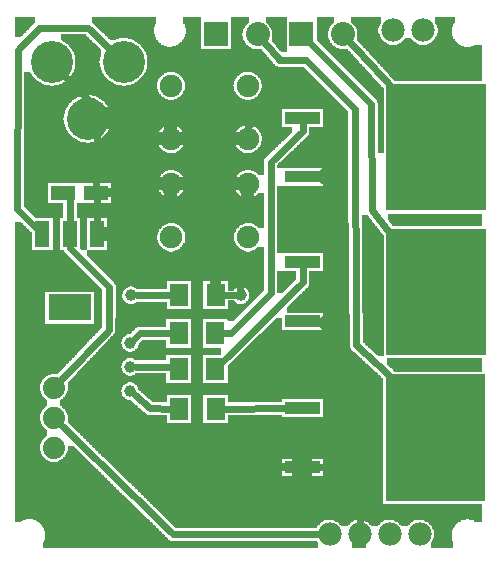
<source format=gtl>
G04 MADE WITH FRITZING*
G04 WWW.FRITZING.ORG*
G04 DOUBLE SIDED*
G04 HOLES PLATED*
G04 CONTOUR ON CENTER OF CONTOUR VECTOR*
%ASAXBY*%
%FSLAX23Y23*%
%MOIN*%
%OFA0B0*%
%SFA1.0B1.0*%
%ADD10C,0.075000*%
%ADD11C,0.078000*%
%ADD12C,0.039370*%
%ADD13C,0.074000*%
%ADD14C,0.140000*%
%ADD15C,0.080000*%
%ADD16R,0.062992X0.074803*%
%ADD17R,0.078740X0.047244*%
%ADD18R,0.048000X0.088000*%
%ADD19R,0.141732X0.086614*%
%ADD20R,0.080000X0.080000*%
%ADD21C,0.024000*%
%ADD22R,0.001000X0.001000*%
%LNCOPPER1*%
G90*
G70*
G54D10*
X1339Y1655D03*
X139Y1487D03*
G54D11*
X1387Y86D03*
X1287Y86D03*
X1187Y86D03*
X1087Y86D03*
G54D12*
X422Y724D03*
X422Y644D03*
X422Y563D03*
G54D10*
X814Y1404D03*
X559Y1404D03*
X814Y1581D03*
X559Y1581D03*
X815Y1076D03*
X560Y1076D03*
X815Y1253D03*
X560Y1253D03*
G54D12*
X791Y882D03*
X425Y882D03*
G54D13*
X168Y574D03*
X168Y474D03*
X168Y374D03*
X168Y574D03*
X168Y474D03*
X168Y374D03*
G54D14*
X401Y1661D03*
X161Y1661D03*
X281Y1471D03*
G54D15*
X993Y1753D03*
X1131Y1753D03*
X709Y1752D03*
X847Y1752D03*
G54D11*
X1399Y1766D03*
X1299Y1766D03*
X1399Y1766D03*
X1299Y1766D03*
G54D16*
X706Y755D03*
X584Y755D03*
X706Y637D03*
X584Y637D03*
X707Y504D03*
X585Y504D03*
X585Y883D03*
X707Y883D03*
G54D17*
X200Y1224D03*
X310Y1224D03*
G54D18*
X312Y1086D03*
X221Y1086D03*
X130Y1086D03*
G54D19*
X221Y842D03*
G54D20*
X993Y1753D03*
X709Y1752D03*
G54D21*
X1129Y357D02*
X1080Y309D01*
D02*
X1055Y790D02*
X1129Y716D01*
D02*
X1061Y795D02*
X1114Y852D01*
D02*
X1114Y852D02*
X1112Y1225D01*
D02*
X1112Y1225D02*
X1047Y1280D01*
D02*
X1047Y1280D02*
X998Y1278D01*
D02*
X1051Y795D02*
X1061Y795D01*
D02*
X1080Y309D02*
X1050Y309D01*
D02*
X1129Y716D02*
X1129Y357D01*
D02*
X1051Y790D02*
X1055Y790D01*
D02*
X815Y1446D02*
X815Y1432D01*
D02*
X1046Y1276D02*
X1114Y1339D01*
D02*
X1114Y1339D02*
X1114Y1491D01*
D02*
X1114Y1491D02*
X1055Y1551D01*
D02*
X1055Y1551D02*
X925Y1551D01*
D02*
X925Y1551D02*
X815Y1446D01*
D02*
X998Y1278D02*
X1046Y1276D01*
D02*
X311Y1437D02*
X321Y1425D01*
D02*
X310Y1242D02*
X311Y1437D01*
D02*
X281Y1774D02*
X118Y1774D01*
D02*
X118Y1774D02*
X48Y1701D01*
D02*
X48Y1701D02*
X46Y1170D01*
D02*
X46Y1170D02*
X112Y1104D01*
D02*
X356Y1703D02*
X281Y1774D01*
D02*
X566Y85D02*
X190Y452D01*
D02*
X1057Y86D02*
X566Y85D01*
D02*
X1081Y309D02*
X1189Y207D01*
D02*
X1189Y207D02*
X1187Y116D01*
D02*
X1050Y309D02*
X1081Y309D01*
D02*
X1285Y1585D02*
X1288Y1581D01*
D02*
X1152Y1730D02*
X1285Y1585D01*
D02*
X1225Y1521D02*
X1015Y1731D01*
D02*
X1229Y1166D02*
X1225Y1521D01*
D02*
X1283Y1098D02*
X1229Y1166D01*
D02*
X921Y1666D02*
X867Y1728D01*
D02*
X1008Y1666D02*
X920Y1666D01*
D02*
X1171Y1503D02*
X1008Y1666D01*
D02*
X1176Y717D02*
X1171Y1503D01*
D02*
X1282Y619D02*
X1176Y717D01*
D02*
X1287Y613D02*
X1282Y619D01*
D02*
X943Y506D02*
X733Y504D01*
D02*
X998Y926D02*
X998Y978D01*
D02*
X732Y663D02*
X998Y926D01*
D02*
X758Y757D02*
X732Y756D01*
D02*
X891Y889D02*
X758Y757D01*
D02*
X891Y1327D02*
X891Y889D01*
D02*
X998Y1429D02*
X891Y1327D01*
D02*
X489Y505D02*
X559Y504D01*
D02*
X437Y550D02*
X489Y505D01*
D02*
X584Y644D02*
X584Y637D01*
D02*
X441Y644D02*
X584Y644D01*
D02*
X455Y756D02*
X558Y755D01*
D02*
X436Y737D02*
X455Y756D01*
D02*
X772Y883D02*
X733Y883D01*
D02*
X444Y882D02*
X559Y883D01*
D02*
X998Y1429D02*
X998Y1460D01*
D02*
X221Y1212D02*
X221Y1124D01*
D02*
X200Y1224D02*
X221Y1212D01*
D02*
X311Y1206D02*
X312Y1124D01*
D02*
X296Y1520D02*
X299Y1529D01*
D02*
X203Y1617D02*
X296Y1520D01*
D02*
X351Y767D02*
X352Y910D01*
D02*
X223Y1039D02*
X223Y1047D01*
D02*
X352Y910D02*
X223Y1039D01*
D02*
X189Y596D02*
X351Y767D01*
G36*
X40Y1810D02*
X40Y1744D01*
X60Y1744D01*
X60Y1746D01*
X62Y1746D01*
X62Y1748D01*
X64Y1748D01*
X64Y1750D01*
X66Y1750D01*
X66Y1752D01*
X68Y1752D01*
X68Y1754D01*
X70Y1754D01*
X70Y1756D01*
X72Y1756D01*
X72Y1758D01*
X74Y1758D01*
X74Y1760D01*
X76Y1760D01*
X76Y1762D01*
X78Y1762D01*
X78Y1764D01*
X80Y1764D01*
X80Y1766D01*
X82Y1766D01*
X82Y1768D01*
X84Y1768D01*
X84Y1770D01*
X86Y1770D01*
X86Y1774D01*
X88Y1774D01*
X88Y1776D01*
X90Y1776D01*
X90Y1778D01*
X92Y1778D01*
X92Y1780D01*
X94Y1780D01*
X94Y1782D01*
X96Y1782D01*
X96Y1784D01*
X98Y1784D01*
X98Y1786D01*
X100Y1786D01*
X100Y1788D01*
X102Y1788D01*
X102Y1790D01*
X104Y1790D01*
X104Y1810D01*
X40Y1810D01*
G37*
D02*
G36*
X874Y1810D02*
X874Y1790D01*
X878Y1790D01*
X878Y1788D01*
X880Y1788D01*
X880Y1786D01*
X882Y1786D01*
X882Y1784D01*
X884Y1784D01*
X884Y1782D01*
X886Y1782D01*
X886Y1778D01*
X888Y1778D01*
X888Y1776D01*
X890Y1776D01*
X890Y1772D01*
X892Y1772D01*
X892Y1768D01*
X894Y1768D01*
X894Y1762D01*
X896Y1762D01*
X896Y1726D01*
X898Y1726D01*
X898Y1724D01*
X900Y1724D01*
X900Y1722D01*
X902Y1722D01*
X902Y1720D01*
X904Y1720D01*
X904Y1718D01*
X906Y1718D01*
X906Y1716D01*
X908Y1716D01*
X908Y1712D01*
X910Y1712D01*
X910Y1710D01*
X912Y1710D01*
X912Y1708D01*
X914Y1708D01*
X914Y1706D01*
X916Y1706D01*
X916Y1704D01*
X918Y1704D01*
X918Y1702D01*
X920Y1702D01*
X920Y1698D01*
X922Y1698D01*
X922Y1696D01*
X924Y1696D01*
X924Y1694D01*
X944Y1694D01*
X944Y1810D01*
X874Y1810D01*
G37*
D02*
G36*
X1044Y1810D02*
X1044Y1732D01*
X1046Y1732D01*
X1046Y1730D01*
X1048Y1730D01*
X1048Y1728D01*
X1050Y1728D01*
X1050Y1726D01*
X1052Y1726D01*
X1052Y1724D01*
X1054Y1724D01*
X1054Y1722D01*
X1056Y1722D01*
X1056Y1720D01*
X1058Y1720D01*
X1058Y1718D01*
X1060Y1718D01*
X1060Y1716D01*
X1062Y1716D01*
X1062Y1714D01*
X1064Y1714D01*
X1064Y1712D01*
X1066Y1712D01*
X1066Y1710D01*
X1068Y1710D01*
X1068Y1708D01*
X1070Y1708D01*
X1070Y1706D01*
X1072Y1706D01*
X1072Y1704D01*
X1074Y1704D01*
X1074Y1702D01*
X1076Y1702D01*
X1076Y1700D01*
X1078Y1700D01*
X1078Y1698D01*
X1080Y1698D01*
X1080Y1696D01*
X1082Y1696D01*
X1082Y1694D01*
X1084Y1694D01*
X1084Y1692D01*
X1086Y1692D01*
X1086Y1690D01*
X1088Y1690D01*
X1088Y1688D01*
X1090Y1688D01*
X1090Y1686D01*
X1092Y1686D01*
X1092Y1684D01*
X1094Y1684D01*
X1094Y1682D01*
X1096Y1682D01*
X1096Y1680D01*
X1098Y1680D01*
X1098Y1678D01*
X1100Y1678D01*
X1100Y1676D01*
X1102Y1676D01*
X1102Y1674D01*
X1104Y1674D01*
X1104Y1672D01*
X1106Y1672D01*
X1106Y1670D01*
X1108Y1670D01*
X1108Y1668D01*
X1110Y1668D01*
X1110Y1666D01*
X1112Y1666D01*
X1112Y1664D01*
X1114Y1664D01*
X1114Y1662D01*
X1116Y1662D01*
X1116Y1660D01*
X1118Y1660D01*
X1118Y1658D01*
X1120Y1658D01*
X1120Y1656D01*
X1122Y1656D01*
X1122Y1654D01*
X1124Y1654D01*
X1124Y1652D01*
X1126Y1652D01*
X1126Y1650D01*
X1128Y1650D01*
X1128Y1648D01*
X1130Y1648D01*
X1130Y1646D01*
X1132Y1646D01*
X1132Y1644D01*
X1134Y1644D01*
X1134Y1642D01*
X1136Y1642D01*
X1136Y1640D01*
X1138Y1640D01*
X1138Y1638D01*
X1140Y1638D01*
X1140Y1636D01*
X1142Y1636D01*
X1142Y1634D01*
X1144Y1634D01*
X1144Y1632D01*
X1146Y1632D01*
X1146Y1630D01*
X1148Y1630D01*
X1148Y1628D01*
X1150Y1628D01*
X1150Y1626D01*
X1152Y1626D01*
X1152Y1624D01*
X1154Y1624D01*
X1154Y1622D01*
X1156Y1622D01*
X1156Y1620D01*
X1158Y1620D01*
X1158Y1618D01*
X1160Y1618D01*
X1160Y1616D01*
X1162Y1616D01*
X1162Y1614D01*
X1164Y1614D01*
X1164Y1612D01*
X1166Y1612D01*
X1166Y1610D01*
X1168Y1610D01*
X1168Y1608D01*
X1170Y1608D01*
X1170Y1606D01*
X1172Y1606D01*
X1172Y1604D01*
X1174Y1604D01*
X1174Y1602D01*
X1176Y1602D01*
X1176Y1600D01*
X1178Y1600D01*
X1178Y1598D01*
X1180Y1598D01*
X1180Y1596D01*
X1182Y1596D01*
X1182Y1594D01*
X1184Y1594D01*
X1184Y1592D01*
X1186Y1592D01*
X1186Y1590D01*
X1188Y1590D01*
X1188Y1588D01*
X1190Y1588D01*
X1190Y1586D01*
X1192Y1586D01*
X1192Y1584D01*
X1194Y1584D01*
X1194Y1582D01*
X1196Y1582D01*
X1196Y1580D01*
X1198Y1580D01*
X1198Y1578D01*
X1200Y1578D01*
X1200Y1576D01*
X1202Y1576D01*
X1202Y1574D01*
X1204Y1574D01*
X1204Y1572D01*
X1206Y1572D01*
X1206Y1570D01*
X1208Y1570D01*
X1208Y1568D01*
X1210Y1568D01*
X1210Y1566D01*
X1212Y1566D01*
X1212Y1564D01*
X1214Y1564D01*
X1214Y1562D01*
X1216Y1562D01*
X1216Y1560D01*
X1218Y1560D01*
X1218Y1558D01*
X1220Y1558D01*
X1220Y1556D01*
X1222Y1556D01*
X1222Y1554D01*
X1224Y1554D01*
X1224Y1552D01*
X1226Y1552D01*
X1226Y1550D01*
X1228Y1550D01*
X1228Y1548D01*
X1230Y1548D01*
X1230Y1546D01*
X1232Y1546D01*
X1232Y1544D01*
X1234Y1544D01*
X1234Y1542D01*
X1236Y1542D01*
X1236Y1540D01*
X1238Y1540D01*
X1238Y1538D01*
X1240Y1538D01*
X1240Y1536D01*
X1242Y1536D01*
X1242Y1534D01*
X1244Y1534D01*
X1244Y1530D01*
X1246Y1530D01*
X1246Y1524D01*
X1248Y1524D01*
X1248Y1356D01*
X1268Y1356D01*
X1268Y1572D01*
X1266Y1572D01*
X1266Y1574D01*
X1264Y1574D01*
X1264Y1576D01*
X1262Y1576D01*
X1262Y1578D01*
X1260Y1578D01*
X1260Y1580D01*
X1258Y1580D01*
X1258Y1582D01*
X1256Y1582D01*
X1256Y1584D01*
X1254Y1584D01*
X1254Y1586D01*
X1252Y1586D01*
X1252Y1590D01*
X1250Y1590D01*
X1250Y1592D01*
X1248Y1592D01*
X1248Y1594D01*
X1246Y1594D01*
X1246Y1596D01*
X1244Y1596D01*
X1244Y1598D01*
X1242Y1598D01*
X1242Y1600D01*
X1240Y1600D01*
X1240Y1602D01*
X1238Y1602D01*
X1238Y1604D01*
X1236Y1604D01*
X1236Y1606D01*
X1234Y1606D01*
X1234Y1608D01*
X1232Y1608D01*
X1232Y1610D01*
X1230Y1610D01*
X1230Y1614D01*
X1228Y1614D01*
X1228Y1616D01*
X1226Y1616D01*
X1226Y1618D01*
X1224Y1618D01*
X1224Y1620D01*
X1222Y1620D01*
X1222Y1622D01*
X1220Y1622D01*
X1220Y1624D01*
X1218Y1624D01*
X1218Y1626D01*
X1216Y1626D01*
X1216Y1628D01*
X1214Y1628D01*
X1214Y1630D01*
X1212Y1630D01*
X1212Y1632D01*
X1210Y1632D01*
X1210Y1634D01*
X1208Y1634D01*
X1208Y1638D01*
X1206Y1638D01*
X1206Y1640D01*
X1204Y1640D01*
X1204Y1642D01*
X1202Y1642D01*
X1202Y1644D01*
X1200Y1644D01*
X1200Y1646D01*
X1198Y1646D01*
X1198Y1648D01*
X1196Y1648D01*
X1196Y1650D01*
X1194Y1650D01*
X1194Y1652D01*
X1192Y1652D01*
X1192Y1654D01*
X1190Y1654D01*
X1190Y1656D01*
X1188Y1656D01*
X1188Y1658D01*
X1186Y1658D01*
X1186Y1662D01*
X1184Y1662D01*
X1184Y1664D01*
X1182Y1664D01*
X1182Y1666D01*
X1180Y1666D01*
X1180Y1668D01*
X1178Y1668D01*
X1178Y1670D01*
X1176Y1670D01*
X1176Y1672D01*
X1174Y1672D01*
X1174Y1674D01*
X1172Y1674D01*
X1172Y1676D01*
X1170Y1676D01*
X1170Y1678D01*
X1168Y1678D01*
X1168Y1680D01*
X1166Y1680D01*
X1166Y1682D01*
X1164Y1682D01*
X1164Y1686D01*
X1162Y1686D01*
X1162Y1688D01*
X1160Y1688D01*
X1160Y1690D01*
X1158Y1690D01*
X1158Y1692D01*
X1156Y1692D01*
X1156Y1694D01*
X1154Y1694D01*
X1154Y1696D01*
X1152Y1696D01*
X1152Y1698D01*
X1150Y1698D01*
X1150Y1700D01*
X1148Y1700D01*
X1148Y1702D01*
X1126Y1702D01*
X1126Y1704D01*
X1118Y1704D01*
X1118Y1706D01*
X1112Y1706D01*
X1112Y1708D01*
X1108Y1708D01*
X1108Y1710D01*
X1106Y1710D01*
X1106Y1712D01*
X1102Y1712D01*
X1102Y1714D01*
X1100Y1714D01*
X1100Y1716D01*
X1098Y1716D01*
X1098Y1718D01*
X1096Y1718D01*
X1096Y1720D01*
X1094Y1720D01*
X1094Y1722D01*
X1092Y1722D01*
X1092Y1724D01*
X1090Y1724D01*
X1090Y1728D01*
X1088Y1728D01*
X1088Y1732D01*
X1086Y1732D01*
X1086Y1736D01*
X1084Y1736D01*
X1084Y1740D01*
X1082Y1740D01*
X1082Y1764D01*
X1084Y1764D01*
X1084Y1770D01*
X1086Y1770D01*
X1086Y1774D01*
X1088Y1774D01*
X1088Y1776D01*
X1090Y1776D01*
X1090Y1780D01*
X1092Y1780D01*
X1092Y1782D01*
X1094Y1782D01*
X1094Y1784D01*
X1096Y1784D01*
X1096Y1786D01*
X1098Y1786D01*
X1098Y1788D01*
X1100Y1788D01*
X1100Y1790D01*
X1102Y1790D01*
X1102Y1810D01*
X1044Y1810D01*
G37*
D02*
G36*
X1160Y1810D02*
X1160Y1790D01*
X1162Y1790D01*
X1162Y1788D01*
X1166Y1788D01*
X1166Y1784D01*
X1168Y1784D01*
X1168Y1782D01*
X1170Y1782D01*
X1170Y1780D01*
X1172Y1780D01*
X1172Y1778D01*
X1174Y1778D01*
X1174Y1774D01*
X1176Y1774D01*
X1176Y1770D01*
X1178Y1770D01*
X1178Y1764D01*
X1180Y1764D01*
X1180Y1754D01*
X1182Y1754D01*
X1182Y1752D01*
X1180Y1752D01*
X1180Y1730D01*
X1182Y1730D01*
X1182Y1728D01*
X1184Y1728D01*
X1184Y1726D01*
X1186Y1726D01*
X1186Y1724D01*
X1188Y1724D01*
X1188Y1722D01*
X1190Y1722D01*
X1190Y1720D01*
X1192Y1720D01*
X1192Y1718D01*
X1194Y1718D01*
X1194Y1716D01*
X1292Y1716D01*
X1292Y1718D01*
X1286Y1718D01*
X1286Y1720D01*
X1280Y1720D01*
X1280Y1722D01*
X1276Y1722D01*
X1276Y1724D01*
X1274Y1724D01*
X1274Y1726D01*
X1270Y1726D01*
X1270Y1728D01*
X1268Y1728D01*
X1268Y1730D01*
X1266Y1730D01*
X1266Y1732D01*
X1264Y1732D01*
X1264Y1734D01*
X1262Y1734D01*
X1262Y1736D01*
X1260Y1736D01*
X1260Y1740D01*
X1258Y1740D01*
X1258Y1742D01*
X1256Y1742D01*
X1256Y1746D01*
X1254Y1746D01*
X1254Y1752D01*
X1252Y1752D01*
X1252Y1758D01*
X1250Y1758D01*
X1250Y1774D01*
X1252Y1774D01*
X1252Y1780D01*
X1254Y1780D01*
X1254Y1784D01*
X1256Y1784D01*
X1256Y1788D01*
X1258Y1788D01*
X1258Y1810D01*
X1160Y1810D01*
G37*
D02*
G36*
X1440Y1810D02*
X1440Y1788D01*
X1442Y1788D01*
X1442Y1784D01*
X1444Y1784D01*
X1444Y1780D01*
X1446Y1780D01*
X1446Y1774D01*
X1448Y1774D01*
X1448Y1756D01*
X1446Y1756D01*
X1446Y1750D01*
X1444Y1750D01*
X1444Y1746D01*
X1442Y1746D01*
X1442Y1742D01*
X1440Y1742D01*
X1440Y1740D01*
X1438Y1740D01*
X1438Y1736D01*
X1436Y1736D01*
X1436Y1734D01*
X1434Y1734D01*
X1434Y1732D01*
X1432Y1732D01*
X1432Y1730D01*
X1430Y1730D01*
X1430Y1728D01*
X1428Y1728D01*
X1428Y1726D01*
X1424Y1726D01*
X1424Y1724D01*
X1422Y1724D01*
X1422Y1722D01*
X1418Y1722D01*
X1418Y1720D01*
X1412Y1720D01*
X1412Y1718D01*
X1406Y1718D01*
X1406Y1716D01*
X1522Y1716D01*
X1522Y1718D01*
X1518Y1718D01*
X1518Y1720D01*
X1516Y1720D01*
X1516Y1722D01*
X1514Y1722D01*
X1514Y1724D01*
X1512Y1724D01*
X1512Y1726D01*
X1510Y1726D01*
X1510Y1728D01*
X1508Y1728D01*
X1508Y1730D01*
X1506Y1730D01*
X1506Y1732D01*
X1504Y1732D01*
X1504Y1736D01*
X1502Y1736D01*
X1502Y1738D01*
X1500Y1738D01*
X1500Y1742D01*
X1498Y1742D01*
X1498Y1748D01*
X1496Y1748D01*
X1496Y1756D01*
X1494Y1756D01*
X1494Y1770D01*
X1496Y1770D01*
X1496Y1778D01*
X1498Y1778D01*
X1498Y1784D01*
X1500Y1784D01*
X1500Y1788D01*
X1502Y1788D01*
X1502Y1790D01*
X1504Y1790D01*
X1504Y1810D01*
X1440Y1810D01*
G37*
D02*
G36*
X1338Y1740D02*
X1338Y1736D01*
X1336Y1736D01*
X1336Y1734D01*
X1334Y1734D01*
X1334Y1732D01*
X1332Y1732D01*
X1332Y1730D01*
X1330Y1730D01*
X1330Y1728D01*
X1328Y1728D01*
X1328Y1726D01*
X1324Y1726D01*
X1324Y1724D01*
X1322Y1724D01*
X1322Y1722D01*
X1318Y1722D01*
X1318Y1720D01*
X1312Y1720D01*
X1312Y1718D01*
X1306Y1718D01*
X1306Y1716D01*
X1392Y1716D01*
X1392Y1718D01*
X1386Y1718D01*
X1386Y1720D01*
X1380Y1720D01*
X1380Y1722D01*
X1376Y1722D01*
X1376Y1724D01*
X1374Y1724D01*
X1374Y1726D01*
X1370Y1726D01*
X1370Y1728D01*
X1368Y1728D01*
X1368Y1730D01*
X1366Y1730D01*
X1366Y1732D01*
X1364Y1732D01*
X1364Y1734D01*
X1362Y1734D01*
X1362Y1736D01*
X1360Y1736D01*
X1360Y1740D01*
X1338Y1740D01*
G37*
D02*
G36*
X1574Y1718D02*
X1574Y1716D01*
X1570Y1716D01*
X1570Y1714D01*
X1566Y1714D01*
X1566Y1712D01*
X1560Y1712D01*
X1560Y1710D01*
X1594Y1710D01*
X1594Y1718D01*
X1574Y1718D01*
G37*
D02*
G36*
X1196Y1716D02*
X1196Y1714D01*
X1526Y1714D01*
X1526Y1716D01*
X1196Y1716D01*
G37*
D02*
G36*
X1196Y1716D02*
X1196Y1714D01*
X1526Y1714D01*
X1526Y1716D01*
X1196Y1716D01*
G37*
D02*
G36*
X1196Y1716D02*
X1196Y1714D01*
X1526Y1714D01*
X1526Y1716D01*
X1196Y1716D01*
G37*
D02*
G36*
X1198Y1714D02*
X1198Y1710D01*
X1536Y1710D01*
X1536Y1712D01*
X1530Y1712D01*
X1530Y1714D01*
X1198Y1714D01*
G37*
D02*
G36*
X1200Y1710D02*
X1200Y1708D01*
X1594Y1708D01*
X1594Y1710D01*
X1200Y1710D01*
G37*
D02*
G36*
X1200Y1710D02*
X1200Y1708D01*
X1594Y1708D01*
X1594Y1710D01*
X1200Y1710D01*
G37*
D02*
G36*
X1202Y1708D02*
X1202Y1706D01*
X1204Y1706D01*
X1204Y1704D01*
X1206Y1704D01*
X1206Y1702D01*
X1208Y1702D01*
X1208Y1700D01*
X1210Y1700D01*
X1210Y1698D01*
X1212Y1698D01*
X1212Y1696D01*
X1214Y1696D01*
X1214Y1694D01*
X1216Y1694D01*
X1216Y1692D01*
X1218Y1692D01*
X1218Y1690D01*
X1220Y1690D01*
X1220Y1686D01*
X1222Y1686D01*
X1222Y1684D01*
X1224Y1684D01*
X1224Y1682D01*
X1226Y1682D01*
X1226Y1680D01*
X1228Y1680D01*
X1228Y1678D01*
X1230Y1678D01*
X1230Y1676D01*
X1232Y1676D01*
X1232Y1674D01*
X1234Y1674D01*
X1234Y1672D01*
X1236Y1672D01*
X1236Y1670D01*
X1238Y1670D01*
X1238Y1668D01*
X1240Y1668D01*
X1240Y1666D01*
X1242Y1666D01*
X1242Y1662D01*
X1244Y1662D01*
X1244Y1660D01*
X1246Y1660D01*
X1246Y1658D01*
X1248Y1658D01*
X1248Y1656D01*
X1250Y1656D01*
X1250Y1654D01*
X1252Y1654D01*
X1252Y1652D01*
X1254Y1652D01*
X1254Y1650D01*
X1256Y1650D01*
X1256Y1648D01*
X1258Y1648D01*
X1258Y1646D01*
X1260Y1646D01*
X1260Y1644D01*
X1262Y1644D01*
X1262Y1642D01*
X1264Y1642D01*
X1264Y1638D01*
X1266Y1638D01*
X1266Y1636D01*
X1268Y1636D01*
X1268Y1634D01*
X1270Y1634D01*
X1270Y1632D01*
X1272Y1632D01*
X1272Y1630D01*
X1274Y1630D01*
X1274Y1628D01*
X1276Y1628D01*
X1276Y1626D01*
X1278Y1626D01*
X1278Y1624D01*
X1280Y1624D01*
X1280Y1622D01*
X1282Y1622D01*
X1282Y1620D01*
X1284Y1620D01*
X1284Y1618D01*
X1286Y1618D01*
X1286Y1614D01*
X1288Y1614D01*
X1288Y1612D01*
X1290Y1612D01*
X1290Y1610D01*
X1292Y1610D01*
X1292Y1608D01*
X1294Y1608D01*
X1294Y1606D01*
X1296Y1606D01*
X1296Y1604D01*
X1298Y1604D01*
X1298Y1602D01*
X1300Y1602D01*
X1300Y1600D01*
X1302Y1600D01*
X1302Y1598D01*
X1304Y1598D01*
X1304Y1596D01*
X1594Y1596D01*
X1594Y1708D01*
X1202Y1708D01*
G37*
D02*
G36*
X1282Y1154D02*
X1282Y1132D01*
X1284Y1132D01*
X1284Y1130D01*
X1286Y1130D01*
X1286Y1128D01*
X1288Y1128D01*
X1288Y1124D01*
X1290Y1124D01*
X1290Y1122D01*
X1292Y1122D01*
X1292Y1120D01*
X1294Y1120D01*
X1294Y1118D01*
X1296Y1118D01*
X1296Y1114D01*
X1594Y1114D01*
X1594Y1154D01*
X1282Y1154D01*
G37*
D02*
G36*
X1194Y1150D02*
X1194Y1124D01*
X1196Y1124D01*
X1196Y822D01*
X1198Y822D01*
X1198Y726D01*
X1200Y726D01*
X1200Y724D01*
X1202Y724D01*
X1202Y722D01*
X1204Y722D01*
X1204Y720D01*
X1206Y720D01*
X1206Y718D01*
X1208Y718D01*
X1208Y716D01*
X1210Y716D01*
X1210Y714D01*
X1212Y714D01*
X1212Y712D01*
X1214Y712D01*
X1214Y710D01*
X1216Y710D01*
X1216Y708D01*
X1218Y708D01*
X1218Y706D01*
X1222Y706D01*
X1222Y704D01*
X1224Y704D01*
X1224Y702D01*
X1226Y702D01*
X1226Y700D01*
X1228Y700D01*
X1228Y698D01*
X1230Y698D01*
X1230Y696D01*
X1232Y696D01*
X1232Y694D01*
X1234Y694D01*
X1234Y692D01*
X1236Y692D01*
X1236Y690D01*
X1238Y690D01*
X1238Y688D01*
X1240Y688D01*
X1240Y686D01*
X1242Y686D01*
X1242Y684D01*
X1246Y684D01*
X1246Y682D01*
X1248Y682D01*
X1248Y680D01*
X1268Y680D01*
X1268Y1082D01*
X1266Y1082D01*
X1266Y1084D01*
X1264Y1084D01*
X1264Y1086D01*
X1262Y1086D01*
X1262Y1090D01*
X1260Y1090D01*
X1260Y1092D01*
X1258Y1092D01*
X1258Y1094D01*
X1256Y1094D01*
X1256Y1096D01*
X1254Y1096D01*
X1254Y1100D01*
X1252Y1100D01*
X1252Y1102D01*
X1250Y1102D01*
X1250Y1104D01*
X1248Y1104D01*
X1248Y1108D01*
X1246Y1108D01*
X1246Y1110D01*
X1244Y1110D01*
X1244Y1112D01*
X1242Y1112D01*
X1242Y1114D01*
X1240Y1114D01*
X1240Y1118D01*
X1238Y1118D01*
X1238Y1120D01*
X1236Y1120D01*
X1236Y1122D01*
X1234Y1122D01*
X1234Y1124D01*
X1232Y1124D01*
X1232Y1128D01*
X1230Y1128D01*
X1230Y1130D01*
X1228Y1130D01*
X1228Y1132D01*
X1226Y1132D01*
X1226Y1136D01*
X1224Y1136D01*
X1224Y1138D01*
X1222Y1138D01*
X1222Y1140D01*
X1220Y1140D01*
X1220Y1142D01*
X1218Y1142D01*
X1218Y1146D01*
X1216Y1146D01*
X1216Y1148D01*
X1214Y1148D01*
X1214Y1150D01*
X1194Y1150D01*
G37*
D02*
G36*
X912Y962D02*
X912Y890D01*
X932Y890D01*
X932Y892D01*
X934Y892D01*
X934Y894D01*
X936Y894D01*
X936Y896D01*
X938Y896D01*
X938Y898D01*
X940Y898D01*
X940Y900D01*
X942Y900D01*
X942Y902D01*
X944Y902D01*
X944Y904D01*
X946Y904D01*
X946Y906D01*
X948Y906D01*
X948Y908D01*
X950Y908D01*
X950Y910D01*
X952Y910D01*
X952Y912D01*
X954Y912D01*
X954Y914D01*
X956Y914D01*
X956Y916D01*
X958Y916D01*
X958Y918D01*
X960Y918D01*
X960Y920D01*
X962Y920D01*
X962Y922D01*
X964Y922D01*
X964Y924D01*
X966Y924D01*
X966Y926D01*
X968Y926D01*
X968Y928D01*
X970Y928D01*
X970Y930D01*
X972Y930D01*
X972Y932D01*
X974Y932D01*
X974Y934D01*
X976Y934D01*
X976Y962D01*
X912Y962D01*
G37*
D02*
G36*
X1278Y672D02*
X1278Y652D01*
X1280Y652D01*
X1280Y650D01*
X1282Y650D01*
X1282Y648D01*
X1284Y648D01*
X1284Y646D01*
X1286Y646D01*
X1286Y644D01*
X1288Y644D01*
X1288Y642D01*
X1290Y642D01*
X1290Y640D01*
X1294Y640D01*
X1294Y638D01*
X1296Y638D01*
X1296Y636D01*
X1298Y636D01*
X1298Y634D01*
X1300Y634D01*
X1300Y630D01*
X1302Y630D01*
X1302Y628D01*
X1594Y628D01*
X1594Y672D01*
X1278Y672D01*
G37*
D02*
G36*
X294Y1810D02*
X294Y1790D01*
X298Y1790D01*
X298Y1788D01*
X300Y1788D01*
X300Y1786D01*
X302Y1786D01*
X302Y1784D01*
X304Y1784D01*
X304Y1782D01*
X306Y1782D01*
X306Y1780D01*
X308Y1780D01*
X308Y1778D01*
X310Y1778D01*
X310Y1776D01*
X312Y1776D01*
X312Y1774D01*
X314Y1774D01*
X314Y1772D01*
X316Y1772D01*
X316Y1770D01*
X318Y1770D01*
X318Y1768D01*
X320Y1768D01*
X320Y1766D01*
X322Y1766D01*
X322Y1764D01*
X324Y1764D01*
X324Y1762D01*
X326Y1762D01*
X326Y1760D01*
X328Y1760D01*
X328Y1758D01*
X332Y1758D01*
X332Y1756D01*
X334Y1756D01*
X334Y1754D01*
X336Y1754D01*
X336Y1752D01*
X338Y1752D01*
X338Y1750D01*
X340Y1750D01*
X340Y1748D01*
X342Y1748D01*
X342Y1746D01*
X344Y1746D01*
X344Y1744D01*
X346Y1744D01*
X346Y1742D01*
X348Y1742D01*
X348Y1740D01*
X416Y1740D01*
X416Y1738D01*
X422Y1738D01*
X422Y1736D01*
X428Y1736D01*
X428Y1734D01*
X432Y1734D01*
X432Y1732D01*
X436Y1732D01*
X436Y1730D01*
X440Y1730D01*
X440Y1728D01*
X444Y1728D01*
X444Y1726D01*
X446Y1726D01*
X446Y1724D01*
X448Y1724D01*
X448Y1722D01*
X450Y1722D01*
X450Y1720D01*
X454Y1720D01*
X454Y1718D01*
X456Y1718D01*
X456Y1716D01*
X458Y1716D01*
X458Y1714D01*
X460Y1714D01*
X460Y1710D01*
X546Y1710D01*
X546Y1712D01*
X538Y1712D01*
X538Y1714D01*
X534Y1714D01*
X534Y1716D01*
X530Y1716D01*
X530Y1718D01*
X526Y1718D01*
X526Y1720D01*
X524Y1720D01*
X524Y1722D01*
X522Y1722D01*
X522Y1724D01*
X520Y1724D01*
X520Y1726D01*
X518Y1726D01*
X518Y1728D01*
X516Y1728D01*
X516Y1730D01*
X514Y1730D01*
X514Y1732D01*
X512Y1732D01*
X512Y1734D01*
X510Y1734D01*
X510Y1738D01*
X508Y1738D01*
X508Y1742D01*
X506Y1742D01*
X506Y1746D01*
X504Y1746D01*
X504Y1752D01*
X502Y1752D01*
X502Y1776D01*
X504Y1776D01*
X504Y1782D01*
X506Y1782D01*
X506Y1786D01*
X508Y1786D01*
X508Y1790D01*
X510Y1790D01*
X510Y1810D01*
X294Y1810D01*
G37*
D02*
G36*
X600Y1810D02*
X600Y1788D01*
X602Y1788D01*
X602Y1786D01*
X604Y1786D01*
X604Y1780D01*
X606Y1780D01*
X606Y1774D01*
X608Y1774D01*
X608Y1754D01*
X606Y1754D01*
X606Y1746D01*
X604Y1746D01*
X604Y1742D01*
X602Y1742D01*
X602Y1738D01*
X600Y1738D01*
X600Y1734D01*
X598Y1734D01*
X598Y1732D01*
X596Y1732D01*
X596Y1730D01*
X594Y1730D01*
X594Y1728D01*
X592Y1728D01*
X592Y1726D01*
X590Y1726D01*
X590Y1724D01*
X588Y1724D01*
X588Y1722D01*
X586Y1722D01*
X586Y1720D01*
X582Y1720D01*
X582Y1718D01*
X580Y1718D01*
X580Y1716D01*
X576Y1716D01*
X576Y1714D01*
X570Y1714D01*
X570Y1712D01*
X562Y1712D01*
X562Y1710D01*
X658Y1710D01*
X658Y1810D01*
X600Y1810D01*
G37*
D02*
G36*
X758Y1810D02*
X758Y1702D01*
X836Y1702D01*
X836Y1704D01*
X830Y1704D01*
X830Y1706D01*
X826Y1706D01*
X826Y1708D01*
X824Y1708D01*
X824Y1710D01*
X820Y1710D01*
X820Y1712D01*
X818Y1712D01*
X818Y1714D01*
X814Y1714D01*
X814Y1716D01*
X812Y1716D01*
X812Y1718D01*
X810Y1718D01*
X810Y1722D01*
X808Y1722D01*
X808Y1724D01*
X806Y1724D01*
X806Y1726D01*
X804Y1726D01*
X804Y1730D01*
X802Y1730D01*
X802Y1734D01*
X800Y1734D01*
X800Y1738D01*
X798Y1738D01*
X798Y1746D01*
X796Y1746D01*
X796Y1756D01*
X798Y1756D01*
X798Y1764D01*
X800Y1764D01*
X800Y1770D01*
X802Y1770D01*
X802Y1774D01*
X804Y1774D01*
X804Y1776D01*
X806Y1776D01*
X806Y1780D01*
X808Y1780D01*
X808Y1782D01*
X810Y1782D01*
X810Y1784D01*
X812Y1784D01*
X812Y1786D01*
X814Y1786D01*
X814Y1788D01*
X816Y1788D01*
X816Y1790D01*
X818Y1790D01*
X818Y1810D01*
X758Y1810D01*
G37*
D02*
G36*
X192Y1752D02*
X192Y1732D01*
X196Y1732D01*
X196Y1730D01*
X200Y1730D01*
X200Y1728D01*
X204Y1728D01*
X204Y1726D01*
X206Y1726D01*
X206Y1724D01*
X208Y1724D01*
X208Y1722D01*
X210Y1722D01*
X210Y1720D01*
X214Y1720D01*
X214Y1718D01*
X216Y1718D01*
X216Y1716D01*
X218Y1716D01*
X218Y1714D01*
X220Y1714D01*
X220Y1710D01*
X222Y1710D01*
X222Y1708D01*
X224Y1708D01*
X224Y1706D01*
X226Y1706D01*
X226Y1704D01*
X228Y1704D01*
X228Y1700D01*
X230Y1700D01*
X230Y1696D01*
X232Y1696D01*
X232Y1692D01*
X234Y1692D01*
X234Y1688D01*
X236Y1688D01*
X236Y1684D01*
X238Y1684D01*
X238Y1676D01*
X240Y1676D01*
X240Y1646D01*
X238Y1646D01*
X238Y1638D01*
X236Y1638D01*
X236Y1632D01*
X234Y1632D01*
X234Y1628D01*
X232Y1628D01*
X232Y1624D01*
X230Y1624D01*
X230Y1622D01*
X228Y1622D01*
X228Y1618D01*
X226Y1618D01*
X226Y1616D01*
X224Y1616D01*
X224Y1612D01*
X222Y1612D01*
X222Y1610D01*
X220Y1610D01*
X220Y1608D01*
X218Y1608D01*
X218Y1606D01*
X216Y1606D01*
X216Y1604D01*
X214Y1604D01*
X214Y1602D01*
X212Y1602D01*
X212Y1600D01*
X210Y1600D01*
X210Y1598D01*
X206Y1598D01*
X206Y1596D01*
X204Y1596D01*
X204Y1594D01*
X202Y1594D01*
X202Y1592D01*
X198Y1592D01*
X198Y1590D01*
X194Y1590D01*
X194Y1588D01*
X190Y1588D01*
X190Y1586D01*
X186Y1586D01*
X186Y1584D01*
X178Y1584D01*
X178Y1582D01*
X168Y1582D01*
X168Y1580D01*
X394Y1580D01*
X394Y1582D01*
X384Y1582D01*
X384Y1584D01*
X376Y1584D01*
X376Y1586D01*
X372Y1586D01*
X372Y1588D01*
X368Y1588D01*
X368Y1590D01*
X364Y1590D01*
X364Y1592D01*
X360Y1592D01*
X360Y1594D01*
X358Y1594D01*
X358Y1596D01*
X354Y1596D01*
X354Y1598D01*
X352Y1598D01*
X352Y1600D01*
X350Y1600D01*
X350Y1602D01*
X348Y1602D01*
X348Y1604D01*
X346Y1604D01*
X346Y1606D01*
X344Y1606D01*
X344Y1608D01*
X342Y1608D01*
X342Y1610D01*
X340Y1610D01*
X340Y1612D01*
X338Y1612D01*
X338Y1614D01*
X336Y1614D01*
X336Y1618D01*
X334Y1618D01*
X334Y1620D01*
X332Y1620D01*
X332Y1624D01*
X330Y1624D01*
X330Y1628D01*
X328Y1628D01*
X328Y1632D01*
X326Y1632D01*
X326Y1636D01*
X324Y1636D01*
X324Y1644D01*
X322Y1644D01*
X322Y1656D01*
X320Y1656D01*
X320Y1664D01*
X322Y1664D01*
X322Y1678D01*
X324Y1678D01*
X324Y1704D01*
X322Y1704D01*
X322Y1706D01*
X320Y1706D01*
X320Y1708D01*
X318Y1708D01*
X318Y1710D01*
X316Y1710D01*
X316Y1712D01*
X314Y1712D01*
X314Y1714D01*
X312Y1714D01*
X312Y1716D01*
X310Y1716D01*
X310Y1718D01*
X308Y1718D01*
X308Y1720D01*
X306Y1720D01*
X306Y1722D01*
X302Y1722D01*
X302Y1724D01*
X300Y1724D01*
X300Y1726D01*
X298Y1726D01*
X298Y1728D01*
X296Y1728D01*
X296Y1730D01*
X294Y1730D01*
X294Y1732D01*
X292Y1732D01*
X292Y1734D01*
X290Y1734D01*
X290Y1736D01*
X288Y1736D01*
X288Y1738D01*
X286Y1738D01*
X286Y1740D01*
X284Y1740D01*
X284Y1742D01*
X282Y1742D01*
X282Y1744D01*
X280Y1744D01*
X280Y1746D01*
X278Y1746D01*
X278Y1748D01*
X276Y1748D01*
X276Y1750D01*
X274Y1750D01*
X274Y1752D01*
X192Y1752D01*
G37*
D02*
G36*
X350Y1740D02*
X350Y1738D01*
X352Y1738D01*
X352Y1736D01*
X354Y1736D01*
X354Y1734D01*
X374Y1734D01*
X374Y1736D01*
X378Y1736D01*
X378Y1738D01*
X386Y1738D01*
X386Y1740D01*
X350Y1740D01*
G37*
D02*
G36*
X462Y1710D02*
X462Y1708D01*
X658Y1708D01*
X658Y1710D01*
X462Y1710D01*
G37*
D02*
G36*
X462Y1710D02*
X462Y1708D01*
X658Y1708D01*
X658Y1710D01*
X462Y1710D01*
G37*
D02*
G36*
X464Y1708D02*
X464Y1706D01*
X466Y1706D01*
X466Y1704D01*
X468Y1704D01*
X468Y1702D01*
X658Y1702D01*
X658Y1708D01*
X464Y1708D01*
G37*
D02*
G36*
X468Y1702D02*
X468Y1700D01*
X862Y1700D01*
X862Y1702D01*
X468Y1702D01*
G37*
D02*
G36*
X468Y1702D02*
X468Y1700D01*
X862Y1700D01*
X862Y1702D01*
X468Y1702D01*
G37*
D02*
G36*
X470Y1700D02*
X470Y1696D01*
X472Y1696D01*
X472Y1692D01*
X474Y1692D01*
X474Y1688D01*
X476Y1688D01*
X476Y1684D01*
X478Y1684D01*
X478Y1676D01*
X480Y1676D01*
X480Y1646D01*
X478Y1646D01*
X478Y1638D01*
X476Y1638D01*
X476Y1632D01*
X474Y1632D01*
X474Y1628D01*
X822Y1628D01*
X822Y1626D01*
X828Y1626D01*
X828Y1624D01*
X834Y1624D01*
X834Y1622D01*
X836Y1622D01*
X836Y1620D01*
X840Y1620D01*
X840Y1618D01*
X842Y1618D01*
X842Y1616D01*
X844Y1616D01*
X844Y1614D01*
X848Y1614D01*
X848Y1610D01*
X850Y1610D01*
X850Y1608D01*
X852Y1608D01*
X852Y1606D01*
X854Y1606D01*
X854Y1602D01*
X856Y1602D01*
X856Y1600D01*
X858Y1600D01*
X858Y1594D01*
X860Y1594D01*
X860Y1588D01*
X862Y1588D01*
X862Y1572D01*
X860Y1572D01*
X860Y1566D01*
X858Y1566D01*
X858Y1562D01*
X856Y1562D01*
X856Y1558D01*
X854Y1558D01*
X854Y1556D01*
X852Y1556D01*
X852Y1552D01*
X850Y1552D01*
X850Y1550D01*
X848Y1550D01*
X848Y1548D01*
X846Y1548D01*
X846Y1546D01*
X844Y1546D01*
X844Y1544D01*
X842Y1544D01*
X842Y1542D01*
X838Y1542D01*
X838Y1540D01*
X834Y1540D01*
X834Y1538D01*
X832Y1538D01*
X832Y1536D01*
X826Y1536D01*
X826Y1534D01*
X1108Y1534D01*
X1108Y1536D01*
X1106Y1536D01*
X1106Y1538D01*
X1104Y1538D01*
X1104Y1540D01*
X1102Y1540D01*
X1102Y1542D01*
X1100Y1542D01*
X1100Y1544D01*
X1098Y1544D01*
X1098Y1546D01*
X1096Y1546D01*
X1096Y1548D01*
X1094Y1548D01*
X1094Y1550D01*
X1092Y1550D01*
X1092Y1552D01*
X1090Y1552D01*
X1090Y1554D01*
X1088Y1554D01*
X1088Y1556D01*
X1086Y1556D01*
X1086Y1558D01*
X1084Y1558D01*
X1084Y1560D01*
X1082Y1560D01*
X1082Y1562D01*
X1080Y1562D01*
X1080Y1564D01*
X1078Y1564D01*
X1078Y1566D01*
X1076Y1566D01*
X1076Y1568D01*
X1074Y1568D01*
X1074Y1570D01*
X1072Y1570D01*
X1072Y1572D01*
X1070Y1572D01*
X1070Y1574D01*
X1068Y1574D01*
X1068Y1576D01*
X1066Y1576D01*
X1066Y1578D01*
X1064Y1578D01*
X1064Y1580D01*
X1062Y1580D01*
X1062Y1582D01*
X1060Y1582D01*
X1060Y1584D01*
X1058Y1584D01*
X1058Y1586D01*
X1056Y1586D01*
X1056Y1588D01*
X1054Y1588D01*
X1054Y1590D01*
X1052Y1590D01*
X1052Y1592D01*
X1050Y1592D01*
X1050Y1594D01*
X1048Y1594D01*
X1048Y1596D01*
X1046Y1596D01*
X1046Y1598D01*
X1044Y1598D01*
X1044Y1600D01*
X1042Y1600D01*
X1042Y1602D01*
X1040Y1602D01*
X1040Y1604D01*
X1038Y1604D01*
X1038Y1606D01*
X1036Y1606D01*
X1036Y1608D01*
X1034Y1608D01*
X1034Y1610D01*
X1032Y1610D01*
X1032Y1612D01*
X1030Y1612D01*
X1030Y1614D01*
X1028Y1614D01*
X1028Y1616D01*
X1026Y1616D01*
X1026Y1618D01*
X1024Y1618D01*
X1024Y1620D01*
X1022Y1620D01*
X1022Y1622D01*
X1020Y1622D01*
X1020Y1624D01*
X1018Y1624D01*
X1018Y1626D01*
X1016Y1626D01*
X1016Y1628D01*
X1014Y1628D01*
X1014Y1630D01*
X1012Y1630D01*
X1012Y1632D01*
X1010Y1632D01*
X1010Y1634D01*
X1008Y1634D01*
X1008Y1636D01*
X1006Y1636D01*
X1006Y1638D01*
X1004Y1638D01*
X1004Y1640D01*
X1002Y1640D01*
X1002Y1642D01*
X1000Y1642D01*
X1000Y1644D01*
X914Y1644D01*
X914Y1646D01*
X910Y1646D01*
X910Y1648D01*
X906Y1648D01*
X906Y1650D01*
X904Y1650D01*
X904Y1652D01*
X902Y1652D01*
X902Y1654D01*
X900Y1654D01*
X900Y1656D01*
X898Y1656D01*
X898Y1660D01*
X896Y1660D01*
X896Y1662D01*
X894Y1662D01*
X894Y1664D01*
X892Y1664D01*
X892Y1666D01*
X890Y1666D01*
X890Y1668D01*
X888Y1668D01*
X888Y1670D01*
X886Y1670D01*
X886Y1674D01*
X884Y1674D01*
X884Y1676D01*
X882Y1676D01*
X882Y1678D01*
X880Y1678D01*
X880Y1680D01*
X878Y1680D01*
X878Y1682D01*
X876Y1682D01*
X876Y1684D01*
X874Y1684D01*
X874Y1688D01*
X872Y1688D01*
X872Y1690D01*
X870Y1690D01*
X870Y1692D01*
X868Y1692D01*
X868Y1694D01*
X866Y1694D01*
X866Y1696D01*
X864Y1696D01*
X864Y1698D01*
X862Y1698D01*
X862Y1700D01*
X470Y1700D01*
G37*
D02*
G36*
X70Y1628D02*
X70Y1580D01*
X154Y1580D01*
X154Y1582D01*
X144Y1582D01*
X144Y1584D01*
X136Y1584D01*
X136Y1586D01*
X132Y1586D01*
X132Y1588D01*
X128Y1588D01*
X128Y1590D01*
X124Y1590D01*
X124Y1592D01*
X120Y1592D01*
X120Y1594D01*
X118Y1594D01*
X118Y1596D01*
X114Y1596D01*
X114Y1598D01*
X112Y1598D01*
X112Y1600D01*
X110Y1600D01*
X110Y1602D01*
X108Y1602D01*
X108Y1604D01*
X106Y1604D01*
X106Y1606D01*
X104Y1606D01*
X104Y1608D01*
X102Y1608D01*
X102Y1610D01*
X100Y1610D01*
X100Y1612D01*
X98Y1612D01*
X98Y1614D01*
X96Y1614D01*
X96Y1618D01*
X94Y1618D01*
X94Y1620D01*
X92Y1620D01*
X92Y1624D01*
X90Y1624D01*
X90Y1628D01*
X70Y1628D01*
G37*
D02*
G36*
X472Y1628D02*
X472Y1624D01*
X470Y1624D01*
X470Y1622D01*
X468Y1622D01*
X468Y1618D01*
X466Y1618D01*
X466Y1616D01*
X464Y1616D01*
X464Y1612D01*
X462Y1612D01*
X462Y1610D01*
X460Y1610D01*
X460Y1608D01*
X458Y1608D01*
X458Y1606D01*
X456Y1606D01*
X456Y1604D01*
X454Y1604D01*
X454Y1602D01*
X452Y1602D01*
X452Y1600D01*
X450Y1600D01*
X450Y1598D01*
X446Y1598D01*
X446Y1596D01*
X444Y1596D01*
X444Y1594D01*
X442Y1594D01*
X442Y1592D01*
X438Y1592D01*
X438Y1590D01*
X434Y1590D01*
X434Y1588D01*
X430Y1588D01*
X430Y1586D01*
X426Y1586D01*
X426Y1584D01*
X418Y1584D01*
X418Y1582D01*
X408Y1582D01*
X408Y1580D01*
X512Y1580D01*
X512Y1592D01*
X514Y1592D01*
X514Y1598D01*
X516Y1598D01*
X516Y1602D01*
X518Y1602D01*
X518Y1604D01*
X520Y1604D01*
X520Y1608D01*
X522Y1608D01*
X522Y1610D01*
X524Y1610D01*
X524Y1612D01*
X526Y1612D01*
X526Y1614D01*
X528Y1614D01*
X528Y1616D01*
X530Y1616D01*
X530Y1618D01*
X534Y1618D01*
X534Y1620D01*
X536Y1620D01*
X536Y1622D01*
X540Y1622D01*
X540Y1624D01*
X544Y1624D01*
X544Y1626D01*
X550Y1626D01*
X550Y1628D01*
X472Y1628D01*
G37*
D02*
G36*
X568Y1628D02*
X568Y1626D01*
X572Y1626D01*
X572Y1624D01*
X578Y1624D01*
X578Y1622D01*
X580Y1622D01*
X580Y1620D01*
X584Y1620D01*
X584Y1618D01*
X586Y1618D01*
X586Y1616D01*
X588Y1616D01*
X588Y1614D01*
X592Y1614D01*
X592Y1610D01*
X594Y1610D01*
X594Y1608D01*
X596Y1608D01*
X596Y1606D01*
X598Y1606D01*
X598Y1602D01*
X600Y1602D01*
X600Y1600D01*
X602Y1600D01*
X602Y1594D01*
X604Y1594D01*
X604Y1590D01*
X606Y1590D01*
X606Y1572D01*
X604Y1572D01*
X604Y1566D01*
X602Y1566D01*
X602Y1562D01*
X600Y1562D01*
X600Y1558D01*
X598Y1558D01*
X598Y1554D01*
X596Y1554D01*
X596Y1552D01*
X594Y1552D01*
X594Y1550D01*
X592Y1550D01*
X592Y1548D01*
X590Y1548D01*
X590Y1546D01*
X588Y1546D01*
X588Y1544D01*
X586Y1544D01*
X586Y1542D01*
X582Y1542D01*
X582Y1540D01*
X580Y1540D01*
X580Y1538D01*
X576Y1538D01*
X576Y1536D01*
X570Y1536D01*
X570Y1534D01*
X804Y1534D01*
X804Y1536D01*
X798Y1536D01*
X798Y1538D01*
X794Y1538D01*
X794Y1540D01*
X790Y1540D01*
X790Y1542D01*
X788Y1542D01*
X788Y1544D01*
X786Y1544D01*
X786Y1546D01*
X784Y1546D01*
X784Y1548D01*
X782Y1548D01*
X782Y1550D01*
X780Y1550D01*
X780Y1552D01*
X778Y1552D01*
X778Y1554D01*
X776Y1554D01*
X776Y1556D01*
X774Y1556D01*
X774Y1560D01*
X772Y1560D01*
X772Y1564D01*
X770Y1564D01*
X770Y1570D01*
X768Y1570D01*
X768Y1580D01*
X766Y1580D01*
X766Y1582D01*
X768Y1582D01*
X768Y1592D01*
X770Y1592D01*
X770Y1598D01*
X772Y1598D01*
X772Y1602D01*
X774Y1602D01*
X774Y1604D01*
X776Y1604D01*
X776Y1608D01*
X778Y1608D01*
X778Y1610D01*
X780Y1610D01*
X780Y1612D01*
X782Y1612D01*
X782Y1614D01*
X784Y1614D01*
X784Y1616D01*
X786Y1616D01*
X786Y1618D01*
X788Y1618D01*
X788Y1620D01*
X792Y1620D01*
X792Y1622D01*
X796Y1622D01*
X796Y1624D01*
X800Y1624D01*
X800Y1626D01*
X806Y1626D01*
X806Y1628D01*
X568Y1628D01*
G37*
D02*
G36*
X70Y1580D02*
X70Y1578D01*
X512Y1578D01*
X512Y1580D01*
X70Y1580D01*
G37*
D02*
G36*
X70Y1580D02*
X70Y1578D01*
X512Y1578D01*
X512Y1580D01*
X70Y1580D01*
G37*
D02*
G36*
X70Y1580D02*
X70Y1578D01*
X512Y1578D01*
X512Y1580D01*
X70Y1580D01*
G37*
D02*
G36*
X70Y1578D02*
X70Y1550D01*
X296Y1550D01*
X296Y1548D01*
X302Y1548D01*
X302Y1546D01*
X308Y1546D01*
X308Y1544D01*
X312Y1544D01*
X312Y1542D01*
X316Y1542D01*
X316Y1540D01*
X320Y1540D01*
X320Y1538D01*
X324Y1538D01*
X324Y1536D01*
X326Y1536D01*
X326Y1534D01*
X548Y1534D01*
X548Y1536D01*
X542Y1536D01*
X542Y1538D01*
X538Y1538D01*
X538Y1540D01*
X534Y1540D01*
X534Y1542D01*
X532Y1542D01*
X532Y1544D01*
X530Y1544D01*
X530Y1546D01*
X528Y1546D01*
X528Y1548D01*
X526Y1548D01*
X526Y1550D01*
X524Y1550D01*
X524Y1552D01*
X522Y1552D01*
X522Y1554D01*
X520Y1554D01*
X520Y1556D01*
X518Y1556D01*
X518Y1560D01*
X516Y1560D01*
X516Y1564D01*
X514Y1564D01*
X514Y1570D01*
X512Y1570D01*
X512Y1578D01*
X70Y1578D01*
G37*
D02*
G36*
X70Y1550D02*
X70Y1390D01*
X274Y1390D01*
X274Y1392D01*
X264Y1392D01*
X264Y1394D01*
X256Y1394D01*
X256Y1396D01*
X252Y1396D01*
X252Y1398D01*
X248Y1398D01*
X248Y1400D01*
X244Y1400D01*
X244Y1402D01*
X240Y1402D01*
X240Y1404D01*
X238Y1404D01*
X238Y1406D01*
X234Y1406D01*
X234Y1408D01*
X232Y1408D01*
X232Y1410D01*
X230Y1410D01*
X230Y1412D01*
X228Y1412D01*
X228Y1414D01*
X226Y1414D01*
X226Y1416D01*
X224Y1416D01*
X224Y1418D01*
X222Y1418D01*
X222Y1420D01*
X220Y1420D01*
X220Y1422D01*
X218Y1422D01*
X218Y1424D01*
X216Y1424D01*
X216Y1428D01*
X214Y1428D01*
X214Y1430D01*
X212Y1430D01*
X212Y1434D01*
X210Y1434D01*
X210Y1438D01*
X208Y1438D01*
X208Y1442D01*
X206Y1442D01*
X206Y1446D01*
X204Y1446D01*
X204Y1454D01*
X202Y1454D01*
X202Y1466D01*
X200Y1466D01*
X200Y1474D01*
X202Y1474D01*
X202Y1488D01*
X204Y1488D01*
X204Y1494D01*
X206Y1494D01*
X206Y1500D01*
X208Y1500D01*
X208Y1504D01*
X210Y1504D01*
X210Y1508D01*
X212Y1508D01*
X212Y1510D01*
X214Y1510D01*
X214Y1514D01*
X216Y1514D01*
X216Y1516D01*
X218Y1516D01*
X218Y1520D01*
X220Y1520D01*
X220Y1522D01*
X222Y1522D01*
X222Y1524D01*
X224Y1524D01*
X224Y1526D01*
X226Y1526D01*
X226Y1528D01*
X228Y1528D01*
X228Y1530D01*
X230Y1530D01*
X230Y1532D01*
X234Y1532D01*
X234Y1534D01*
X236Y1534D01*
X236Y1536D01*
X238Y1536D01*
X238Y1538D01*
X242Y1538D01*
X242Y1540D01*
X246Y1540D01*
X246Y1542D01*
X250Y1542D01*
X250Y1544D01*
X254Y1544D01*
X254Y1546D01*
X258Y1546D01*
X258Y1548D01*
X266Y1548D01*
X266Y1550D01*
X70Y1550D01*
G37*
D02*
G36*
X328Y1534D02*
X328Y1532D01*
X1110Y1532D01*
X1110Y1534D01*
X328Y1534D01*
G37*
D02*
G36*
X328Y1534D02*
X328Y1532D01*
X1110Y1532D01*
X1110Y1534D01*
X328Y1534D01*
G37*
D02*
G36*
X328Y1534D02*
X328Y1532D01*
X1110Y1532D01*
X1110Y1534D01*
X328Y1534D01*
G37*
D02*
G36*
X330Y1532D02*
X330Y1530D01*
X334Y1530D01*
X334Y1528D01*
X336Y1528D01*
X336Y1526D01*
X338Y1526D01*
X338Y1524D01*
X340Y1524D01*
X340Y1520D01*
X342Y1520D01*
X342Y1518D01*
X344Y1518D01*
X344Y1516D01*
X346Y1516D01*
X346Y1514D01*
X348Y1514D01*
X348Y1510D01*
X350Y1510D01*
X350Y1506D01*
X352Y1506D01*
X352Y1504D01*
X1066Y1504D01*
X1066Y1444D01*
X1020Y1444D01*
X1020Y1422D01*
X1018Y1422D01*
X1018Y1418D01*
X1016Y1418D01*
X1016Y1414D01*
X1014Y1414D01*
X1014Y1412D01*
X1012Y1412D01*
X1012Y1410D01*
X1010Y1410D01*
X1010Y1408D01*
X1008Y1408D01*
X1008Y1406D01*
X1006Y1406D01*
X1006Y1404D01*
X1004Y1404D01*
X1004Y1402D01*
X1002Y1402D01*
X1002Y1400D01*
X1000Y1400D01*
X1000Y1398D01*
X996Y1398D01*
X996Y1396D01*
X994Y1396D01*
X994Y1394D01*
X992Y1394D01*
X992Y1392D01*
X990Y1392D01*
X990Y1390D01*
X988Y1390D01*
X988Y1388D01*
X986Y1388D01*
X986Y1386D01*
X984Y1386D01*
X984Y1384D01*
X982Y1384D01*
X982Y1382D01*
X980Y1382D01*
X980Y1380D01*
X978Y1380D01*
X978Y1378D01*
X976Y1378D01*
X976Y1376D01*
X974Y1376D01*
X974Y1374D01*
X972Y1374D01*
X972Y1372D01*
X970Y1372D01*
X970Y1370D01*
X968Y1370D01*
X968Y1368D01*
X966Y1368D01*
X966Y1366D01*
X964Y1366D01*
X964Y1364D01*
X962Y1364D01*
X962Y1362D01*
X958Y1362D01*
X958Y1360D01*
X956Y1360D01*
X956Y1358D01*
X954Y1358D01*
X954Y1356D01*
X952Y1356D01*
X952Y1354D01*
X950Y1354D01*
X950Y1352D01*
X948Y1352D01*
X948Y1350D01*
X946Y1350D01*
X946Y1348D01*
X944Y1348D01*
X944Y1346D01*
X942Y1346D01*
X942Y1344D01*
X940Y1344D01*
X940Y1342D01*
X938Y1342D01*
X938Y1340D01*
X936Y1340D01*
X936Y1338D01*
X934Y1338D01*
X934Y1336D01*
X932Y1336D01*
X932Y1334D01*
X930Y1334D01*
X930Y1332D01*
X928Y1332D01*
X928Y1330D01*
X926Y1330D01*
X926Y1328D01*
X924Y1328D01*
X924Y1326D01*
X920Y1326D01*
X920Y1324D01*
X918Y1324D01*
X918Y1322D01*
X916Y1322D01*
X916Y1320D01*
X914Y1320D01*
X914Y1318D01*
X912Y1318D01*
X912Y1306D01*
X1066Y1306D01*
X1066Y1248D01*
X912Y1248D01*
X912Y1022D01*
X1066Y1022D01*
X1066Y962D01*
X1020Y962D01*
X1020Y918D01*
X1018Y918D01*
X1018Y914D01*
X1016Y914D01*
X1016Y910D01*
X1014Y910D01*
X1014Y908D01*
X1012Y908D01*
X1012Y906D01*
X1010Y906D01*
X1010Y904D01*
X1008Y904D01*
X1008Y902D01*
X1006Y902D01*
X1006Y900D01*
X1004Y900D01*
X1004Y898D01*
X1002Y898D01*
X1002Y896D01*
X1000Y896D01*
X1000Y894D01*
X998Y894D01*
X998Y892D01*
X996Y892D01*
X996Y890D01*
X994Y890D01*
X994Y888D01*
X990Y888D01*
X990Y886D01*
X988Y886D01*
X988Y884D01*
X986Y884D01*
X986Y882D01*
X984Y882D01*
X984Y880D01*
X982Y880D01*
X982Y878D01*
X980Y878D01*
X980Y876D01*
X978Y876D01*
X978Y874D01*
X976Y874D01*
X976Y872D01*
X974Y872D01*
X974Y870D01*
X972Y870D01*
X972Y868D01*
X970Y868D01*
X970Y866D01*
X968Y866D01*
X968Y864D01*
X966Y864D01*
X966Y862D01*
X964Y862D01*
X964Y860D01*
X962Y860D01*
X962Y858D01*
X960Y858D01*
X960Y856D01*
X958Y856D01*
X958Y854D01*
X956Y854D01*
X956Y852D01*
X954Y852D01*
X954Y850D01*
X952Y850D01*
X952Y848D01*
X950Y848D01*
X950Y846D01*
X948Y846D01*
X948Y844D01*
X946Y844D01*
X946Y824D01*
X1066Y824D01*
X1066Y766D01*
X1154Y766D01*
X1154Y820D01*
X1152Y820D01*
X1152Y1122D01*
X1150Y1122D01*
X1150Y1426D01*
X1148Y1426D01*
X1148Y1496D01*
X1146Y1496D01*
X1146Y1498D01*
X1144Y1498D01*
X1144Y1500D01*
X1142Y1500D01*
X1142Y1502D01*
X1140Y1502D01*
X1140Y1504D01*
X1138Y1504D01*
X1138Y1506D01*
X1136Y1506D01*
X1136Y1508D01*
X1134Y1508D01*
X1134Y1510D01*
X1132Y1510D01*
X1132Y1512D01*
X1130Y1512D01*
X1130Y1514D01*
X1128Y1514D01*
X1128Y1516D01*
X1126Y1516D01*
X1126Y1518D01*
X1124Y1518D01*
X1124Y1520D01*
X1122Y1520D01*
X1122Y1522D01*
X1120Y1522D01*
X1120Y1524D01*
X1118Y1524D01*
X1118Y1526D01*
X1116Y1526D01*
X1116Y1528D01*
X1114Y1528D01*
X1114Y1530D01*
X1112Y1530D01*
X1112Y1532D01*
X330Y1532D01*
G37*
D02*
G36*
X352Y1504D02*
X352Y1502D01*
X354Y1502D01*
X354Y1498D01*
X356Y1498D01*
X356Y1494D01*
X358Y1494D01*
X358Y1486D01*
X360Y1486D01*
X360Y1456D01*
X358Y1456D01*
X358Y1450D01*
X826Y1450D01*
X826Y1448D01*
X832Y1448D01*
X832Y1446D01*
X834Y1446D01*
X834Y1444D01*
X838Y1444D01*
X838Y1442D01*
X842Y1442D01*
X842Y1440D01*
X844Y1440D01*
X844Y1438D01*
X846Y1438D01*
X846Y1436D01*
X848Y1436D01*
X848Y1434D01*
X850Y1434D01*
X850Y1432D01*
X852Y1432D01*
X852Y1428D01*
X854Y1428D01*
X854Y1426D01*
X856Y1426D01*
X856Y1422D01*
X858Y1422D01*
X858Y1418D01*
X860Y1418D01*
X860Y1412D01*
X862Y1412D01*
X862Y1396D01*
X860Y1396D01*
X860Y1390D01*
X858Y1390D01*
X858Y1384D01*
X856Y1384D01*
X856Y1382D01*
X854Y1382D01*
X854Y1378D01*
X852Y1378D01*
X852Y1376D01*
X850Y1376D01*
X850Y1374D01*
X848Y1374D01*
X848Y1370D01*
X844Y1370D01*
X844Y1368D01*
X842Y1368D01*
X842Y1366D01*
X840Y1366D01*
X840Y1364D01*
X836Y1364D01*
X836Y1362D01*
X834Y1362D01*
X834Y1360D01*
X828Y1360D01*
X828Y1358D01*
X824Y1358D01*
X824Y1356D01*
X890Y1356D01*
X890Y1358D01*
X892Y1358D01*
X892Y1360D01*
X894Y1360D01*
X894Y1362D01*
X898Y1362D01*
X898Y1364D01*
X900Y1364D01*
X900Y1366D01*
X902Y1366D01*
X902Y1368D01*
X904Y1368D01*
X904Y1370D01*
X906Y1370D01*
X906Y1372D01*
X908Y1372D01*
X908Y1374D01*
X910Y1374D01*
X910Y1376D01*
X912Y1376D01*
X912Y1378D01*
X914Y1378D01*
X914Y1380D01*
X916Y1380D01*
X916Y1382D01*
X918Y1382D01*
X918Y1384D01*
X920Y1384D01*
X920Y1386D01*
X922Y1386D01*
X922Y1388D01*
X924Y1388D01*
X924Y1390D01*
X926Y1390D01*
X926Y1392D01*
X928Y1392D01*
X928Y1394D01*
X930Y1394D01*
X930Y1396D01*
X932Y1396D01*
X932Y1398D01*
X936Y1398D01*
X936Y1400D01*
X938Y1400D01*
X938Y1402D01*
X940Y1402D01*
X940Y1404D01*
X942Y1404D01*
X942Y1406D01*
X944Y1406D01*
X944Y1408D01*
X946Y1408D01*
X946Y1410D01*
X948Y1410D01*
X948Y1412D01*
X950Y1412D01*
X950Y1414D01*
X952Y1414D01*
X952Y1416D01*
X954Y1416D01*
X954Y1418D01*
X956Y1418D01*
X956Y1420D01*
X958Y1420D01*
X958Y1422D01*
X960Y1422D01*
X960Y1424D01*
X962Y1424D01*
X962Y1444D01*
X928Y1444D01*
X928Y1504D01*
X352Y1504D01*
G37*
D02*
G36*
X358Y1450D02*
X358Y1448D01*
X356Y1448D01*
X356Y1442D01*
X354Y1442D01*
X354Y1438D01*
X352Y1438D01*
X352Y1434D01*
X350Y1434D01*
X350Y1432D01*
X348Y1432D01*
X348Y1428D01*
X346Y1428D01*
X346Y1426D01*
X344Y1426D01*
X344Y1422D01*
X342Y1422D01*
X342Y1420D01*
X340Y1420D01*
X340Y1418D01*
X338Y1418D01*
X338Y1416D01*
X336Y1416D01*
X336Y1414D01*
X334Y1414D01*
X334Y1412D01*
X332Y1412D01*
X332Y1410D01*
X330Y1410D01*
X330Y1408D01*
X326Y1408D01*
X326Y1406D01*
X324Y1406D01*
X324Y1404D01*
X322Y1404D01*
X322Y1402D01*
X318Y1402D01*
X318Y1400D01*
X314Y1400D01*
X314Y1398D01*
X310Y1398D01*
X310Y1396D01*
X306Y1396D01*
X306Y1394D01*
X298Y1394D01*
X298Y1392D01*
X288Y1392D01*
X288Y1390D01*
X514Y1390D01*
X514Y1392D01*
X512Y1392D01*
X512Y1414D01*
X514Y1414D01*
X514Y1420D01*
X516Y1420D01*
X516Y1424D01*
X518Y1424D01*
X518Y1428D01*
X520Y1428D01*
X520Y1430D01*
X522Y1430D01*
X522Y1432D01*
X524Y1432D01*
X524Y1434D01*
X526Y1434D01*
X526Y1436D01*
X528Y1436D01*
X528Y1438D01*
X530Y1438D01*
X530Y1440D01*
X532Y1440D01*
X532Y1442D01*
X534Y1442D01*
X534Y1444D01*
X538Y1444D01*
X538Y1446D01*
X542Y1446D01*
X542Y1448D01*
X548Y1448D01*
X548Y1450D01*
X358Y1450D01*
G37*
D02*
G36*
X570Y1450D02*
X570Y1448D01*
X576Y1448D01*
X576Y1446D01*
X578Y1446D01*
X578Y1444D01*
X582Y1444D01*
X582Y1442D01*
X586Y1442D01*
X586Y1440D01*
X588Y1440D01*
X588Y1438D01*
X590Y1438D01*
X590Y1436D01*
X592Y1436D01*
X592Y1434D01*
X594Y1434D01*
X594Y1432D01*
X596Y1432D01*
X596Y1428D01*
X598Y1428D01*
X598Y1426D01*
X600Y1426D01*
X600Y1422D01*
X602Y1422D01*
X602Y1418D01*
X604Y1418D01*
X604Y1412D01*
X606Y1412D01*
X606Y1394D01*
X604Y1394D01*
X604Y1390D01*
X602Y1390D01*
X602Y1384D01*
X600Y1384D01*
X600Y1382D01*
X598Y1382D01*
X598Y1378D01*
X596Y1378D01*
X596Y1376D01*
X594Y1376D01*
X594Y1374D01*
X592Y1374D01*
X592Y1370D01*
X588Y1370D01*
X588Y1368D01*
X586Y1368D01*
X586Y1366D01*
X584Y1366D01*
X584Y1364D01*
X580Y1364D01*
X580Y1362D01*
X578Y1362D01*
X578Y1360D01*
X574Y1360D01*
X574Y1358D01*
X568Y1358D01*
X568Y1356D01*
X806Y1356D01*
X806Y1358D01*
X800Y1358D01*
X800Y1360D01*
X796Y1360D01*
X796Y1362D01*
X792Y1362D01*
X792Y1364D01*
X788Y1364D01*
X788Y1366D01*
X786Y1366D01*
X786Y1368D01*
X784Y1368D01*
X784Y1370D01*
X782Y1370D01*
X782Y1372D01*
X780Y1372D01*
X780Y1374D01*
X778Y1374D01*
X778Y1376D01*
X776Y1376D01*
X776Y1380D01*
X774Y1380D01*
X774Y1382D01*
X772Y1382D01*
X772Y1386D01*
X770Y1386D01*
X770Y1392D01*
X768Y1392D01*
X768Y1402D01*
X766Y1402D01*
X766Y1404D01*
X768Y1404D01*
X768Y1414D01*
X770Y1414D01*
X770Y1420D01*
X772Y1420D01*
X772Y1424D01*
X774Y1424D01*
X774Y1428D01*
X776Y1428D01*
X776Y1430D01*
X778Y1430D01*
X778Y1432D01*
X780Y1432D01*
X780Y1434D01*
X782Y1434D01*
X782Y1436D01*
X784Y1436D01*
X784Y1438D01*
X786Y1438D01*
X786Y1440D01*
X788Y1440D01*
X788Y1442D01*
X790Y1442D01*
X790Y1444D01*
X794Y1444D01*
X794Y1446D01*
X798Y1446D01*
X798Y1448D01*
X804Y1448D01*
X804Y1450D01*
X570Y1450D01*
G37*
D02*
G36*
X70Y1390D02*
X70Y1388D01*
X514Y1388D01*
X514Y1390D01*
X70Y1390D01*
G37*
D02*
G36*
X70Y1390D02*
X70Y1388D01*
X514Y1388D01*
X514Y1390D01*
X70Y1390D01*
G37*
D02*
G36*
X70Y1388D02*
X70Y1356D01*
X550Y1356D01*
X550Y1358D01*
X544Y1358D01*
X544Y1360D01*
X540Y1360D01*
X540Y1362D01*
X536Y1362D01*
X536Y1364D01*
X532Y1364D01*
X532Y1366D01*
X530Y1366D01*
X530Y1368D01*
X528Y1368D01*
X528Y1370D01*
X526Y1370D01*
X526Y1372D01*
X524Y1372D01*
X524Y1374D01*
X522Y1374D01*
X522Y1376D01*
X520Y1376D01*
X520Y1380D01*
X518Y1380D01*
X518Y1382D01*
X516Y1382D01*
X516Y1386D01*
X514Y1386D01*
X514Y1388D01*
X70Y1388D01*
G37*
D02*
G36*
X68Y1356D02*
X68Y1354D01*
X888Y1354D01*
X888Y1356D01*
X68Y1356D01*
G37*
D02*
G36*
X68Y1356D02*
X68Y1354D01*
X888Y1354D01*
X888Y1356D01*
X68Y1356D01*
G37*
D02*
G36*
X68Y1356D02*
X68Y1354D01*
X888Y1354D01*
X888Y1356D01*
X68Y1356D01*
G37*
D02*
G36*
X68Y1354D02*
X68Y1300D01*
X826Y1300D01*
X826Y1298D01*
X832Y1298D01*
X832Y1296D01*
X836Y1296D01*
X836Y1294D01*
X838Y1294D01*
X838Y1292D01*
X842Y1292D01*
X842Y1290D01*
X844Y1290D01*
X844Y1288D01*
X846Y1288D01*
X846Y1286D01*
X848Y1286D01*
X848Y1284D01*
X868Y1284D01*
X868Y1328D01*
X870Y1328D01*
X870Y1336D01*
X872Y1336D01*
X872Y1340D01*
X874Y1340D01*
X874Y1342D01*
X876Y1342D01*
X876Y1344D01*
X878Y1344D01*
X878Y1346D01*
X880Y1346D01*
X880Y1348D01*
X882Y1348D01*
X882Y1350D01*
X884Y1350D01*
X884Y1352D01*
X886Y1352D01*
X886Y1354D01*
X68Y1354D01*
G37*
D02*
G36*
X68Y1300D02*
X68Y1258D01*
X360Y1258D01*
X360Y1206D01*
X550Y1206D01*
X550Y1208D01*
X544Y1208D01*
X544Y1210D01*
X540Y1210D01*
X540Y1212D01*
X536Y1212D01*
X536Y1214D01*
X534Y1214D01*
X534Y1216D01*
X532Y1216D01*
X532Y1218D01*
X528Y1218D01*
X528Y1220D01*
X526Y1220D01*
X526Y1222D01*
X524Y1222D01*
X524Y1226D01*
X522Y1226D01*
X522Y1228D01*
X520Y1228D01*
X520Y1230D01*
X518Y1230D01*
X518Y1234D01*
X516Y1234D01*
X516Y1238D01*
X514Y1238D01*
X514Y1244D01*
X512Y1244D01*
X512Y1262D01*
X514Y1262D01*
X514Y1268D01*
X516Y1268D01*
X516Y1272D01*
X518Y1272D01*
X518Y1276D01*
X520Y1276D01*
X520Y1278D01*
X522Y1278D01*
X522Y1280D01*
X524Y1280D01*
X524Y1284D01*
X526Y1284D01*
X526Y1286D01*
X528Y1286D01*
X528Y1288D01*
X532Y1288D01*
X532Y1290D01*
X534Y1290D01*
X534Y1292D01*
X536Y1292D01*
X536Y1294D01*
X540Y1294D01*
X540Y1296D01*
X544Y1296D01*
X544Y1298D01*
X550Y1298D01*
X550Y1300D01*
X68Y1300D01*
G37*
D02*
G36*
X570Y1300D02*
X570Y1298D01*
X576Y1298D01*
X576Y1296D01*
X580Y1296D01*
X580Y1294D01*
X582Y1294D01*
X582Y1292D01*
X586Y1292D01*
X586Y1290D01*
X588Y1290D01*
X588Y1288D01*
X590Y1288D01*
X590Y1286D01*
X592Y1286D01*
X592Y1284D01*
X594Y1284D01*
X594Y1282D01*
X596Y1282D01*
X596Y1280D01*
X598Y1280D01*
X598Y1276D01*
X600Y1276D01*
X600Y1274D01*
X602Y1274D01*
X602Y1270D01*
X604Y1270D01*
X604Y1264D01*
X606Y1264D01*
X606Y1254D01*
X608Y1254D01*
X608Y1252D01*
X606Y1252D01*
X606Y1242D01*
X604Y1242D01*
X604Y1236D01*
X602Y1236D01*
X602Y1232D01*
X600Y1232D01*
X600Y1230D01*
X598Y1230D01*
X598Y1226D01*
X596Y1226D01*
X596Y1224D01*
X594Y1224D01*
X594Y1222D01*
X592Y1222D01*
X592Y1220D01*
X590Y1220D01*
X590Y1218D01*
X588Y1218D01*
X588Y1216D01*
X586Y1216D01*
X586Y1214D01*
X582Y1214D01*
X582Y1212D01*
X580Y1212D01*
X580Y1210D01*
X576Y1210D01*
X576Y1208D01*
X570Y1208D01*
X570Y1206D01*
X806Y1206D01*
X806Y1208D01*
X800Y1208D01*
X800Y1210D01*
X796Y1210D01*
X796Y1212D01*
X792Y1212D01*
X792Y1214D01*
X790Y1214D01*
X790Y1216D01*
X786Y1216D01*
X786Y1218D01*
X784Y1218D01*
X784Y1220D01*
X782Y1220D01*
X782Y1222D01*
X780Y1222D01*
X780Y1224D01*
X778Y1224D01*
X778Y1228D01*
X776Y1228D01*
X776Y1230D01*
X774Y1230D01*
X774Y1234D01*
X772Y1234D01*
X772Y1238D01*
X770Y1238D01*
X770Y1244D01*
X768Y1244D01*
X768Y1262D01*
X770Y1262D01*
X770Y1268D01*
X772Y1268D01*
X772Y1272D01*
X774Y1272D01*
X774Y1276D01*
X776Y1276D01*
X776Y1278D01*
X778Y1278D01*
X778Y1280D01*
X780Y1280D01*
X780Y1284D01*
X782Y1284D01*
X782Y1286D01*
X784Y1286D01*
X784Y1288D01*
X786Y1288D01*
X786Y1290D01*
X790Y1290D01*
X790Y1292D01*
X792Y1292D01*
X792Y1294D01*
X796Y1294D01*
X796Y1296D01*
X800Y1296D01*
X800Y1298D01*
X806Y1298D01*
X806Y1300D01*
X570Y1300D01*
G37*
D02*
G36*
X68Y1258D02*
X68Y1178D01*
X70Y1178D01*
X70Y1176D01*
X72Y1176D01*
X72Y1174D01*
X74Y1174D01*
X74Y1172D01*
X76Y1172D01*
X76Y1170D01*
X78Y1170D01*
X78Y1168D01*
X80Y1168D01*
X80Y1166D01*
X82Y1166D01*
X82Y1164D01*
X84Y1164D01*
X84Y1162D01*
X86Y1162D01*
X86Y1160D01*
X88Y1160D01*
X88Y1158D01*
X90Y1158D01*
X90Y1156D01*
X92Y1156D01*
X92Y1154D01*
X94Y1154D01*
X94Y1152D01*
X96Y1152D01*
X96Y1150D01*
X98Y1150D01*
X98Y1148D01*
X100Y1148D01*
X100Y1146D01*
X102Y1146D01*
X102Y1144D01*
X104Y1144D01*
X104Y1142D01*
X106Y1142D01*
X106Y1140D01*
X164Y1140D01*
X164Y1032D01*
X188Y1032D01*
X188Y1140D01*
X200Y1140D01*
X200Y1190D01*
X150Y1190D01*
X150Y1256D01*
X152Y1256D01*
X152Y1258D01*
X68Y1258D01*
G37*
D02*
G36*
X848Y1222D02*
X848Y1220D01*
X846Y1220D01*
X846Y1218D01*
X844Y1218D01*
X844Y1216D01*
X842Y1216D01*
X842Y1214D01*
X838Y1214D01*
X838Y1212D01*
X836Y1212D01*
X836Y1210D01*
X832Y1210D01*
X832Y1208D01*
X826Y1208D01*
X826Y1206D01*
X868Y1206D01*
X868Y1222D01*
X848Y1222D01*
G37*
D02*
G36*
X360Y1206D02*
X360Y1204D01*
X868Y1204D01*
X868Y1206D01*
X360Y1206D01*
G37*
D02*
G36*
X360Y1206D02*
X360Y1204D01*
X868Y1204D01*
X868Y1206D01*
X360Y1206D01*
G37*
D02*
G36*
X360Y1206D02*
X360Y1204D01*
X868Y1204D01*
X868Y1206D01*
X360Y1206D01*
G37*
D02*
G36*
X360Y1204D02*
X360Y1190D01*
X244Y1190D01*
X244Y1140D01*
X346Y1140D01*
X346Y1124D01*
X820Y1124D01*
X820Y1122D01*
X828Y1122D01*
X828Y1120D01*
X834Y1120D01*
X834Y1118D01*
X836Y1118D01*
X836Y1116D01*
X840Y1116D01*
X840Y1114D01*
X842Y1114D01*
X842Y1112D01*
X844Y1112D01*
X844Y1110D01*
X848Y1110D01*
X848Y1108D01*
X868Y1108D01*
X868Y1204D01*
X360Y1204D01*
G37*
D02*
G36*
X254Y1140D02*
X254Y1138D01*
X256Y1138D01*
X256Y1036D01*
X258Y1036D01*
X258Y1034D01*
X278Y1034D01*
X278Y1140D01*
X254Y1140D01*
G37*
D02*
G36*
X40Y1126D02*
X40Y1032D01*
X96Y1032D01*
X96Y1090D01*
X94Y1090D01*
X94Y1092D01*
X92Y1092D01*
X92Y1094D01*
X90Y1094D01*
X90Y1096D01*
X88Y1096D01*
X88Y1098D01*
X86Y1098D01*
X86Y1100D01*
X84Y1100D01*
X84Y1102D01*
X82Y1102D01*
X82Y1104D01*
X80Y1104D01*
X80Y1106D01*
X78Y1106D01*
X78Y1108D01*
X76Y1108D01*
X76Y1110D01*
X74Y1110D01*
X74Y1112D01*
X72Y1112D01*
X72Y1114D01*
X70Y1114D01*
X70Y1116D01*
X68Y1116D01*
X68Y1118D01*
X66Y1118D01*
X66Y1120D01*
X64Y1120D01*
X64Y1122D01*
X62Y1122D01*
X62Y1124D01*
X60Y1124D01*
X60Y1126D01*
X40Y1126D01*
G37*
D02*
G36*
X346Y1124D02*
X346Y1032D01*
X280Y1032D01*
X280Y1028D01*
X552Y1028D01*
X552Y1030D01*
X546Y1030D01*
X546Y1032D01*
X542Y1032D01*
X542Y1034D01*
X538Y1034D01*
X538Y1036D01*
X534Y1036D01*
X534Y1038D01*
X532Y1038D01*
X532Y1040D01*
X530Y1040D01*
X530Y1042D01*
X528Y1042D01*
X528Y1044D01*
X526Y1044D01*
X526Y1046D01*
X524Y1046D01*
X524Y1048D01*
X522Y1048D01*
X522Y1050D01*
X520Y1050D01*
X520Y1054D01*
X518Y1054D01*
X518Y1058D01*
X516Y1058D01*
X516Y1062D01*
X514Y1062D01*
X514Y1068D01*
X512Y1068D01*
X512Y1084D01*
X514Y1084D01*
X514Y1090D01*
X516Y1090D01*
X516Y1094D01*
X518Y1094D01*
X518Y1098D01*
X520Y1098D01*
X520Y1102D01*
X522Y1102D01*
X522Y1104D01*
X524Y1104D01*
X524Y1106D01*
X526Y1106D01*
X526Y1108D01*
X528Y1108D01*
X528Y1110D01*
X530Y1110D01*
X530Y1112D01*
X532Y1112D01*
X532Y1114D01*
X536Y1114D01*
X536Y1116D01*
X538Y1116D01*
X538Y1118D01*
X542Y1118D01*
X542Y1120D01*
X548Y1120D01*
X548Y1122D01*
X556Y1122D01*
X556Y1124D01*
X346Y1124D01*
G37*
D02*
G36*
X564Y1124D02*
X564Y1122D01*
X572Y1122D01*
X572Y1120D01*
X578Y1120D01*
X578Y1118D01*
X580Y1118D01*
X580Y1116D01*
X584Y1116D01*
X584Y1114D01*
X586Y1114D01*
X586Y1112D01*
X588Y1112D01*
X588Y1110D01*
X592Y1110D01*
X592Y1108D01*
X594Y1108D01*
X594Y1104D01*
X596Y1104D01*
X596Y1102D01*
X598Y1102D01*
X598Y1100D01*
X600Y1100D01*
X600Y1096D01*
X602Y1096D01*
X602Y1092D01*
X604Y1092D01*
X604Y1088D01*
X606Y1088D01*
X606Y1064D01*
X604Y1064D01*
X604Y1058D01*
X602Y1058D01*
X602Y1056D01*
X600Y1056D01*
X600Y1052D01*
X598Y1052D01*
X598Y1050D01*
X596Y1050D01*
X596Y1046D01*
X594Y1046D01*
X594Y1044D01*
X592Y1044D01*
X592Y1042D01*
X590Y1042D01*
X590Y1040D01*
X588Y1040D01*
X588Y1038D01*
X584Y1038D01*
X584Y1036D01*
X582Y1036D01*
X582Y1034D01*
X578Y1034D01*
X578Y1032D01*
X572Y1032D01*
X572Y1030D01*
X566Y1030D01*
X566Y1028D01*
X808Y1028D01*
X808Y1030D01*
X802Y1030D01*
X802Y1032D01*
X798Y1032D01*
X798Y1034D01*
X794Y1034D01*
X794Y1036D01*
X790Y1036D01*
X790Y1038D01*
X788Y1038D01*
X788Y1040D01*
X786Y1040D01*
X786Y1042D01*
X784Y1042D01*
X784Y1044D01*
X782Y1044D01*
X782Y1046D01*
X780Y1046D01*
X780Y1048D01*
X778Y1048D01*
X778Y1050D01*
X776Y1050D01*
X776Y1054D01*
X774Y1054D01*
X774Y1056D01*
X772Y1056D01*
X772Y1062D01*
X770Y1062D01*
X770Y1068D01*
X768Y1068D01*
X768Y1084D01*
X770Y1084D01*
X770Y1090D01*
X772Y1090D01*
X772Y1094D01*
X774Y1094D01*
X774Y1098D01*
X776Y1098D01*
X776Y1102D01*
X778Y1102D01*
X778Y1104D01*
X780Y1104D01*
X780Y1106D01*
X782Y1106D01*
X782Y1108D01*
X784Y1108D01*
X784Y1110D01*
X786Y1110D01*
X786Y1112D01*
X788Y1112D01*
X788Y1114D01*
X790Y1114D01*
X790Y1116D01*
X794Y1116D01*
X794Y1118D01*
X798Y1118D01*
X798Y1120D01*
X804Y1120D01*
X804Y1122D01*
X810Y1122D01*
X810Y1124D01*
X564Y1124D01*
G37*
D02*
G36*
X848Y1044D02*
X848Y1042D01*
X846Y1042D01*
X846Y1040D01*
X842Y1040D01*
X842Y1038D01*
X840Y1038D01*
X840Y1036D01*
X838Y1036D01*
X838Y1034D01*
X834Y1034D01*
X834Y1032D01*
X828Y1032D01*
X828Y1030D01*
X822Y1030D01*
X822Y1028D01*
X868Y1028D01*
X868Y1044D01*
X848Y1044D01*
G37*
D02*
G36*
X40Y1032D02*
X40Y1030D01*
X202Y1030D01*
X202Y1032D01*
X40Y1032D01*
G37*
D02*
G36*
X40Y1032D02*
X40Y1030D01*
X202Y1030D01*
X202Y1032D01*
X40Y1032D01*
G37*
D02*
G36*
X40Y1030D02*
X40Y894D01*
X302Y894D01*
X302Y788D01*
X328Y788D01*
X328Y806D01*
X330Y806D01*
X330Y902D01*
X328Y902D01*
X328Y904D01*
X326Y904D01*
X326Y906D01*
X324Y906D01*
X324Y908D01*
X322Y908D01*
X322Y910D01*
X320Y910D01*
X320Y912D01*
X318Y912D01*
X318Y914D01*
X316Y914D01*
X316Y916D01*
X314Y916D01*
X314Y918D01*
X312Y918D01*
X312Y920D01*
X310Y920D01*
X310Y922D01*
X308Y922D01*
X308Y924D01*
X306Y924D01*
X306Y926D01*
X304Y926D01*
X304Y928D01*
X302Y928D01*
X302Y930D01*
X300Y930D01*
X300Y932D01*
X298Y932D01*
X298Y934D01*
X296Y934D01*
X296Y936D01*
X294Y936D01*
X294Y938D01*
X292Y938D01*
X292Y940D01*
X290Y940D01*
X290Y942D01*
X288Y942D01*
X288Y944D01*
X286Y944D01*
X286Y946D01*
X284Y946D01*
X284Y948D01*
X282Y948D01*
X282Y950D01*
X280Y950D01*
X280Y952D01*
X278Y952D01*
X278Y954D01*
X276Y954D01*
X276Y956D01*
X274Y956D01*
X274Y958D01*
X272Y958D01*
X272Y960D01*
X270Y960D01*
X270Y962D01*
X268Y962D01*
X268Y964D01*
X266Y964D01*
X266Y966D01*
X264Y966D01*
X264Y968D01*
X262Y968D01*
X262Y970D01*
X260Y970D01*
X260Y972D01*
X258Y972D01*
X258Y974D01*
X256Y974D01*
X256Y976D01*
X254Y976D01*
X254Y978D01*
X252Y978D01*
X252Y980D01*
X250Y980D01*
X250Y982D01*
X248Y982D01*
X248Y984D01*
X246Y984D01*
X246Y986D01*
X244Y986D01*
X244Y988D01*
X242Y988D01*
X242Y990D01*
X240Y990D01*
X240Y992D01*
X238Y992D01*
X238Y994D01*
X236Y994D01*
X236Y996D01*
X234Y996D01*
X234Y998D01*
X232Y998D01*
X232Y1000D01*
X230Y1000D01*
X230Y1002D01*
X228Y1002D01*
X228Y1004D01*
X226Y1004D01*
X226Y1006D01*
X224Y1006D01*
X224Y1008D01*
X222Y1008D01*
X222Y1010D01*
X220Y1010D01*
X220Y1012D01*
X218Y1012D01*
X218Y1014D01*
X216Y1014D01*
X216Y1016D01*
X214Y1016D01*
X214Y1018D01*
X212Y1018D01*
X212Y1020D01*
X210Y1020D01*
X210Y1022D01*
X208Y1022D01*
X208Y1024D01*
X206Y1024D01*
X206Y1026D01*
X204Y1026D01*
X204Y1028D01*
X202Y1028D01*
X202Y1030D01*
X40Y1030D01*
G37*
D02*
G36*
X280Y1028D02*
X280Y1026D01*
X868Y1026D01*
X868Y1028D01*
X280Y1028D01*
G37*
D02*
G36*
X280Y1028D02*
X280Y1026D01*
X868Y1026D01*
X868Y1028D01*
X280Y1028D01*
G37*
D02*
G36*
X280Y1028D02*
X280Y1026D01*
X868Y1026D01*
X868Y1028D01*
X280Y1028D01*
G37*
D02*
G36*
X280Y1026D02*
X280Y1012D01*
X282Y1012D01*
X282Y1010D01*
X284Y1010D01*
X284Y1008D01*
X286Y1008D01*
X286Y1006D01*
X288Y1006D01*
X288Y1004D01*
X290Y1004D01*
X290Y1002D01*
X292Y1002D01*
X292Y1000D01*
X294Y1000D01*
X294Y998D01*
X296Y998D01*
X296Y996D01*
X298Y996D01*
X298Y994D01*
X300Y994D01*
X300Y992D01*
X302Y992D01*
X302Y990D01*
X304Y990D01*
X304Y988D01*
X306Y988D01*
X306Y986D01*
X308Y986D01*
X308Y984D01*
X310Y984D01*
X310Y982D01*
X312Y982D01*
X312Y980D01*
X314Y980D01*
X314Y978D01*
X316Y978D01*
X316Y976D01*
X318Y976D01*
X318Y974D01*
X320Y974D01*
X320Y972D01*
X322Y972D01*
X322Y970D01*
X324Y970D01*
X324Y968D01*
X326Y968D01*
X326Y966D01*
X328Y966D01*
X328Y964D01*
X330Y964D01*
X330Y962D01*
X332Y962D01*
X332Y960D01*
X334Y960D01*
X334Y958D01*
X336Y958D01*
X336Y956D01*
X338Y956D01*
X338Y954D01*
X340Y954D01*
X340Y952D01*
X342Y952D01*
X342Y950D01*
X344Y950D01*
X344Y948D01*
X346Y948D01*
X346Y946D01*
X348Y946D01*
X348Y944D01*
X350Y944D01*
X350Y942D01*
X352Y942D01*
X352Y940D01*
X354Y940D01*
X354Y938D01*
X356Y938D01*
X356Y936D01*
X358Y936D01*
X358Y934D01*
X360Y934D01*
X360Y932D01*
X362Y932D01*
X362Y930D01*
X748Y930D01*
X748Y912D01*
X796Y912D01*
X796Y910D01*
X802Y910D01*
X802Y908D01*
X806Y908D01*
X806Y906D01*
X808Y906D01*
X808Y904D01*
X810Y904D01*
X810Y902D01*
X812Y902D01*
X812Y900D01*
X814Y900D01*
X814Y898D01*
X816Y898D01*
X816Y894D01*
X818Y894D01*
X818Y890D01*
X820Y890D01*
X820Y874D01*
X818Y874D01*
X818Y870D01*
X816Y870D01*
X816Y866D01*
X814Y866D01*
X814Y864D01*
X812Y864D01*
X812Y862D01*
X810Y862D01*
X810Y860D01*
X808Y860D01*
X808Y858D01*
X804Y858D01*
X804Y856D01*
X802Y856D01*
X802Y854D01*
X796Y854D01*
X796Y852D01*
X824Y852D01*
X824Y854D01*
X826Y854D01*
X826Y856D01*
X828Y856D01*
X828Y858D01*
X830Y858D01*
X830Y860D01*
X832Y860D01*
X832Y862D01*
X834Y862D01*
X834Y864D01*
X836Y864D01*
X836Y866D01*
X838Y866D01*
X838Y868D01*
X840Y868D01*
X840Y870D01*
X842Y870D01*
X842Y872D01*
X844Y872D01*
X844Y874D01*
X846Y874D01*
X846Y876D01*
X848Y876D01*
X848Y878D01*
X850Y878D01*
X850Y880D01*
X852Y880D01*
X852Y882D01*
X854Y882D01*
X854Y884D01*
X856Y884D01*
X856Y886D01*
X858Y886D01*
X858Y888D01*
X860Y888D01*
X860Y890D01*
X862Y890D01*
X862Y892D01*
X864Y892D01*
X864Y894D01*
X866Y894D01*
X866Y896D01*
X868Y896D01*
X868Y1026D01*
X280Y1026D01*
G37*
D02*
G36*
X364Y930D02*
X364Y928D01*
X366Y928D01*
X366Y926D01*
X368Y926D01*
X368Y922D01*
X370Y922D01*
X370Y920D01*
X372Y920D01*
X372Y916D01*
X374Y916D01*
X374Y912D01*
X430Y912D01*
X430Y910D01*
X436Y910D01*
X436Y908D01*
X440Y908D01*
X440Y906D01*
X442Y906D01*
X442Y904D01*
X544Y904D01*
X544Y930D01*
X364Y930D01*
G37*
D02*
G36*
X626Y930D02*
X626Y836D01*
X666Y836D01*
X666Y930D01*
X626Y930D01*
G37*
D02*
G36*
X374Y912D02*
X374Y852D01*
X420Y852D01*
X420Y854D01*
X414Y854D01*
X414Y856D01*
X412Y856D01*
X412Y858D01*
X408Y858D01*
X408Y860D01*
X406Y860D01*
X406Y862D01*
X404Y862D01*
X404Y864D01*
X402Y864D01*
X402Y866D01*
X400Y866D01*
X400Y870D01*
X398Y870D01*
X398Y874D01*
X396Y874D01*
X396Y888D01*
X398Y888D01*
X398Y894D01*
X400Y894D01*
X400Y896D01*
X402Y896D01*
X402Y900D01*
X404Y900D01*
X404Y902D01*
X406Y902D01*
X406Y904D01*
X408Y904D01*
X408Y906D01*
X412Y906D01*
X412Y908D01*
X416Y908D01*
X416Y910D01*
X422Y910D01*
X422Y912D01*
X374Y912D01*
G37*
D02*
G36*
X748Y912D02*
X748Y898D01*
X768Y898D01*
X768Y900D01*
X770Y900D01*
X770Y902D01*
X772Y902D01*
X772Y904D01*
X774Y904D01*
X774Y906D01*
X776Y906D01*
X776Y908D01*
X780Y908D01*
X780Y910D01*
X786Y910D01*
X786Y912D01*
X748Y912D01*
G37*
D02*
G36*
X40Y894D02*
X40Y788D01*
X140Y788D01*
X140Y894D01*
X40Y894D01*
G37*
D02*
G36*
X748Y866D02*
X748Y852D01*
X786Y852D01*
X786Y854D01*
X780Y854D01*
X780Y856D01*
X778Y856D01*
X778Y858D01*
X774Y858D01*
X774Y860D01*
X772Y860D01*
X772Y862D01*
X770Y862D01*
X770Y864D01*
X768Y864D01*
X768Y866D01*
X748Y866D01*
G37*
D02*
G36*
X442Y860D02*
X442Y858D01*
X440Y858D01*
X440Y856D01*
X436Y856D01*
X436Y854D01*
X430Y854D01*
X430Y852D01*
X544Y852D01*
X544Y860D01*
X442Y860D01*
G37*
D02*
G36*
X374Y852D02*
X374Y850D01*
X544Y850D01*
X544Y852D01*
X374Y852D01*
G37*
D02*
G36*
X374Y852D02*
X374Y850D01*
X544Y850D01*
X544Y852D01*
X374Y852D01*
G37*
D02*
G36*
X748Y852D02*
X748Y850D01*
X822Y850D01*
X822Y852D01*
X748Y852D01*
G37*
D02*
G36*
X748Y852D02*
X748Y850D01*
X822Y850D01*
X822Y852D01*
X748Y852D01*
G37*
D02*
G36*
X374Y850D02*
X374Y836D01*
X544Y836D01*
X544Y850D01*
X374Y850D01*
G37*
D02*
G36*
X748Y850D02*
X748Y836D01*
X808Y836D01*
X808Y838D01*
X810Y838D01*
X810Y840D01*
X812Y840D01*
X812Y842D01*
X814Y842D01*
X814Y844D01*
X816Y844D01*
X816Y846D01*
X818Y846D01*
X818Y848D01*
X820Y848D01*
X820Y850D01*
X748Y850D01*
G37*
D02*
G36*
X374Y836D02*
X374Y834D01*
X806Y834D01*
X806Y836D01*
X374Y836D01*
G37*
D02*
G36*
X374Y836D02*
X374Y834D01*
X806Y834D01*
X806Y836D01*
X374Y836D01*
G37*
D02*
G36*
X374Y836D02*
X374Y834D01*
X806Y834D01*
X806Y836D01*
X374Y836D01*
G37*
D02*
G36*
X374Y834D02*
X374Y806D01*
X372Y806D01*
X372Y802D01*
X746Y802D01*
X746Y800D01*
X748Y800D01*
X748Y796D01*
X768Y796D01*
X768Y798D01*
X770Y798D01*
X770Y800D01*
X772Y800D01*
X772Y802D01*
X774Y802D01*
X774Y804D01*
X776Y804D01*
X776Y806D01*
X778Y806D01*
X778Y808D01*
X780Y808D01*
X780Y810D01*
X782Y810D01*
X782Y812D01*
X784Y812D01*
X784Y814D01*
X786Y814D01*
X786Y816D01*
X788Y816D01*
X788Y818D01*
X790Y818D01*
X790Y820D01*
X792Y820D01*
X792Y822D01*
X794Y822D01*
X794Y824D01*
X796Y824D01*
X796Y826D01*
X798Y826D01*
X798Y828D01*
X800Y828D01*
X800Y830D01*
X802Y830D01*
X802Y832D01*
X804Y832D01*
X804Y834D01*
X374Y834D01*
G37*
D02*
G36*
X908Y806D02*
X908Y804D01*
X906Y804D01*
X906Y802D01*
X904Y802D01*
X904Y800D01*
X902Y800D01*
X902Y798D01*
X900Y798D01*
X900Y796D01*
X898Y796D01*
X898Y794D01*
X896Y794D01*
X896Y792D01*
X894Y792D01*
X894Y790D01*
X892Y790D01*
X892Y788D01*
X890Y788D01*
X890Y786D01*
X888Y786D01*
X888Y784D01*
X886Y784D01*
X886Y782D01*
X884Y782D01*
X884Y780D01*
X882Y780D01*
X882Y778D01*
X880Y778D01*
X880Y776D01*
X878Y776D01*
X878Y774D01*
X876Y774D01*
X876Y772D01*
X874Y772D01*
X874Y770D01*
X872Y770D01*
X872Y768D01*
X870Y768D01*
X870Y766D01*
X928Y766D01*
X928Y806D01*
X908Y806D01*
G37*
D02*
G36*
X372Y802D02*
X372Y778D01*
X514Y778D01*
X514Y776D01*
X542Y776D01*
X542Y802D01*
X372Y802D01*
G37*
D02*
G36*
X624Y802D02*
X624Y800D01*
X626Y800D01*
X626Y708D01*
X624Y708D01*
X624Y706D01*
X666Y706D01*
X666Y708D01*
X664Y708D01*
X664Y802D01*
X624Y802D01*
G37*
D02*
G36*
X40Y788D02*
X40Y786D01*
X328Y786D01*
X328Y788D01*
X40Y788D01*
G37*
D02*
G36*
X40Y788D02*
X40Y786D01*
X328Y786D01*
X328Y788D01*
X40Y788D01*
G37*
D02*
G36*
X40Y786D02*
X40Y326D01*
X162Y326D01*
X162Y328D01*
X154Y328D01*
X154Y330D01*
X150Y330D01*
X150Y332D01*
X146Y332D01*
X146Y334D01*
X142Y334D01*
X142Y336D01*
X140Y336D01*
X140Y338D01*
X138Y338D01*
X138Y340D01*
X136Y340D01*
X136Y342D01*
X134Y342D01*
X134Y344D01*
X132Y344D01*
X132Y346D01*
X130Y346D01*
X130Y350D01*
X128Y350D01*
X128Y352D01*
X126Y352D01*
X126Y356D01*
X124Y356D01*
X124Y362D01*
X122Y362D01*
X122Y372D01*
X120Y372D01*
X120Y374D01*
X122Y374D01*
X122Y386D01*
X124Y386D01*
X124Y390D01*
X126Y390D01*
X126Y394D01*
X128Y394D01*
X128Y398D01*
X130Y398D01*
X130Y400D01*
X132Y400D01*
X132Y402D01*
X134Y402D01*
X134Y404D01*
X136Y404D01*
X136Y406D01*
X138Y406D01*
X138Y408D01*
X140Y408D01*
X140Y410D01*
X142Y410D01*
X142Y412D01*
X144Y412D01*
X144Y414D01*
X146Y414D01*
X146Y434D01*
X142Y434D01*
X142Y436D01*
X140Y436D01*
X140Y438D01*
X138Y438D01*
X138Y440D01*
X136Y440D01*
X136Y442D01*
X134Y442D01*
X134Y444D01*
X132Y444D01*
X132Y446D01*
X130Y446D01*
X130Y450D01*
X128Y450D01*
X128Y452D01*
X126Y452D01*
X126Y456D01*
X124Y456D01*
X124Y462D01*
X122Y462D01*
X122Y472D01*
X120Y472D01*
X120Y474D01*
X122Y474D01*
X122Y486D01*
X124Y486D01*
X124Y490D01*
X126Y490D01*
X126Y494D01*
X128Y494D01*
X128Y498D01*
X130Y498D01*
X130Y500D01*
X132Y500D01*
X132Y502D01*
X134Y502D01*
X134Y504D01*
X136Y504D01*
X136Y506D01*
X138Y506D01*
X138Y508D01*
X140Y508D01*
X140Y510D01*
X142Y510D01*
X142Y512D01*
X144Y512D01*
X144Y514D01*
X146Y514D01*
X146Y534D01*
X142Y534D01*
X142Y536D01*
X140Y536D01*
X140Y538D01*
X138Y538D01*
X138Y540D01*
X136Y540D01*
X136Y542D01*
X134Y542D01*
X134Y544D01*
X132Y544D01*
X132Y546D01*
X130Y546D01*
X130Y550D01*
X128Y550D01*
X128Y552D01*
X126Y552D01*
X126Y556D01*
X124Y556D01*
X124Y562D01*
X122Y562D01*
X122Y572D01*
X120Y572D01*
X120Y574D01*
X122Y574D01*
X122Y586D01*
X124Y586D01*
X124Y590D01*
X126Y590D01*
X126Y594D01*
X128Y594D01*
X128Y598D01*
X130Y598D01*
X130Y600D01*
X132Y600D01*
X132Y602D01*
X134Y602D01*
X134Y604D01*
X136Y604D01*
X136Y606D01*
X138Y606D01*
X138Y608D01*
X140Y608D01*
X140Y610D01*
X142Y610D01*
X142Y612D01*
X144Y612D01*
X144Y614D01*
X148Y614D01*
X148Y616D01*
X152Y616D01*
X152Y618D01*
X158Y618D01*
X158Y620D01*
X182Y620D01*
X182Y622D01*
X184Y622D01*
X184Y624D01*
X186Y624D01*
X186Y626D01*
X188Y626D01*
X188Y628D01*
X190Y628D01*
X190Y630D01*
X192Y630D01*
X192Y632D01*
X194Y632D01*
X194Y634D01*
X196Y634D01*
X196Y636D01*
X198Y636D01*
X198Y638D01*
X200Y638D01*
X200Y640D01*
X202Y640D01*
X202Y642D01*
X204Y642D01*
X204Y644D01*
X206Y644D01*
X206Y646D01*
X208Y646D01*
X208Y648D01*
X210Y648D01*
X210Y652D01*
X212Y652D01*
X212Y654D01*
X214Y654D01*
X214Y656D01*
X216Y656D01*
X216Y658D01*
X218Y658D01*
X218Y660D01*
X220Y660D01*
X220Y662D01*
X222Y662D01*
X222Y664D01*
X224Y664D01*
X224Y666D01*
X226Y666D01*
X226Y668D01*
X228Y668D01*
X228Y670D01*
X230Y670D01*
X230Y672D01*
X232Y672D01*
X232Y674D01*
X234Y674D01*
X234Y676D01*
X236Y676D01*
X236Y678D01*
X238Y678D01*
X238Y680D01*
X240Y680D01*
X240Y682D01*
X242Y682D01*
X242Y684D01*
X244Y684D01*
X244Y688D01*
X246Y688D01*
X246Y690D01*
X248Y690D01*
X248Y692D01*
X250Y692D01*
X250Y694D01*
X252Y694D01*
X252Y696D01*
X254Y696D01*
X254Y698D01*
X256Y698D01*
X256Y700D01*
X258Y700D01*
X258Y702D01*
X260Y702D01*
X260Y704D01*
X262Y704D01*
X262Y706D01*
X264Y706D01*
X264Y708D01*
X266Y708D01*
X266Y710D01*
X268Y710D01*
X268Y712D01*
X270Y712D01*
X270Y714D01*
X272Y714D01*
X272Y716D01*
X274Y716D01*
X274Y718D01*
X276Y718D01*
X276Y720D01*
X278Y720D01*
X278Y722D01*
X280Y722D01*
X280Y726D01*
X282Y726D01*
X282Y728D01*
X284Y728D01*
X284Y730D01*
X286Y730D01*
X286Y732D01*
X288Y732D01*
X288Y734D01*
X290Y734D01*
X290Y736D01*
X292Y736D01*
X292Y738D01*
X294Y738D01*
X294Y740D01*
X296Y740D01*
X296Y742D01*
X298Y742D01*
X298Y744D01*
X300Y744D01*
X300Y746D01*
X302Y746D01*
X302Y748D01*
X304Y748D01*
X304Y750D01*
X306Y750D01*
X306Y752D01*
X308Y752D01*
X308Y754D01*
X310Y754D01*
X310Y756D01*
X312Y756D01*
X312Y758D01*
X314Y758D01*
X314Y762D01*
X316Y762D01*
X316Y764D01*
X318Y764D01*
X318Y766D01*
X320Y766D01*
X320Y768D01*
X322Y768D01*
X322Y770D01*
X324Y770D01*
X324Y772D01*
X326Y772D01*
X326Y774D01*
X328Y774D01*
X328Y786D01*
X40Y786D01*
G37*
D02*
G36*
X372Y778D02*
X372Y758D01*
X370Y758D01*
X370Y754D01*
X368Y754D01*
X368Y752D01*
X366Y752D01*
X366Y750D01*
X364Y750D01*
X364Y748D01*
X362Y748D01*
X362Y746D01*
X360Y746D01*
X360Y744D01*
X358Y744D01*
X358Y742D01*
X356Y742D01*
X356Y740D01*
X354Y740D01*
X354Y738D01*
X352Y738D01*
X352Y736D01*
X350Y736D01*
X350Y734D01*
X348Y734D01*
X348Y730D01*
X346Y730D01*
X346Y728D01*
X344Y728D01*
X344Y726D01*
X342Y726D01*
X342Y724D01*
X340Y724D01*
X340Y722D01*
X338Y722D01*
X338Y720D01*
X336Y720D01*
X336Y718D01*
X334Y718D01*
X334Y716D01*
X332Y716D01*
X332Y714D01*
X330Y714D01*
X330Y712D01*
X328Y712D01*
X328Y710D01*
X326Y710D01*
X326Y708D01*
X324Y708D01*
X324Y706D01*
X322Y706D01*
X322Y704D01*
X320Y704D01*
X320Y702D01*
X318Y702D01*
X318Y700D01*
X316Y700D01*
X316Y698D01*
X314Y698D01*
X314Y694D01*
X416Y694D01*
X416Y696D01*
X410Y696D01*
X410Y698D01*
X408Y698D01*
X408Y700D01*
X404Y700D01*
X404Y702D01*
X402Y702D01*
X402Y704D01*
X400Y704D01*
X400Y708D01*
X398Y708D01*
X398Y710D01*
X396Y710D01*
X396Y714D01*
X394Y714D01*
X394Y720D01*
X392Y720D01*
X392Y726D01*
X394Y726D01*
X394Y734D01*
X396Y734D01*
X396Y736D01*
X398Y736D01*
X398Y740D01*
X400Y740D01*
X400Y742D01*
X402Y742D01*
X402Y744D01*
X404Y744D01*
X404Y746D01*
X406Y746D01*
X406Y748D01*
X410Y748D01*
X410Y750D01*
X412Y750D01*
X412Y752D01*
X420Y752D01*
X420Y754D01*
X424Y754D01*
X424Y756D01*
X426Y756D01*
X426Y758D01*
X428Y758D01*
X428Y760D01*
X430Y760D01*
X430Y762D01*
X432Y762D01*
X432Y764D01*
X434Y764D01*
X434Y766D01*
X436Y766D01*
X436Y768D01*
X438Y768D01*
X438Y770D01*
X440Y770D01*
X440Y772D01*
X442Y772D01*
X442Y774D01*
X446Y774D01*
X446Y776D01*
X450Y776D01*
X450Y778D01*
X372Y778D01*
G37*
D02*
G36*
X868Y766D02*
X868Y764D01*
X1154Y764D01*
X1154Y766D01*
X868Y766D01*
G37*
D02*
G36*
X868Y766D02*
X868Y764D01*
X1154Y764D01*
X1154Y766D01*
X868Y766D01*
G37*
D02*
G36*
X866Y764D02*
X866Y762D01*
X864Y762D01*
X864Y760D01*
X862Y760D01*
X862Y758D01*
X860Y758D01*
X860Y756D01*
X858Y756D01*
X858Y754D01*
X856Y754D01*
X856Y752D01*
X852Y752D01*
X852Y750D01*
X850Y750D01*
X850Y748D01*
X848Y748D01*
X848Y746D01*
X846Y746D01*
X846Y744D01*
X844Y744D01*
X844Y742D01*
X842Y742D01*
X842Y740D01*
X840Y740D01*
X840Y738D01*
X838Y738D01*
X838Y736D01*
X836Y736D01*
X836Y734D01*
X834Y734D01*
X834Y732D01*
X832Y732D01*
X832Y730D01*
X830Y730D01*
X830Y728D01*
X828Y728D01*
X828Y726D01*
X826Y726D01*
X826Y724D01*
X824Y724D01*
X824Y722D01*
X822Y722D01*
X822Y720D01*
X820Y720D01*
X820Y718D01*
X818Y718D01*
X818Y716D01*
X816Y716D01*
X816Y714D01*
X814Y714D01*
X814Y712D01*
X812Y712D01*
X812Y710D01*
X810Y710D01*
X810Y708D01*
X808Y708D01*
X808Y706D01*
X806Y706D01*
X806Y704D01*
X804Y704D01*
X804Y702D01*
X802Y702D01*
X802Y700D01*
X800Y700D01*
X800Y698D01*
X798Y698D01*
X798Y696D01*
X796Y696D01*
X796Y694D01*
X794Y694D01*
X794Y692D01*
X792Y692D01*
X792Y690D01*
X790Y690D01*
X790Y688D01*
X788Y688D01*
X788Y686D01*
X786Y686D01*
X786Y684D01*
X784Y684D01*
X784Y682D01*
X782Y682D01*
X782Y680D01*
X780Y680D01*
X780Y678D01*
X778Y678D01*
X778Y676D01*
X776Y676D01*
X776Y674D01*
X774Y674D01*
X774Y672D01*
X772Y672D01*
X772Y670D01*
X770Y670D01*
X770Y668D01*
X768Y668D01*
X768Y666D01*
X766Y666D01*
X766Y664D01*
X764Y664D01*
X764Y662D01*
X762Y662D01*
X762Y660D01*
X760Y660D01*
X760Y658D01*
X758Y658D01*
X758Y656D01*
X756Y656D01*
X756Y654D01*
X754Y654D01*
X754Y652D01*
X752Y652D01*
X752Y650D01*
X750Y650D01*
X750Y648D01*
X748Y648D01*
X748Y590D01*
X1266Y590D01*
X1266Y606D01*
X1262Y606D01*
X1262Y608D01*
X1260Y608D01*
X1260Y610D01*
X1258Y610D01*
X1258Y612D01*
X1256Y612D01*
X1256Y614D01*
X1254Y614D01*
X1254Y616D01*
X1252Y616D01*
X1252Y618D01*
X1250Y618D01*
X1250Y620D01*
X1248Y620D01*
X1248Y622D01*
X1246Y622D01*
X1246Y624D01*
X1244Y624D01*
X1244Y626D01*
X1242Y626D01*
X1242Y628D01*
X1238Y628D01*
X1238Y630D01*
X1236Y630D01*
X1236Y632D01*
X1234Y632D01*
X1234Y634D01*
X1232Y634D01*
X1232Y636D01*
X1230Y636D01*
X1230Y638D01*
X1228Y638D01*
X1228Y640D01*
X1226Y640D01*
X1226Y642D01*
X1224Y642D01*
X1224Y644D01*
X1222Y644D01*
X1222Y646D01*
X1220Y646D01*
X1220Y648D01*
X1218Y648D01*
X1218Y650D01*
X1214Y650D01*
X1214Y652D01*
X1212Y652D01*
X1212Y654D01*
X1210Y654D01*
X1210Y656D01*
X1208Y656D01*
X1208Y658D01*
X1206Y658D01*
X1206Y660D01*
X1204Y660D01*
X1204Y662D01*
X1202Y662D01*
X1202Y664D01*
X1200Y664D01*
X1200Y666D01*
X1198Y666D01*
X1198Y668D01*
X1196Y668D01*
X1196Y670D01*
X1194Y670D01*
X1194Y672D01*
X1190Y672D01*
X1190Y674D01*
X1188Y674D01*
X1188Y676D01*
X1186Y676D01*
X1186Y678D01*
X1184Y678D01*
X1184Y680D01*
X1182Y680D01*
X1182Y682D01*
X1180Y682D01*
X1180Y684D01*
X1178Y684D01*
X1178Y686D01*
X1176Y686D01*
X1176Y688D01*
X1174Y688D01*
X1174Y690D01*
X1172Y690D01*
X1172Y692D01*
X1170Y692D01*
X1170Y694D01*
X1166Y694D01*
X1166Y696D01*
X1164Y696D01*
X1164Y698D01*
X1162Y698D01*
X1162Y700D01*
X1160Y700D01*
X1160Y702D01*
X1158Y702D01*
X1158Y706D01*
X1156Y706D01*
X1156Y710D01*
X1154Y710D01*
X1154Y764D01*
X866Y764D01*
G37*
D02*
G36*
X464Y734D02*
X464Y732D01*
X462Y732D01*
X462Y730D01*
X460Y730D01*
X460Y728D01*
X458Y728D01*
X458Y726D01*
X456Y726D01*
X456Y724D01*
X454Y724D01*
X454Y722D01*
X452Y722D01*
X452Y718D01*
X450Y718D01*
X450Y712D01*
X448Y712D01*
X448Y708D01*
X446Y708D01*
X446Y706D01*
X544Y706D01*
X544Y708D01*
X542Y708D01*
X542Y732D01*
X512Y732D01*
X512Y734D01*
X464Y734D01*
G37*
D02*
G36*
X444Y706D02*
X444Y704D01*
X726Y704D01*
X726Y706D01*
X444Y706D01*
G37*
D02*
G36*
X444Y706D02*
X444Y704D01*
X726Y704D01*
X726Y706D01*
X444Y706D01*
G37*
D02*
G36*
X442Y704D02*
X442Y702D01*
X440Y702D01*
X440Y700D01*
X438Y700D01*
X438Y698D01*
X434Y698D01*
X434Y696D01*
X430Y696D01*
X430Y694D01*
X726Y694D01*
X726Y704D01*
X442Y704D01*
G37*
D02*
G36*
X312Y694D02*
X312Y692D01*
X726Y692D01*
X726Y694D01*
X312Y694D01*
G37*
D02*
G36*
X312Y694D02*
X312Y692D01*
X726Y692D01*
X726Y694D01*
X312Y694D01*
G37*
D02*
G36*
X310Y692D02*
X310Y690D01*
X308Y690D01*
X308Y688D01*
X306Y688D01*
X306Y686D01*
X304Y686D01*
X304Y684D01*
X626Y684D01*
X626Y590D01*
X664Y590D01*
X664Y684D01*
X724Y684D01*
X724Y686D01*
X726Y686D01*
X726Y692D01*
X310Y692D01*
G37*
D02*
G36*
X302Y684D02*
X302Y682D01*
X300Y682D01*
X300Y680D01*
X298Y680D01*
X298Y678D01*
X296Y678D01*
X296Y676D01*
X294Y676D01*
X294Y674D01*
X424Y674D01*
X424Y672D01*
X432Y672D01*
X432Y670D01*
X436Y670D01*
X436Y668D01*
X438Y668D01*
X438Y666D01*
X542Y666D01*
X542Y684D01*
X302Y684D01*
G37*
D02*
G36*
X292Y674D02*
X292Y672D01*
X290Y672D01*
X290Y670D01*
X288Y670D01*
X288Y668D01*
X286Y668D01*
X286Y666D01*
X284Y666D01*
X284Y664D01*
X282Y664D01*
X282Y662D01*
X280Y662D01*
X280Y658D01*
X278Y658D01*
X278Y656D01*
X276Y656D01*
X276Y654D01*
X274Y654D01*
X274Y652D01*
X272Y652D01*
X272Y650D01*
X270Y650D01*
X270Y648D01*
X268Y648D01*
X268Y646D01*
X266Y646D01*
X266Y644D01*
X264Y644D01*
X264Y642D01*
X262Y642D01*
X262Y640D01*
X260Y640D01*
X260Y638D01*
X258Y638D01*
X258Y636D01*
X256Y636D01*
X256Y634D01*
X254Y634D01*
X254Y632D01*
X252Y632D01*
X252Y630D01*
X250Y630D01*
X250Y628D01*
X248Y628D01*
X248Y626D01*
X246Y626D01*
X246Y622D01*
X244Y622D01*
X244Y620D01*
X242Y620D01*
X242Y618D01*
X240Y618D01*
X240Y616D01*
X238Y616D01*
X238Y614D01*
X416Y614D01*
X416Y616D01*
X410Y616D01*
X410Y618D01*
X408Y618D01*
X408Y620D01*
X404Y620D01*
X404Y622D01*
X402Y622D01*
X402Y624D01*
X400Y624D01*
X400Y628D01*
X398Y628D01*
X398Y630D01*
X396Y630D01*
X396Y634D01*
X394Y634D01*
X394Y640D01*
X392Y640D01*
X392Y646D01*
X394Y646D01*
X394Y654D01*
X396Y654D01*
X396Y656D01*
X398Y656D01*
X398Y660D01*
X400Y660D01*
X400Y662D01*
X402Y662D01*
X402Y664D01*
X404Y664D01*
X404Y666D01*
X406Y666D01*
X406Y668D01*
X410Y668D01*
X410Y670D01*
X412Y670D01*
X412Y672D01*
X420Y672D01*
X420Y674D01*
X292Y674D01*
G37*
D02*
G36*
X440Y622D02*
X440Y620D01*
X438Y620D01*
X438Y618D01*
X434Y618D01*
X434Y616D01*
X430Y616D01*
X430Y614D01*
X542Y614D01*
X542Y622D01*
X440Y622D01*
G37*
D02*
G36*
X236Y614D02*
X236Y612D01*
X542Y612D01*
X542Y614D01*
X236Y614D01*
G37*
D02*
G36*
X236Y614D02*
X236Y612D01*
X542Y612D01*
X542Y614D01*
X236Y614D01*
G37*
D02*
G36*
X234Y612D02*
X234Y610D01*
X232Y610D01*
X232Y608D01*
X230Y608D01*
X230Y606D01*
X228Y606D01*
X228Y604D01*
X226Y604D01*
X226Y602D01*
X224Y602D01*
X224Y600D01*
X222Y600D01*
X222Y598D01*
X220Y598D01*
X220Y596D01*
X218Y596D01*
X218Y594D01*
X216Y594D01*
X216Y592D01*
X428Y592D01*
X428Y590D01*
X542Y590D01*
X542Y612D01*
X234Y612D01*
G37*
D02*
G36*
X214Y592D02*
X214Y562D01*
X212Y562D01*
X212Y556D01*
X210Y556D01*
X210Y552D01*
X208Y552D01*
X208Y550D01*
X206Y550D01*
X206Y546D01*
X204Y546D01*
X204Y544D01*
X202Y544D01*
X202Y542D01*
X200Y542D01*
X200Y540D01*
X198Y540D01*
X198Y538D01*
X196Y538D01*
X196Y536D01*
X192Y536D01*
X192Y534D01*
X190Y534D01*
X190Y512D01*
X194Y512D01*
X194Y510D01*
X196Y510D01*
X196Y508D01*
X198Y508D01*
X198Y506D01*
X200Y506D01*
X200Y504D01*
X202Y504D01*
X202Y502D01*
X204Y502D01*
X204Y500D01*
X206Y500D01*
X206Y498D01*
X208Y498D01*
X208Y494D01*
X210Y494D01*
X210Y490D01*
X212Y490D01*
X212Y484D01*
X214Y484D01*
X214Y458D01*
X216Y458D01*
X216Y456D01*
X544Y456D01*
X544Y482D01*
X486Y482D01*
X486Y484D01*
X480Y484D01*
X480Y486D01*
X476Y486D01*
X476Y488D01*
X474Y488D01*
X474Y490D01*
X472Y490D01*
X472Y492D01*
X468Y492D01*
X468Y494D01*
X466Y494D01*
X466Y496D01*
X464Y496D01*
X464Y498D01*
X462Y498D01*
X462Y500D01*
X460Y500D01*
X460Y502D01*
X458Y502D01*
X458Y504D01*
X454Y504D01*
X454Y506D01*
X452Y506D01*
X452Y508D01*
X450Y508D01*
X450Y510D01*
X448Y510D01*
X448Y512D01*
X446Y512D01*
X446Y514D01*
X444Y514D01*
X444Y516D01*
X442Y516D01*
X442Y518D01*
X438Y518D01*
X438Y520D01*
X436Y520D01*
X436Y522D01*
X434Y522D01*
X434Y524D01*
X432Y524D01*
X432Y526D01*
X430Y526D01*
X430Y528D01*
X428Y528D01*
X428Y530D01*
X424Y530D01*
X424Y532D01*
X420Y532D01*
X420Y534D01*
X412Y534D01*
X412Y536D01*
X408Y536D01*
X408Y538D01*
X406Y538D01*
X406Y540D01*
X404Y540D01*
X404Y542D01*
X402Y542D01*
X402Y544D01*
X400Y544D01*
X400Y546D01*
X398Y546D01*
X398Y548D01*
X396Y548D01*
X396Y552D01*
X394Y552D01*
X394Y560D01*
X392Y560D01*
X392Y566D01*
X394Y566D01*
X394Y572D01*
X396Y572D01*
X396Y576D01*
X398Y576D01*
X398Y578D01*
X400Y578D01*
X400Y582D01*
X402Y582D01*
X402Y584D01*
X406Y584D01*
X406Y586D01*
X408Y586D01*
X408Y588D01*
X412Y588D01*
X412Y590D01*
X416Y590D01*
X416Y592D01*
X214Y592D01*
G37*
D02*
G36*
X434Y590D02*
X434Y588D01*
X1266Y588D01*
X1266Y590D01*
X434Y590D01*
G37*
D02*
G36*
X434Y590D02*
X434Y588D01*
X1266Y588D01*
X1266Y590D01*
X434Y590D01*
G37*
D02*
G36*
X434Y590D02*
X434Y588D01*
X1266Y588D01*
X1266Y590D01*
X434Y590D01*
G37*
D02*
G36*
X436Y588D02*
X436Y586D01*
X440Y586D01*
X440Y584D01*
X442Y584D01*
X442Y582D01*
X444Y582D01*
X444Y580D01*
X446Y580D01*
X446Y576D01*
X448Y576D01*
X448Y574D01*
X450Y574D01*
X450Y568D01*
X452Y568D01*
X452Y564D01*
X456Y564D01*
X456Y562D01*
X458Y562D01*
X458Y560D01*
X460Y560D01*
X460Y558D01*
X462Y558D01*
X462Y556D01*
X464Y556D01*
X464Y554D01*
X466Y554D01*
X466Y552D01*
X470Y552D01*
X470Y550D01*
X748Y550D01*
X748Y536D01*
X1066Y536D01*
X1066Y476D01*
X1266Y476D01*
X1266Y588D01*
X436Y588D01*
G37*
D02*
G36*
X472Y550D02*
X472Y548D01*
X474Y548D01*
X474Y546D01*
X476Y546D01*
X476Y544D01*
X478Y544D01*
X478Y542D01*
X480Y542D01*
X480Y540D01*
X482Y540D01*
X482Y538D01*
X486Y538D01*
X486Y536D01*
X488Y536D01*
X488Y534D01*
X490Y534D01*
X490Y532D01*
X492Y532D01*
X492Y530D01*
X494Y530D01*
X494Y528D01*
X496Y528D01*
X496Y526D01*
X544Y526D01*
X544Y550D01*
X472Y550D01*
G37*
D02*
G36*
X626Y550D02*
X626Y456D01*
X666Y456D01*
X666Y550D01*
X626Y550D01*
G37*
D02*
G36*
X748Y536D02*
X748Y526D01*
X908Y526D01*
X908Y528D01*
X928Y528D01*
X928Y536D01*
X748Y536D01*
G37*
D02*
G36*
X748Y482D02*
X748Y476D01*
X928Y476D01*
X928Y482D01*
X748Y482D01*
G37*
D02*
G36*
X748Y476D02*
X748Y474D01*
X1266Y474D01*
X1266Y476D01*
X748Y476D01*
G37*
D02*
G36*
X748Y476D02*
X748Y474D01*
X1266Y474D01*
X1266Y476D01*
X748Y476D01*
G37*
D02*
G36*
X748Y474D02*
X748Y456D01*
X1266Y456D01*
X1266Y474D01*
X748Y474D01*
G37*
D02*
G36*
X218Y456D02*
X218Y454D01*
X1266Y454D01*
X1266Y456D01*
X218Y456D01*
G37*
D02*
G36*
X218Y456D02*
X218Y454D01*
X1266Y454D01*
X1266Y456D01*
X218Y456D01*
G37*
D02*
G36*
X218Y456D02*
X218Y454D01*
X1266Y454D01*
X1266Y456D01*
X218Y456D01*
G37*
D02*
G36*
X220Y454D02*
X220Y452D01*
X222Y452D01*
X222Y450D01*
X224Y450D01*
X224Y448D01*
X226Y448D01*
X226Y446D01*
X228Y446D01*
X228Y444D01*
X230Y444D01*
X230Y442D01*
X232Y442D01*
X232Y440D01*
X234Y440D01*
X234Y438D01*
X236Y438D01*
X236Y436D01*
X238Y436D01*
X238Y434D01*
X240Y434D01*
X240Y432D01*
X242Y432D01*
X242Y430D01*
X244Y430D01*
X244Y428D01*
X246Y428D01*
X246Y426D01*
X248Y426D01*
X248Y424D01*
X252Y424D01*
X252Y422D01*
X254Y422D01*
X254Y420D01*
X256Y420D01*
X256Y418D01*
X258Y418D01*
X258Y416D01*
X260Y416D01*
X260Y414D01*
X262Y414D01*
X262Y412D01*
X264Y412D01*
X264Y410D01*
X266Y410D01*
X266Y408D01*
X268Y408D01*
X268Y406D01*
X270Y406D01*
X270Y404D01*
X272Y404D01*
X272Y402D01*
X274Y402D01*
X274Y400D01*
X276Y400D01*
X276Y398D01*
X278Y398D01*
X278Y396D01*
X280Y396D01*
X280Y394D01*
X282Y394D01*
X282Y392D01*
X284Y392D01*
X284Y390D01*
X286Y390D01*
X286Y388D01*
X288Y388D01*
X288Y386D01*
X290Y386D01*
X290Y384D01*
X292Y384D01*
X292Y382D01*
X294Y382D01*
X294Y380D01*
X296Y380D01*
X296Y378D01*
X298Y378D01*
X298Y376D01*
X300Y376D01*
X300Y374D01*
X302Y374D01*
X302Y372D01*
X304Y372D01*
X304Y370D01*
X306Y370D01*
X306Y368D01*
X308Y368D01*
X308Y366D01*
X310Y366D01*
X310Y364D01*
X312Y364D01*
X312Y362D01*
X314Y362D01*
X314Y360D01*
X316Y360D01*
X316Y358D01*
X318Y358D01*
X318Y356D01*
X320Y356D01*
X320Y354D01*
X322Y354D01*
X322Y352D01*
X324Y352D01*
X324Y350D01*
X326Y350D01*
X326Y348D01*
X328Y348D01*
X328Y346D01*
X330Y346D01*
X330Y344D01*
X332Y344D01*
X332Y342D01*
X336Y342D01*
X336Y340D01*
X338Y340D01*
X338Y338D01*
X1066Y338D01*
X1066Y280D01*
X1266Y280D01*
X1266Y454D01*
X220Y454D01*
G37*
D02*
G36*
X214Y380D02*
X214Y362D01*
X212Y362D01*
X212Y356D01*
X210Y356D01*
X210Y352D01*
X208Y352D01*
X208Y350D01*
X206Y350D01*
X206Y346D01*
X204Y346D01*
X204Y344D01*
X202Y344D01*
X202Y342D01*
X200Y342D01*
X200Y340D01*
X198Y340D01*
X198Y338D01*
X196Y338D01*
X196Y336D01*
X192Y336D01*
X192Y334D01*
X190Y334D01*
X190Y332D01*
X186Y332D01*
X186Y330D01*
X182Y330D01*
X182Y328D01*
X174Y328D01*
X174Y326D01*
X286Y326D01*
X286Y328D01*
X284Y328D01*
X284Y330D01*
X282Y330D01*
X282Y332D01*
X280Y332D01*
X280Y334D01*
X278Y334D01*
X278Y336D01*
X276Y336D01*
X276Y338D01*
X274Y338D01*
X274Y340D01*
X272Y340D01*
X272Y342D01*
X270Y342D01*
X270Y344D01*
X268Y344D01*
X268Y346D01*
X266Y346D01*
X266Y348D01*
X264Y348D01*
X264Y350D01*
X262Y350D01*
X262Y352D01*
X260Y352D01*
X260Y354D01*
X258Y354D01*
X258Y356D01*
X256Y356D01*
X256Y358D01*
X254Y358D01*
X254Y360D01*
X252Y360D01*
X252Y362D01*
X250Y362D01*
X250Y364D01*
X248Y364D01*
X248Y366D01*
X246Y366D01*
X246Y368D01*
X244Y368D01*
X244Y370D01*
X242Y370D01*
X242Y372D01*
X240Y372D01*
X240Y374D01*
X238Y374D01*
X238Y376D01*
X236Y376D01*
X236Y378D01*
X234Y378D01*
X234Y380D01*
X214Y380D01*
G37*
D02*
G36*
X340Y338D02*
X340Y336D01*
X342Y336D01*
X342Y334D01*
X344Y334D01*
X344Y332D01*
X346Y332D01*
X346Y330D01*
X348Y330D01*
X348Y328D01*
X350Y328D01*
X350Y326D01*
X352Y326D01*
X352Y324D01*
X354Y324D01*
X354Y322D01*
X356Y322D01*
X356Y320D01*
X358Y320D01*
X358Y318D01*
X360Y318D01*
X360Y316D01*
X362Y316D01*
X362Y314D01*
X364Y314D01*
X364Y312D01*
X366Y312D01*
X366Y310D01*
X368Y310D01*
X368Y308D01*
X370Y308D01*
X370Y306D01*
X372Y306D01*
X372Y304D01*
X374Y304D01*
X374Y302D01*
X376Y302D01*
X376Y300D01*
X378Y300D01*
X378Y298D01*
X380Y298D01*
X380Y296D01*
X382Y296D01*
X382Y294D01*
X384Y294D01*
X384Y292D01*
X386Y292D01*
X386Y290D01*
X388Y290D01*
X388Y288D01*
X390Y288D01*
X390Y286D01*
X392Y286D01*
X392Y284D01*
X394Y284D01*
X394Y282D01*
X396Y282D01*
X396Y280D01*
X928Y280D01*
X928Y338D01*
X340Y338D01*
G37*
D02*
G36*
X40Y326D02*
X40Y324D01*
X288Y324D01*
X288Y326D01*
X40Y326D01*
G37*
D02*
G36*
X40Y326D02*
X40Y324D01*
X288Y324D01*
X288Y326D01*
X40Y326D01*
G37*
D02*
G36*
X40Y324D02*
X40Y136D01*
X98Y136D01*
X98Y134D01*
X104Y134D01*
X104Y132D01*
X108Y132D01*
X108Y130D01*
X112Y130D01*
X112Y128D01*
X116Y128D01*
X116Y126D01*
X118Y126D01*
X118Y124D01*
X120Y124D01*
X120Y122D01*
X122Y122D01*
X122Y120D01*
X124Y120D01*
X124Y118D01*
X126Y118D01*
X126Y116D01*
X128Y116D01*
X128Y114D01*
X130Y114D01*
X130Y110D01*
X132Y110D01*
X132Y108D01*
X134Y108D01*
X134Y104D01*
X136Y104D01*
X136Y98D01*
X138Y98D01*
X138Y88D01*
X140Y88D01*
X140Y78D01*
X138Y78D01*
X138Y68D01*
X136Y68D01*
X136Y64D01*
X134Y64D01*
X134Y60D01*
X132Y60D01*
X132Y40D01*
X1048Y40D01*
X1048Y60D01*
X1046Y60D01*
X1046Y62D01*
X1044Y62D01*
X1044Y64D01*
X556Y64D01*
X556Y66D01*
X554Y66D01*
X554Y68D01*
X550Y68D01*
X550Y70D01*
X548Y70D01*
X548Y72D01*
X546Y72D01*
X546Y74D01*
X544Y74D01*
X544Y76D01*
X542Y76D01*
X542Y78D01*
X540Y78D01*
X540Y80D01*
X538Y80D01*
X538Y82D01*
X536Y82D01*
X536Y84D01*
X534Y84D01*
X534Y86D01*
X532Y86D01*
X532Y88D01*
X530Y88D01*
X530Y90D01*
X528Y90D01*
X528Y92D01*
X526Y92D01*
X526Y94D01*
X524Y94D01*
X524Y96D01*
X522Y96D01*
X522Y98D01*
X520Y98D01*
X520Y100D01*
X518Y100D01*
X518Y102D01*
X516Y102D01*
X516Y104D01*
X514Y104D01*
X514Y106D01*
X512Y106D01*
X512Y108D01*
X510Y108D01*
X510Y110D01*
X508Y110D01*
X508Y112D01*
X506Y112D01*
X506Y114D01*
X504Y114D01*
X504Y116D01*
X502Y116D01*
X502Y118D01*
X500Y118D01*
X500Y120D01*
X498Y120D01*
X498Y122D01*
X496Y122D01*
X496Y124D01*
X494Y124D01*
X494Y126D01*
X492Y126D01*
X492Y128D01*
X490Y128D01*
X490Y130D01*
X488Y130D01*
X488Y132D01*
X486Y132D01*
X486Y134D01*
X484Y134D01*
X484Y136D01*
X480Y136D01*
X480Y138D01*
X478Y138D01*
X478Y140D01*
X476Y140D01*
X476Y142D01*
X474Y142D01*
X474Y144D01*
X472Y144D01*
X472Y146D01*
X470Y146D01*
X470Y148D01*
X468Y148D01*
X468Y150D01*
X466Y150D01*
X466Y152D01*
X464Y152D01*
X464Y154D01*
X462Y154D01*
X462Y156D01*
X460Y156D01*
X460Y158D01*
X458Y158D01*
X458Y160D01*
X456Y160D01*
X456Y162D01*
X454Y162D01*
X454Y164D01*
X452Y164D01*
X452Y166D01*
X450Y166D01*
X450Y168D01*
X448Y168D01*
X448Y170D01*
X446Y170D01*
X446Y172D01*
X444Y172D01*
X444Y174D01*
X442Y174D01*
X442Y176D01*
X440Y176D01*
X440Y178D01*
X438Y178D01*
X438Y180D01*
X436Y180D01*
X436Y182D01*
X434Y182D01*
X434Y184D01*
X432Y184D01*
X432Y186D01*
X430Y186D01*
X430Y188D01*
X428Y188D01*
X428Y190D01*
X426Y190D01*
X426Y192D01*
X424Y192D01*
X424Y194D01*
X422Y194D01*
X422Y196D01*
X420Y196D01*
X420Y198D01*
X418Y198D01*
X418Y200D01*
X416Y200D01*
X416Y202D01*
X414Y202D01*
X414Y204D01*
X412Y204D01*
X412Y206D01*
X410Y206D01*
X410Y208D01*
X408Y208D01*
X408Y210D01*
X406Y210D01*
X406Y212D01*
X404Y212D01*
X404Y214D01*
X402Y214D01*
X402Y216D01*
X400Y216D01*
X400Y218D01*
X396Y218D01*
X396Y220D01*
X394Y220D01*
X394Y222D01*
X392Y222D01*
X392Y224D01*
X390Y224D01*
X390Y226D01*
X388Y226D01*
X388Y228D01*
X386Y228D01*
X386Y230D01*
X384Y230D01*
X384Y232D01*
X382Y232D01*
X382Y234D01*
X380Y234D01*
X380Y236D01*
X378Y236D01*
X378Y238D01*
X376Y238D01*
X376Y240D01*
X374Y240D01*
X374Y242D01*
X372Y242D01*
X372Y244D01*
X370Y244D01*
X370Y246D01*
X368Y246D01*
X368Y248D01*
X366Y248D01*
X366Y250D01*
X364Y250D01*
X364Y252D01*
X362Y252D01*
X362Y254D01*
X360Y254D01*
X360Y256D01*
X358Y256D01*
X358Y258D01*
X356Y258D01*
X356Y260D01*
X354Y260D01*
X354Y262D01*
X352Y262D01*
X352Y264D01*
X350Y264D01*
X350Y266D01*
X348Y266D01*
X348Y268D01*
X346Y268D01*
X346Y270D01*
X344Y270D01*
X344Y272D01*
X342Y272D01*
X342Y274D01*
X340Y274D01*
X340Y276D01*
X338Y276D01*
X338Y278D01*
X336Y278D01*
X336Y280D01*
X334Y280D01*
X334Y282D01*
X332Y282D01*
X332Y284D01*
X330Y284D01*
X330Y286D01*
X328Y286D01*
X328Y288D01*
X326Y288D01*
X326Y290D01*
X324Y290D01*
X324Y292D01*
X322Y292D01*
X322Y294D01*
X320Y294D01*
X320Y296D01*
X318Y296D01*
X318Y298D01*
X316Y298D01*
X316Y300D01*
X314Y300D01*
X314Y302D01*
X310Y302D01*
X310Y304D01*
X308Y304D01*
X308Y306D01*
X306Y306D01*
X306Y308D01*
X304Y308D01*
X304Y310D01*
X302Y310D01*
X302Y312D01*
X300Y312D01*
X300Y314D01*
X298Y314D01*
X298Y316D01*
X296Y316D01*
X296Y318D01*
X294Y318D01*
X294Y320D01*
X292Y320D01*
X292Y322D01*
X290Y322D01*
X290Y324D01*
X40Y324D01*
G37*
D02*
G36*
X398Y280D02*
X398Y278D01*
X1266Y278D01*
X1266Y280D01*
X398Y280D01*
G37*
D02*
G36*
X398Y280D02*
X398Y278D01*
X1266Y278D01*
X1266Y280D01*
X398Y280D01*
G37*
D02*
G36*
X400Y278D02*
X400Y276D01*
X402Y276D01*
X402Y274D01*
X404Y274D01*
X404Y272D01*
X406Y272D01*
X406Y270D01*
X408Y270D01*
X408Y268D01*
X410Y268D01*
X410Y266D01*
X412Y266D01*
X412Y264D01*
X414Y264D01*
X414Y262D01*
X416Y262D01*
X416Y260D01*
X420Y260D01*
X420Y258D01*
X422Y258D01*
X422Y256D01*
X424Y256D01*
X424Y254D01*
X426Y254D01*
X426Y252D01*
X428Y252D01*
X428Y250D01*
X430Y250D01*
X430Y248D01*
X432Y248D01*
X432Y246D01*
X434Y246D01*
X434Y244D01*
X436Y244D01*
X436Y242D01*
X438Y242D01*
X438Y240D01*
X440Y240D01*
X440Y238D01*
X442Y238D01*
X442Y236D01*
X444Y236D01*
X444Y234D01*
X446Y234D01*
X446Y232D01*
X448Y232D01*
X448Y230D01*
X450Y230D01*
X450Y228D01*
X452Y228D01*
X452Y226D01*
X454Y226D01*
X454Y224D01*
X456Y224D01*
X456Y222D01*
X458Y222D01*
X458Y220D01*
X460Y220D01*
X460Y218D01*
X462Y218D01*
X462Y216D01*
X464Y216D01*
X464Y214D01*
X466Y214D01*
X466Y212D01*
X468Y212D01*
X468Y210D01*
X470Y210D01*
X470Y208D01*
X472Y208D01*
X472Y206D01*
X474Y206D01*
X474Y204D01*
X476Y204D01*
X476Y202D01*
X478Y202D01*
X478Y200D01*
X480Y200D01*
X480Y198D01*
X482Y198D01*
X482Y196D01*
X484Y196D01*
X484Y194D01*
X486Y194D01*
X486Y192D01*
X488Y192D01*
X488Y190D01*
X490Y190D01*
X490Y188D01*
X492Y188D01*
X492Y186D01*
X494Y186D01*
X494Y184D01*
X496Y184D01*
X496Y182D01*
X498Y182D01*
X498Y180D01*
X500Y180D01*
X500Y178D01*
X502Y178D01*
X502Y176D01*
X506Y176D01*
X506Y174D01*
X508Y174D01*
X508Y172D01*
X510Y172D01*
X510Y170D01*
X512Y170D01*
X512Y168D01*
X514Y168D01*
X514Y166D01*
X516Y166D01*
X516Y164D01*
X518Y164D01*
X518Y162D01*
X520Y162D01*
X520Y160D01*
X522Y160D01*
X522Y158D01*
X524Y158D01*
X524Y156D01*
X526Y156D01*
X526Y154D01*
X528Y154D01*
X528Y152D01*
X530Y152D01*
X530Y150D01*
X532Y150D01*
X532Y148D01*
X534Y148D01*
X534Y146D01*
X536Y146D01*
X536Y144D01*
X538Y144D01*
X538Y142D01*
X540Y142D01*
X540Y140D01*
X542Y140D01*
X542Y138D01*
X544Y138D01*
X544Y136D01*
X1552Y136D01*
X1552Y134D01*
X1562Y134D01*
X1562Y132D01*
X1568Y132D01*
X1568Y130D01*
X1570Y130D01*
X1570Y128D01*
X1574Y128D01*
X1574Y126D01*
X1594Y126D01*
X1594Y186D01*
X1266Y186D01*
X1266Y278D01*
X400Y278D01*
G37*
D02*
G36*
X40Y136D02*
X40Y128D01*
X60Y128D01*
X60Y130D01*
X64Y130D01*
X64Y132D01*
X68Y132D01*
X68Y134D01*
X74Y134D01*
X74Y136D01*
X40Y136D01*
G37*
D02*
G36*
X546Y136D02*
X546Y134D01*
X1396Y134D01*
X1396Y132D01*
X1402Y132D01*
X1402Y130D01*
X1406Y130D01*
X1406Y128D01*
X1410Y128D01*
X1410Y126D01*
X1414Y126D01*
X1414Y124D01*
X1416Y124D01*
X1416Y122D01*
X1418Y122D01*
X1418Y120D01*
X1420Y120D01*
X1420Y118D01*
X1422Y118D01*
X1422Y116D01*
X1424Y116D01*
X1424Y114D01*
X1426Y114D01*
X1426Y112D01*
X1428Y112D01*
X1428Y108D01*
X1430Y108D01*
X1430Y104D01*
X1432Y104D01*
X1432Y100D01*
X1434Y100D01*
X1434Y92D01*
X1436Y92D01*
X1436Y78D01*
X1434Y78D01*
X1434Y72D01*
X1432Y72D01*
X1432Y66D01*
X1430Y66D01*
X1430Y64D01*
X1428Y64D01*
X1428Y60D01*
X1426Y60D01*
X1426Y40D01*
X1500Y40D01*
X1500Y60D01*
X1498Y60D01*
X1498Y64D01*
X1496Y64D01*
X1496Y72D01*
X1494Y72D01*
X1494Y94D01*
X1496Y94D01*
X1496Y100D01*
X1498Y100D01*
X1498Y104D01*
X1500Y104D01*
X1500Y108D01*
X1502Y108D01*
X1502Y110D01*
X1504Y110D01*
X1504Y114D01*
X1506Y114D01*
X1506Y116D01*
X1508Y116D01*
X1508Y118D01*
X1510Y118D01*
X1510Y120D01*
X1512Y120D01*
X1512Y122D01*
X1514Y122D01*
X1514Y124D01*
X1516Y124D01*
X1516Y126D01*
X1520Y126D01*
X1520Y128D01*
X1524Y128D01*
X1524Y130D01*
X1526Y130D01*
X1526Y132D01*
X1532Y132D01*
X1532Y134D01*
X1542Y134D01*
X1542Y136D01*
X546Y136D01*
G37*
D02*
G36*
X548Y134D02*
X548Y132D01*
X550Y132D01*
X550Y130D01*
X552Y130D01*
X552Y128D01*
X554Y128D01*
X554Y126D01*
X556Y126D01*
X556Y124D01*
X558Y124D01*
X558Y122D01*
X560Y122D01*
X560Y120D01*
X562Y120D01*
X562Y118D01*
X564Y118D01*
X564Y116D01*
X566Y116D01*
X566Y114D01*
X568Y114D01*
X568Y112D01*
X570Y112D01*
X570Y110D01*
X572Y110D01*
X572Y108D01*
X1046Y108D01*
X1046Y112D01*
X1048Y112D01*
X1048Y114D01*
X1050Y114D01*
X1050Y116D01*
X1052Y116D01*
X1052Y118D01*
X1054Y118D01*
X1054Y120D01*
X1056Y120D01*
X1056Y122D01*
X1058Y122D01*
X1058Y124D01*
X1060Y124D01*
X1060Y126D01*
X1064Y126D01*
X1064Y128D01*
X1066Y128D01*
X1066Y130D01*
X1070Y130D01*
X1070Y132D01*
X1076Y132D01*
X1076Y134D01*
X548Y134D01*
G37*
D02*
G36*
X1096Y134D02*
X1096Y132D01*
X1102Y132D01*
X1102Y130D01*
X1106Y130D01*
X1106Y128D01*
X1110Y128D01*
X1110Y126D01*
X1114Y126D01*
X1114Y124D01*
X1116Y124D01*
X1116Y122D01*
X1118Y122D01*
X1118Y120D01*
X1120Y120D01*
X1120Y118D01*
X1122Y118D01*
X1122Y116D01*
X1124Y116D01*
X1124Y114D01*
X1126Y114D01*
X1126Y112D01*
X1148Y112D01*
X1148Y114D01*
X1150Y114D01*
X1150Y116D01*
X1152Y116D01*
X1152Y118D01*
X1154Y118D01*
X1154Y120D01*
X1156Y120D01*
X1156Y122D01*
X1158Y122D01*
X1158Y124D01*
X1160Y124D01*
X1160Y126D01*
X1164Y126D01*
X1164Y128D01*
X1166Y128D01*
X1166Y130D01*
X1170Y130D01*
X1170Y132D01*
X1176Y132D01*
X1176Y134D01*
X1096Y134D01*
G37*
D02*
G36*
X1196Y134D02*
X1196Y132D01*
X1202Y132D01*
X1202Y130D01*
X1206Y130D01*
X1206Y128D01*
X1210Y128D01*
X1210Y126D01*
X1214Y126D01*
X1214Y124D01*
X1216Y124D01*
X1216Y122D01*
X1218Y122D01*
X1218Y120D01*
X1220Y120D01*
X1220Y118D01*
X1222Y118D01*
X1222Y116D01*
X1224Y116D01*
X1224Y114D01*
X1226Y114D01*
X1226Y112D01*
X1248Y112D01*
X1248Y114D01*
X1250Y114D01*
X1250Y116D01*
X1252Y116D01*
X1252Y118D01*
X1254Y118D01*
X1254Y120D01*
X1256Y120D01*
X1256Y122D01*
X1258Y122D01*
X1258Y124D01*
X1260Y124D01*
X1260Y126D01*
X1264Y126D01*
X1264Y128D01*
X1266Y128D01*
X1266Y130D01*
X1270Y130D01*
X1270Y132D01*
X1276Y132D01*
X1276Y134D01*
X1196Y134D01*
G37*
D02*
G36*
X1296Y134D02*
X1296Y132D01*
X1302Y132D01*
X1302Y130D01*
X1306Y130D01*
X1306Y128D01*
X1310Y128D01*
X1310Y126D01*
X1314Y126D01*
X1314Y124D01*
X1316Y124D01*
X1316Y122D01*
X1318Y122D01*
X1318Y120D01*
X1320Y120D01*
X1320Y118D01*
X1322Y118D01*
X1322Y116D01*
X1324Y116D01*
X1324Y114D01*
X1326Y114D01*
X1326Y112D01*
X1348Y112D01*
X1348Y114D01*
X1350Y114D01*
X1350Y116D01*
X1352Y116D01*
X1352Y118D01*
X1354Y118D01*
X1354Y120D01*
X1356Y120D01*
X1356Y122D01*
X1358Y122D01*
X1358Y124D01*
X1360Y124D01*
X1360Y126D01*
X1364Y126D01*
X1364Y128D01*
X1366Y128D01*
X1366Y130D01*
X1370Y130D01*
X1370Y132D01*
X1376Y132D01*
X1376Y134D01*
X1296Y134D01*
G37*
D02*
G36*
X328Y1510D02*
X360Y1510D01*
X360Y1435D01*
X328Y1435D01*
X328Y1510D01*
G37*
D02*
G36*
X310Y1239D02*
X360Y1239D01*
X360Y1210D01*
X310Y1210D01*
X310Y1239D01*
G37*
D02*
G36*
X536Y1454D02*
X579Y1454D01*
X579Y1422D01*
X536Y1422D01*
X536Y1454D01*
G37*
D02*
G36*
X508Y1426D02*
X540Y1426D01*
X540Y1383D01*
X508Y1383D01*
X508Y1426D01*
G37*
D02*
G36*
X574Y1426D02*
X606Y1426D01*
X606Y1383D01*
X574Y1383D01*
X574Y1426D01*
G37*
D02*
G36*
X963Y342D02*
X1028Y342D01*
X1028Y312D01*
X963Y312D01*
X963Y342D01*
G37*
D02*
G36*
X963Y310D02*
X1028Y310D01*
X1028Y280D01*
X963Y280D01*
X963Y310D01*
G37*
D02*
G36*
X924Y323D02*
X994Y323D01*
X994Y298D01*
X924Y298D01*
X924Y323D01*
G37*
D02*
G36*
X762Y1426D02*
X794Y1426D01*
X794Y1383D01*
X762Y1383D01*
X762Y1426D01*
G37*
D02*
G36*
X312Y1111D02*
X346Y1111D01*
X346Y1062D01*
X312Y1062D01*
X312Y1111D01*
G37*
D02*
G36*
X536Y1238D02*
X579Y1238D01*
X579Y1206D01*
X536Y1206D01*
X536Y1238D01*
G37*
D02*
G36*
X508Y1276D02*
X540Y1276D01*
X540Y1233D01*
X508Y1233D01*
X508Y1276D01*
G37*
D02*
G36*
X574Y1276D02*
X608Y1276D01*
X608Y1233D01*
X574Y1233D01*
X574Y1276D01*
G37*
D02*
G36*
X792Y1238D02*
X835Y1238D01*
X835Y1206D01*
X792Y1206D01*
X792Y1238D01*
G37*
D02*
G36*
X764Y1276D02*
X796Y1276D01*
X796Y1233D01*
X764Y1233D01*
X764Y1276D01*
G37*
D02*
G36*
X777Y916D02*
X802Y916D01*
X802Y892D01*
X777Y892D01*
X777Y916D01*
G37*
D02*
G36*
X1163Y68D02*
X1208Y68D01*
X1208Y40D01*
X1163Y40D01*
X1163Y68D01*
G37*
D02*
G36*
X687Y934D02*
X724Y934D01*
X724Y886D01*
X687Y886D01*
X687Y934D01*
G37*
D02*
G54D22*
X1277Y1586D02*
X1607Y1586D01*
X1277Y1585D02*
X1607Y1585D01*
X1277Y1584D02*
X1607Y1584D01*
X1277Y1583D02*
X1607Y1583D01*
X1277Y1582D02*
X1607Y1582D01*
X1277Y1581D02*
X1607Y1581D01*
X1277Y1580D02*
X1607Y1580D01*
X1277Y1579D02*
X1607Y1579D01*
X1277Y1578D02*
X1607Y1578D01*
X1277Y1577D02*
X1607Y1577D01*
X1277Y1576D02*
X1607Y1576D01*
X1277Y1575D02*
X1607Y1575D01*
X1277Y1574D02*
X1607Y1574D01*
X1277Y1573D02*
X1607Y1573D01*
X1277Y1572D02*
X1607Y1572D01*
X1277Y1571D02*
X1607Y1571D01*
X1277Y1570D02*
X1607Y1570D01*
X1277Y1569D02*
X1607Y1569D01*
X1277Y1568D02*
X1607Y1568D01*
X1277Y1567D02*
X1607Y1567D01*
X1277Y1566D02*
X1607Y1566D01*
X1277Y1565D02*
X1607Y1565D01*
X1277Y1564D02*
X1607Y1564D01*
X1277Y1563D02*
X1607Y1563D01*
X1277Y1562D02*
X1607Y1562D01*
X1277Y1561D02*
X1607Y1561D01*
X1277Y1560D02*
X1607Y1560D01*
X1277Y1559D02*
X1607Y1559D01*
X1277Y1558D02*
X1607Y1558D01*
X1277Y1557D02*
X1607Y1557D01*
X1277Y1556D02*
X1607Y1556D01*
X1277Y1555D02*
X1607Y1555D01*
X1277Y1554D02*
X1607Y1554D01*
X1277Y1553D02*
X1607Y1553D01*
X1277Y1552D02*
X1607Y1552D01*
X1277Y1551D02*
X1607Y1551D01*
X1277Y1550D02*
X1607Y1550D01*
X1277Y1549D02*
X1607Y1549D01*
X1277Y1548D02*
X1607Y1548D01*
X1277Y1547D02*
X1607Y1547D01*
X1277Y1546D02*
X1607Y1546D01*
X1277Y1545D02*
X1607Y1545D01*
X1277Y1544D02*
X1607Y1544D01*
X1277Y1543D02*
X1607Y1543D01*
X1277Y1542D02*
X1607Y1542D01*
X1277Y1541D02*
X1607Y1541D01*
X1277Y1540D02*
X1607Y1540D01*
X1277Y1539D02*
X1607Y1539D01*
X1277Y1538D02*
X1607Y1538D01*
X1277Y1537D02*
X1607Y1537D01*
X1277Y1536D02*
X1607Y1536D01*
X1277Y1535D02*
X1607Y1535D01*
X1277Y1534D02*
X1607Y1534D01*
X1277Y1533D02*
X1607Y1533D01*
X1277Y1532D02*
X1607Y1532D01*
X1277Y1531D02*
X1607Y1531D01*
X1277Y1530D02*
X1607Y1530D01*
X1277Y1529D02*
X1607Y1529D01*
X1277Y1528D02*
X1607Y1528D01*
X1277Y1527D02*
X1607Y1527D01*
X1277Y1526D02*
X1607Y1526D01*
X1277Y1525D02*
X1607Y1525D01*
X1277Y1524D02*
X1607Y1524D01*
X1277Y1523D02*
X1607Y1523D01*
X1277Y1522D02*
X1607Y1522D01*
X1277Y1521D02*
X1607Y1521D01*
X1277Y1520D02*
X1607Y1520D01*
X1277Y1519D02*
X1607Y1519D01*
X1277Y1518D02*
X1607Y1518D01*
X1277Y1517D02*
X1607Y1517D01*
X1277Y1516D02*
X1607Y1516D01*
X1277Y1515D02*
X1607Y1515D01*
X1277Y1514D02*
X1607Y1514D01*
X1277Y1513D02*
X1607Y1513D01*
X1277Y1512D02*
X1607Y1512D01*
X1277Y1511D02*
X1607Y1511D01*
X1277Y1510D02*
X1607Y1510D01*
X1277Y1509D02*
X1607Y1509D01*
X1277Y1508D02*
X1607Y1508D01*
X1277Y1507D02*
X1607Y1507D01*
X1277Y1506D02*
X1607Y1506D01*
X1277Y1505D02*
X1607Y1505D01*
X1277Y1504D02*
X1607Y1504D01*
X1277Y1503D02*
X1607Y1503D01*
X1277Y1502D02*
X1607Y1502D01*
X1277Y1501D02*
X1607Y1501D01*
X1277Y1500D02*
X1607Y1500D01*
X1277Y1499D02*
X1607Y1499D01*
X1277Y1498D02*
X1607Y1498D01*
X1277Y1497D02*
X1607Y1497D01*
X1277Y1496D02*
X1607Y1496D01*
X1277Y1495D02*
X1607Y1495D01*
X939Y1494D02*
X1055Y1494D01*
X1277Y1494D02*
X1607Y1494D01*
X939Y1493D02*
X1056Y1493D01*
X1277Y1493D02*
X1607Y1493D01*
X939Y1492D02*
X1056Y1492D01*
X1277Y1492D02*
X1607Y1492D01*
X939Y1491D02*
X1056Y1491D01*
X1277Y1491D02*
X1607Y1491D01*
X939Y1490D02*
X1056Y1490D01*
X1277Y1490D02*
X1607Y1490D01*
X939Y1489D02*
X1056Y1489D01*
X1277Y1489D02*
X1607Y1489D01*
X939Y1488D02*
X1056Y1488D01*
X1277Y1488D02*
X1607Y1488D01*
X939Y1487D02*
X1056Y1487D01*
X1277Y1487D02*
X1607Y1487D01*
X939Y1486D02*
X1056Y1486D01*
X1277Y1486D02*
X1607Y1486D01*
X939Y1485D02*
X1056Y1485D01*
X1277Y1485D02*
X1607Y1485D01*
X939Y1484D02*
X1056Y1484D01*
X1277Y1484D02*
X1607Y1484D01*
X939Y1483D02*
X1056Y1483D01*
X1277Y1483D02*
X1607Y1483D01*
X939Y1482D02*
X1056Y1482D01*
X1277Y1482D02*
X1607Y1482D01*
X939Y1481D02*
X1056Y1481D01*
X1277Y1481D02*
X1607Y1481D01*
X939Y1480D02*
X1056Y1480D01*
X1277Y1480D02*
X1607Y1480D01*
X939Y1479D02*
X1056Y1479D01*
X1277Y1479D02*
X1607Y1479D01*
X939Y1478D02*
X1056Y1478D01*
X1277Y1478D02*
X1607Y1478D01*
X939Y1477D02*
X1056Y1477D01*
X1277Y1477D02*
X1607Y1477D01*
X939Y1476D02*
X1056Y1476D01*
X1277Y1476D02*
X1607Y1476D01*
X939Y1475D02*
X1056Y1475D01*
X1277Y1475D02*
X1607Y1475D01*
X939Y1474D02*
X1056Y1474D01*
X1277Y1474D02*
X1607Y1474D01*
X939Y1473D02*
X1056Y1473D01*
X1277Y1473D02*
X1607Y1473D01*
X939Y1472D02*
X1056Y1472D01*
X1277Y1472D02*
X1607Y1472D01*
X939Y1471D02*
X1056Y1471D01*
X1277Y1471D02*
X1607Y1471D01*
X939Y1470D02*
X1056Y1470D01*
X1277Y1470D02*
X1607Y1470D01*
X939Y1469D02*
X1056Y1469D01*
X1277Y1469D02*
X1607Y1469D01*
X939Y1468D02*
X1056Y1468D01*
X1277Y1468D02*
X1607Y1468D01*
X939Y1467D02*
X1056Y1467D01*
X1277Y1467D02*
X1607Y1467D01*
X939Y1466D02*
X1056Y1466D01*
X1277Y1466D02*
X1607Y1466D01*
X939Y1465D02*
X1056Y1465D01*
X1277Y1465D02*
X1607Y1465D01*
X939Y1464D02*
X1056Y1464D01*
X1277Y1464D02*
X1607Y1464D01*
X939Y1463D02*
X1056Y1463D01*
X1277Y1463D02*
X1607Y1463D01*
X939Y1462D02*
X1056Y1462D01*
X1277Y1462D02*
X1607Y1462D01*
X939Y1461D02*
X1056Y1461D01*
X1277Y1461D02*
X1607Y1461D01*
X939Y1460D02*
X1056Y1460D01*
X1277Y1460D02*
X1607Y1460D01*
X939Y1459D02*
X1056Y1459D01*
X1277Y1459D02*
X1607Y1459D01*
X939Y1458D02*
X1056Y1458D01*
X1277Y1458D02*
X1607Y1458D01*
X939Y1457D02*
X1056Y1457D01*
X1277Y1457D02*
X1607Y1457D01*
X939Y1456D02*
X1056Y1456D01*
X1277Y1456D02*
X1607Y1456D01*
X939Y1455D02*
X1055Y1455D01*
X1277Y1455D02*
X1607Y1455D01*
X1277Y1454D02*
X1607Y1454D01*
X1277Y1453D02*
X1607Y1453D01*
X1277Y1452D02*
X1607Y1452D01*
X1277Y1451D02*
X1607Y1451D01*
X1277Y1450D02*
X1607Y1450D01*
X1277Y1449D02*
X1607Y1449D01*
X1277Y1448D02*
X1607Y1448D01*
X1277Y1447D02*
X1607Y1447D01*
X1277Y1446D02*
X1607Y1446D01*
X1277Y1445D02*
X1607Y1445D01*
X1277Y1444D02*
X1607Y1444D01*
X1277Y1443D02*
X1607Y1443D01*
X1277Y1442D02*
X1607Y1442D01*
X1277Y1441D02*
X1607Y1441D01*
X1277Y1440D02*
X1607Y1440D01*
X1277Y1439D02*
X1607Y1439D01*
X1277Y1438D02*
X1607Y1438D01*
X1277Y1437D02*
X1607Y1437D01*
X1277Y1436D02*
X1607Y1436D01*
X1277Y1435D02*
X1607Y1435D01*
X1277Y1434D02*
X1607Y1434D01*
X1277Y1433D02*
X1607Y1433D01*
X1277Y1432D02*
X1607Y1432D01*
X1277Y1431D02*
X1607Y1431D01*
X1277Y1430D02*
X1607Y1430D01*
X1277Y1429D02*
X1607Y1429D01*
X1277Y1428D02*
X1607Y1428D01*
X1277Y1427D02*
X1607Y1427D01*
X1277Y1426D02*
X1607Y1426D01*
X1277Y1425D02*
X1607Y1425D01*
X1277Y1424D02*
X1607Y1424D01*
X1277Y1423D02*
X1607Y1423D01*
X1277Y1422D02*
X1607Y1422D01*
X1277Y1421D02*
X1607Y1421D01*
X1277Y1420D02*
X1607Y1420D01*
X1277Y1419D02*
X1607Y1419D01*
X1277Y1418D02*
X1607Y1418D01*
X1277Y1417D02*
X1607Y1417D01*
X1277Y1416D02*
X1607Y1416D01*
X1277Y1415D02*
X1607Y1415D01*
X1277Y1414D02*
X1607Y1414D01*
X1277Y1413D02*
X1607Y1413D01*
X1277Y1412D02*
X1607Y1412D01*
X1277Y1411D02*
X1607Y1411D01*
X1277Y1410D02*
X1607Y1410D01*
X1277Y1409D02*
X1607Y1409D01*
X1277Y1408D02*
X1607Y1408D01*
X1277Y1407D02*
X1607Y1407D01*
X1277Y1406D02*
X1607Y1406D01*
X1277Y1405D02*
X1607Y1405D01*
X1277Y1404D02*
X1607Y1404D01*
X1277Y1403D02*
X1607Y1403D01*
X1277Y1402D02*
X1607Y1402D01*
X1277Y1401D02*
X1607Y1401D01*
X1277Y1400D02*
X1607Y1400D01*
X1277Y1399D02*
X1607Y1399D01*
X1277Y1398D02*
X1607Y1398D01*
X1277Y1397D02*
X1607Y1397D01*
X1277Y1396D02*
X1607Y1396D01*
X1277Y1395D02*
X1607Y1395D01*
X1277Y1394D02*
X1607Y1394D01*
X1277Y1393D02*
X1607Y1393D01*
X1277Y1392D02*
X1607Y1392D01*
X1277Y1391D02*
X1607Y1391D01*
X1277Y1390D02*
X1607Y1390D01*
X1277Y1389D02*
X1607Y1389D01*
X1277Y1388D02*
X1607Y1388D01*
X1277Y1387D02*
X1607Y1387D01*
X1277Y1386D02*
X1607Y1386D01*
X1277Y1385D02*
X1607Y1385D01*
X1277Y1384D02*
X1607Y1384D01*
X1277Y1383D02*
X1607Y1383D01*
X1277Y1382D02*
X1607Y1382D01*
X1277Y1381D02*
X1607Y1381D01*
X1277Y1380D02*
X1607Y1380D01*
X1277Y1379D02*
X1607Y1379D01*
X1277Y1378D02*
X1607Y1378D01*
X1277Y1377D02*
X1607Y1377D01*
X1277Y1376D02*
X1607Y1376D01*
X1277Y1375D02*
X1607Y1375D01*
X1277Y1374D02*
X1607Y1374D01*
X1277Y1373D02*
X1607Y1373D01*
X1277Y1372D02*
X1607Y1372D01*
X1277Y1371D02*
X1607Y1371D01*
X1277Y1370D02*
X1607Y1370D01*
X1277Y1369D02*
X1607Y1369D01*
X1277Y1368D02*
X1607Y1368D01*
X1277Y1367D02*
X1607Y1367D01*
X1277Y1366D02*
X1607Y1366D01*
X1277Y1365D02*
X1607Y1365D01*
X1277Y1364D02*
X1607Y1364D01*
X1277Y1363D02*
X1607Y1363D01*
X1277Y1362D02*
X1607Y1362D01*
X1277Y1361D02*
X1607Y1361D01*
X1277Y1360D02*
X1607Y1360D01*
X1277Y1359D02*
X1607Y1359D01*
X1277Y1358D02*
X1607Y1358D01*
X1277Y1357D02*
X1607Y1357D01*
X1277Y1356D02*
X1607Y1356D01*
X1277Y1355D02*
X1607Y1355D01*
X1277Y1354D02*
X1607Y1354D01*
X1277Y1353D02*
X1607Y1353D01*
X1277Y1352D02*
X1607Y1352D01*
X1277Y1351D02*
X1607Y1351D01*
X1277Y1350D02*
X1607Y1350D01*
X1277Y1349D02*
X1607Y1349D01*
X1277Y1348D02*
X1607Y1348D01*
X1277Y1347D02*
X1607Y1347D01*
X1277Y1346D02*
X1607Y1346D01*
X1277Y1345D02*
X1607Y1345D01*
X1277Y1344D02*
X1607Y1344D01*
X1277Y1343D02*
X1607Y1343D01*
X1277Y1342D02*
X1607Y1342D01*
X1277Y1341D02*
X1607Y1341D01*
X1277Y1340D02*
X1607Y1340D01*
X1277Y1339D02*
X1607Y1339D01*
X1277Y1338D02*
X1607Y1338D01*
X1277Y1337D02*
X1607Y1337D01*
X1277Y1336D02*
X1607Y1336D01*
X1277Y1335D02*
X1607Y1335D01*
X1277Y1334D02*
X1607Y1334D01*
X1277Y1333D02*
X1607Y1333D01*
X1277Y1332D02*
X1607Y1332D01*
X1277Y1331D02*
X1607Y1331D01*
X1277Y1330D02*
X1607Y1330D01*
X1277Y1329D02*
X1607Y1329D01*
X1277Y1328D02*
X1607Y1328D01*
X1277Y1327D02*
X1607Y1327D01*
X1277Y1326D02*
X1607Y1326D01*
X1277Y1325D02*
X1607Y1325D01*
X1277Y1324D02*
X1607Y1324D01*
X1277Y1323D02*
X1607Y1323D01*
X1277Y1322D02*
X1607Y1322D01*
X1277Y1321D02*
X1607Y1321D01*
X1277Y1320D02*
X1607Y1320D01*
X1277Y1319D02*
X1607Y1319D01*
X1277Y1318D02*
X1607Y1318D01*
X1277Y1317D02*
X1607Y1317D01*
X1277Y1316D02*
X1607Y1316D01*
X1277Y1315D02*
X1607Y1315D01*
X1277Y1314D02*
X1607Y1314D01*
X1277Y1313D02*
X1607Y1313D01*
X1277Y1312D02*
X1607Y1312D01*
X1277Y1311D02*
X1607Y1311D01*
X1277Y1310D02*
X1607Y1310D01*
X1277Y1309D02*
X1607Y1309D01*
X1277Y1308D02*
X1607Y1308D01*
X1277Y1307D02*
X1607Y1307D01*
X1277Y1306D02*
X1607Y1306D01*
X1277Y1305D02*
X1607Y1305D01*
X1277Y1304D02*
X1607Y1304D01*
X1277Y1303D02*
X1607Y1303D01*
X1277Y1302D02*
X1607Y1302D01*
X1277Y1301D02*
X1607Y1301D01*
X1277Y1300D02*
X1607Y1300D01*
X1277Y1299D02*
X1607Y1299D01*
X1277Y1298D02*
X1607Y1298D01*
X939Y1297D02*
X1056Y1297D01*
X1277Y1297D02*
X1607Y1297D01*
X939Y1296D02*
X1056Y1296D01*
X1277Y1296D02*
X1607Y1296D01*
X939Y1295D02*
X1056Y1295D01*
X1277Y1295D02*
X1607Y1295D01*
X939Y1294D02*
X1056Y1294D01*
X1277Y1294D02*
X1607Y1294D01*
X939Y1293D02*
X1056Y1293D01*
X1277Y1293D02*
X1607Y1293D01*
X939Y1292D02*
X1056Y1292D01*
X1277Y1292D02*
X1607Y1292D01*
X939Y1291D02*
X1056Y1291D01*
X1277Y1291D02*
X1607Y1291D01*
X939Y1290D02*
X1056Y1290D01*
X1277Y1290D02*
X1607Y1290D01*
X939Y1289D02*
X1056Y1289D01*
X1277Y1289D02*
X1607Y1289D01*
X939Y1288D02*
X1056Y1288D01*
X1277Y1288D02*
X1607Y1288D01*
X939Y1287D02*
X1056Y1287D01*
X1277Y1287D02*
X1607Y1287D01*
X939Y1286D02*
X1056Y1286D01*
X1277Y1286D02*
X1607Y1286D01*
X939Y1285D02*
X1056Y1285D01*
X1277Y1285D02*
X1607Y1285D01*
X939Y1284D02*
X1056Y1284D01*
X1277Y1284D02*
X1607Y1284D01*
X939Y1283D02*
X1056Y1283D01*
X1277Y1283D02*
X1607Y1283D01*
X939Y1282D02*
X1056Y1282D01*
X1277Y1282D02*
X1607Y1282D01*
X939Y1281D02*
X1056Y1281D01*
X1277Y1281D02*
X1607Y1281D01*
X939Y1280D02*
X1056Y1280D01*
X1277Y1280D02*
X1607Y1280D01*
X939Y1279D02*
X1056Y1279D01*
X1277Y1279D02*
X1607Y1279D01*
X939Y1278D02*
X1056Y1278D01*
X1277Y1278D02*
X1607Y1278D01*
X939Y1277D02*
X1056Y1277D01*
X1277Y1277D02*
X1607Y1277D01*
X939Y1276D02*
X1056Y1276D01*
X1277Y1276D02*
X1607Y1276D01*
X939Y1275D02*
X1056Y1275D01*
X1277Y1275D02*
X1607Y1275D01*
X939Y1274D02*
X1056Y1274D01*
X1277Y1274D02*
X1607Y1274D01*
X939Y1273D02*
X1056Y1273D01*
X1277Y1273D02*
X1607Y1273D01*
X939Y1272D02*
X1056Y1272D01*
X1277Y1272D02*
X1607Y1272D01*
X939Y1271D02*
X1056Y1271D01*
X1277Y1271D02*
X1607Y1271D01*
X939Y1270D02*
X1056Y1270D01*
X1277Y1270D02*
X1607Y1270D01*
X939Y1269D02*
X1056Y1269D01*
X1277Y1269D02*
X1607Y1269D01*
X939Y1268D02*
X1056Y1268D01*
X1277Y1268D02*
X1607Y1268D01*
X939Y1267D02*
X1056Y1267D01*
X1277Y1267D02*
X1607Y1267D01*
X939Y1266D02*
X1056Y1266D01*
X1277Y1266D02*
X1607Y1266D01*
X939Y1265D02*
X1056Y1265D01*
X1277Y1265D02*
X1607Y1265D01*
X939Y1264D02*
X1056Y1264D01*
X1277Y1264D02*
X1607Y1264D01*
X939Y1263D02*
X1056Y1263D01*
X1277Y1263D02*
X1607Y1263D01*
X939Y1262D02*
X1056Y1262D01*
X1277Y1262D02*
X1607Y1262D01*
X939Y1261D02*
X1056Y1261D01*
X1277Y1261D02*
X1607Y1261D01*
X939Y1260D02*
X1056Y1260D01*
X1277Y1260D02*
X1607Y1260D01*
X939Y1259D02*
X1056Y1259D01*
X1277Y1259D02*
X1607Y1259D01*
X1277Y1258D02*
X1607Y1258D01*
X1277Y1257D02*
X1607Y1257D01*
X1277Y1256D02*
X1607Y1256D01*
X1277Y1255D02*
X1607Y1255D01*
X1277Y1254D02*
X1607Y1254D01*
X1277Y1253D02*
X1607Y1253D01*
X1277Y1252D02*
X1607Y1252D01*
X1277Y1251D02*
X1607Y1251D01*
X1277Y1250D02*
X1607Y1250D01*
X1277Y1249D02*
X1607Y1249D01*
X1277Y1248D02*
X1607Y1248D01*
X1277Y1247D02*
X1607Y1247D01*
X1277Y1246D02*
X1607Y1246D01*
X1277Y1245D02*
X1607Y1245D01*
X1277Y1244D02*
X1607Y1244D01*
X1277Y1243D02*
X1607Y1243D01*
X1277Y1242D02*
X1607Y1242D01*
X1277Y1241D02*
X1607Y1241D01*
X1277Y1240D02*
X1607Y1240D01*
X1277Y1239D02*
X1607Y1239D01*
X1277Y1238D02*
X1607Y1238D01*
X1277Y1237D02*
X1607Y1237D01*
X1277Y1236D02*
X1607Y1236D01*
X1277Y1235D02*
X1607Y1235D01*
X1277Y1234D02*
X1607Y1234D01*
X1277Y1233D02*
X1607Y1233D01*
X1277Y1232D02*
X1607Y1232D01*
X1277Y1231D02*
X1607Y1231D01*
X1277Y1230D02*
X1607Y1230D01*
X1277Y1229D02*
X1607Y1229D01*
X1277Y1228D02*
X1607Y1228D01*
X1277Y1227D02*
X1607Y1227D01*
X1277Y1226D02*
X1607Y1226D01*
X1277Y1225D02*
X1607Y1225D01*
X1277Y1224D02*
X1607Y1224D01*
X1277Y1223D02*
X1607Y1223D01*
X1277Y1222D02*
X1607Y1222D01*
X1277Y1221D02*
X1607Y1221D01*
X1277Y1220D02*
X1607Y1220D01*
X1277Y1219D02*
X1607Y1219D01*
X1277Y1218D02*
X1607Y1218D01*
X1277Y1217D02*
X1607Y1217D01*
X1277Y1216D02*
X1607Y1216D01*
X1277Y1215D02*
X1607Y1215D01*
X1277Y1214D02*
X1607Y1214D01*
X1277Y1213D02*
X1607Y1213D01*
X1277Y1212D02*
X1607Y1212D01*
X1277Y1211D02*
X1607Y1211D01*
X1277Y1210D02*
X1607Y1210D01*
X1277Y1209D02*
X1607Y1209D01*
X1277Y1208D02*
X1607Y1208D01*
X1277Y1207D02*
X1607Y1207D01*
X1277Y1206D02*
X1607Y1206D01*
X1277Y1205D02*
X1607Y1205D01*
X1277Y1204D02*
X1607Y1204D01*
X1277Y1203D02*
X1607Y1203D01*
X1277Y1202D02*
X1607Y1202D01*
X1277Y1201D02*
X1607Y1201D01*
X1277Y1200D02*
X1607Y1200D01*
X1277Y1199D02*
X1607Y1199D01*
X1277Y1198D02*
X1607Y1198D01*
X1277Y1197D02*
X1607Y1197D01*
X1277Y1196D02*
X1607Y1196D01*
X1277Y1195D02*
X1607Y1195D01*
X1277Y1194D02*
X1607Y1194D01*
X1277Y1193D02*
X1607Y1193D01*
X1277Y1192D02*
X1607Y1192D01*
X1277Y1191D02*
X1607Y1191D01*
X1277Y1190D02*
X1607Y1190D01*
X1277Y1189D02*
X1607Y1189D01*
X1277Y1188D02*
X1607Y1188D01*
X1277Y1187D02*
X1607Y1187D01*
X1277Y1186D02*
X1607Y1186D01*
X1277Y1185D02*
X1607Y1185D01*
X1277Y1184D02*
X1607Y1184D01*
X1277Y1183D02*
X1607Y1183D01*
X1277Y1182D02*
X1607Y1182D01*
X1277Y1181D02*
X1607Y1181D01*
X1277Y1180D02*
X1607Y1180D01*
X1277Y1179D02*
X1607Y1179D01*
X1277Y1178D02*
X1607Y1178D01*
X1277Y1177D02*
X1607Y1177D01*
X1277Y1176D02*
X1607Y1176D01*
X1277Y1175D02*
X1607Y1175D01*
X1277Y1174D02*
X1607Y1174D01*
X1277Y1173D02*
X1607Y1173D01*
X1277Y1172D02*
X1607Y1172D01*
X1277Y1171D02*
X1607Y1171D01*
X1277Y1170D02*
X1607Y1170D01*
X1277Y1169D02*
X1607Y1169D01*
X1277Y1168D02*
X1607Y1168D01*
X1277Y1167D02*
X1607Y1167D01*
X1277Y1166D02*
X1607Y1166D01*
X1277Y1104D02*
X1607Y1104D01*
X1277Y1103D02*
X1607Y1103D01*
X1277Y1102D02*
X1607Y1102D01*
X1277Y1101D02*
X1607Y1101D01*
X1277Y1100D02*
X1607Y1100D01*
X1277Y1099D02*
X1607Y1099D01*
X1277Y1098D02*
X1607Y1098D01*
X1277Y1097D02*
X1607Y1097D01*
X1277Y1096D02*
X1607Y1096D01*
X1277Y1095D02*
X1607Y1095D01*
X1277Y1094D02*
X1607Y1094D01*
X1277Y1093D02*
X1607Y1093D01*
X1277Y1092D02*
X1607Y1092D01*
X1277Y1091D02*
X1607Y1091D01*
X1277Y1090D02*
X1607Y1090D01*
X1277Y1089D02*
X1607Y1089D01*
X1277Y1088D02*
X1607Y1088D01*
X1277Y1087D02*
X1607Y1087D01*
X1277Y1086D02*
X1607Y1086D01*
X1277Y1085D02*
X1607Y1085D01*
X1277Y1084D02*
X1607Y1084D01*
X1277Y1083D02*
X1607Y1083D01*
X1277Y1082D02*
X1607Y1082D01*
X1277Y1081D02*
X1607Y1081D01*
X1277Y1080D02*
X1607Y1080D01*
X1277Y1079D02*
X1607Y1079D01*
X1277Y1078D02*
X1607Y1078D01*
X1277Y1077D02*
X1607Y1077D01*
X1277Y1076D02*
X1607Y1076D01*
X1277Y1075D02*
X1607Y1075D01*
X1277Y1074D02*
X1607Y1074D01*
X1277Y1073D02*
X1607Y1073D01*
X1277Y1072D02*
X1607Y1072D01*
X1277Y1071D02*
X1607Y1071D01*
X1277Y1070D02*
X1607Y1070D01*
X1277Y1069D02*
X1607Y1069D01*
X1277Y1068D02*
X1607Y1068D01*
X1277Y1067D02*
X1607Y1067D01*
X1277Y1066D02*
X1607Y1066D01*
X1277Y1065D02*
X1607Y1065D01*
X1277Y1064D02*
X1607Y1064D01*
X1277Y1063D02*
X1607Y1063D01*
X1277Y1062D02*
X1607Y1062D01*
X1277Y1061D02*
X1607Y1061D01*
X1277Y1060D02*
X1607Y1060D01*
X1277Y1059D02*
X1607Y1059D01*
X1277Y1058D02*
X1607Y1058D01*
X1277Y1057D02*
X1607Y1057D01*
X1277Y1056D02*
X1607Y1056D01*
X1277Y1055D02*
X1607Y1055D01*
X1277Y1054D02*
X1607Y1054D01*
X1277Y1053D02*
X1607Y1053D01*
X1277Y1052D02*
X1607Y1052D01*
X1277Y1051D02*
X1607Y1051D01*
X1277Y1050D02*
X1607Y1050D01*
X1277Y1049D02*
X1607Y1049D01*
X1277Y1048D02*
X1607Y1048D01*
X1277Y1047D02*
X1607Y1047D01*
X1277Y1046D02*
X1607Y1046D01*
X1277Y1045D02*
X1607Y1045D01*
X1277Y1044D02*
X1607Y1044D01*
X1277Y1043D02*
X1607Y1043D01*
X1277Y1042D02*
X1607Y1042D01*
X1277Y1041D02*
X1607Y1041D01*
X1277Y1040D02*
X1607Y1040D01*
X1277Y1039D02*
X1607Y1039D01*
X1277Y1038D02*
X1607Y1038D01*
X1277Y1037D02*
X1607Y1037D01*
X1277Y1036D02*
X1607Y1036D01*
X1277Y1035D02*
X1607Y1035D01*
X1277Y1034D02*
X1607Y1034D01*
X1277Y1033D02*
X1607Y1033D01*
X1277Y1032D02*
X1607Y1032D01*
X1277Y1031D02*
X1607Y1031D01*
X1277Y1030D02*
X1607Y1030D01*
X1277Y1029D02*
X1607Y1029D01*
X1277Y1028D02*
X1607Y1028D01*
X1277Y1027D02*
X1607Y1027D01*
X1277Y1026D02*
X1607Y1026D01*
X1277Y1025D02*
X1607Y1025D01*
X1277Y1024D02*
X1607Y1024D01*
X1277Y1023D02*
X1607Y1023D01*
X1277Y1022D02*
X1607Y1022D01*
X1277Y1021D02*
X1607Y1021D01*
X1277Y1020D02*
X1607Y1020D01*
X1277Y1019D02*
X1607Y1019D01*
X1277Y1018D02*
X1607Y1018D01*
X1277Y1017D02*
X1607Y1017D01*
X1277Y1016D02*
X1607Y1016D01*
X1277Y1015D02*
X1607Y1015D01*
X1277Y1014D02*
X1607Y1014D01*
X1277Y1013D02*
X1607Y1013D01*
X1277Y1012D02*
X1607Y1012D01*
X939Y1011D02*
X1056Y1011D01*
X1277Y1011D02*
X1607Y1011D01*
X939Y1010D02*
X1056Y1010D01*
X1277Y1010D02*
X1607Y1010D01*
X939Y1009D02*
X1056Y1009D01*
X1277Y1009D02*
X1607Y1009D01*
X939Y1008D02*
X1056Y1008D01*
X1277Y1008D02*
X1607Y1008D01*
X939Y1007D02*
X1056Y1007D01*
X1277Y1007D02*
X1607Y1007D01*
X939Y1006D02*
X1056Y1006D01*
X1277Y1006D02*
X1607Y1006D01*
X939Y1005D02*
X1056Y1005D01*
X1277Y1005D02*
X1607Y1005D01*
X939Y1004D02*
X1056Y1004D01*
X1277Y1004D02*
X1607Y1004D01*
X939Y1003D02*
X1056Y1003D01*
X1277Y1003D02*
X1607Y1003D01*
X939Y1002D02*
X1056Y1002D01*
X1277Y1002D02*
X1607Y1002D01*
X939Y1001D02*
X1056Y1001D01*
X1277Y1001D02*
X1607Y1001D01*
X939Y1000D02*
X1056Y1000D01*
X1277Y1000D02*
X1607Y1000D01*
X939Y999D02*
X1056Y999D01*
X1277Y999D02*
X1607Y999D01*
X939Y998D02*
X1056Y998D01*
X1277Y998D02*
X1607Y998D01*
X939Y997D02*
X1056Y997D01*
X1277Y997D02*
X1607Y997D01*
X939Y996D02*
X1056Y996D01*
X1277Y996D02*
X1607Y996D01*
X939Y995D02*
X1056Y995D01*
X1277Y995D02*
X1607Y995D01*
X939Y994D02*
X1056Y994D01*
X1277Y994D02*
X1607Y994D01*
X939Y993D02*
X1056Y993D01*
X1277Y993D02*
X1607Y993D01*
X939Y992D02*
X1056Y992D01*
X1277Y992D02*
X1607Y992D01*
X939Y991D02*
X1056Y991D01*
X1277Y991D02*
X1607Y991D01*
X939Y990D02*
X1056Y990D01*
X1277Y990D02*
X1607Y990D01*
X939Y989D02*
X1056Y989D01*
X1277Y989D02*
X1607Y989D01*
X939Y988D02*
X1056Y988D01*
X1277Y988D02*
X1607Y988D01*
X939Y987D02*
X1056Y987D01*
X1277Y987D02*
X1607Y987D01*
X939Y986D02*
X1056Y986D01*
X1277Y986D02*
X1607Y986D01*
X939Y985D02*
X1056Y985D01*
X1277Y985D02*
X1607Y985D01*
X939Y984D02*
X1056Y984D01*
X1277Y984D02*
X1607Y984D01*
X939Y983D02*
X1056Y983D01*
X1277Y983D02*
X1607Y983D01*
X939Y982D02*
X1056Y982D01*
X1277Y982D02*
X1607Y982D01*
X939Y981D02*
X1056Y981D01*
X1277Y981D02*
X1607Y981D01*
X939Y980D02*
X1056Y980D01*
X1277Y980D02*
X1607Y980D01*
X939Y979D02*
X1056Y979D01*
X1277Y979D02*
X1607Y979D01*
X939Y978D02*
X1056Y978D01*
X1277Y978D02*
X1607Y978D01*
X939Y977D02*
X1056Y977D01*
X1277Y977D02*
X1607Y977D01*
X939Y976D02*
X1056Y976D01*
X1277Y976D02*
X1607Y976D01*
X939Y975D02*
X1056Y975D01*
X1277Y975D02*
X1607Y975D01*
X939Y974D02*
X1056Y974D01*
X1277Y974D02*
X1607Y974D01*
X939Y973D02*
X1056Y973D01*
X1277Y973D02*
X1607Y973D01*
X1277Y972D02*
X1607Y972D01*
X1277Y971D02*
X1607Y971D01*
X1277Y970D02*
X1607Y970D01*
X1277Y969D02*
X1607Y969D01*
X1277Y968D02*
X1607Y968D01*
X1277Y967D02*
X1607Y967D01*
X1277Y966D02*
X1607Y966D01*
X1277Y965D02*
X1607Y965D01*
X1277Y964D02*
X1607Y964D01*
X1277Y963D02*
X1607Y963D01*
X1277Y962D02*
X1607Y962D01*
X1277Y961D02*
X1607Y961D01*
X1277Y960D02*
X1607Y960D01*
X1277Y959D02*
X1607Y959D01*
X1277Y958D02*
X1607Y958D01*
X1277Y957D02*
X1607Y957D01*
X1277Y956D02*
X1607Y956D01*
X1277Y955D02*
X1607Y955D01*
X1277Y954D02*
X1607Y954D01*
X1277Y953D02*
X1607Y953D01*
X1277Y952D02*
X1607Y952D01*
X1277Y951D02*
X1607Y951D01*
X1277Y950D02*
X1607Y950D01*
X1277Y949D02*
X1607Y949D01*
X1277Y948D02*
X1607Y948D01*
X1277Y947D02*
X1607Y947D01*
X1277Y946D02*
X1607Y946D01*
X1277Y945D02*
X1607Y945D01*
X1277Y944D02*
X1607Y944D01*
X1277Y943D02*
X1607Y943D01*
X1277Y942D02*
X1607Y942D01*
X1277Y941D02*
X1607Y941D01*
X1277Y940D02*
X1607Y940D01*
X1277Y939D02*
X1607Y939D01*
X1277Y938D02*
X1607Y938D01*
X1277Y937D02*
X1607Y937D01*
X1277Y936D02*
X1607Y936D01*
X1277Y935D02*
X1607Y935D01*
X1277Y934D02*
X1607Y934D01*
X1277Y933D02*
X1607Y933D01*
X1277Y932D02*
X1607Y932D01*
X1277Y931D02*
X1607Y931D01*
X1277Y930D02*
X1607Y930D01*
X1277Y929D02*
X1607Y929D01*
X1277Y928D02*
X1607Y928D01*
X1277Y927D02*
X1607Y927D01*
X1277Y926D02*
X1607Y926D01*
X1277Y925D02*
X1607Y925D01*
X1277Y924D02*
X1607Y924D01*
X1277Y923D02*
X1607Y923D01*
X1277Y922D02*
X1607Y922D01*
X1277Y921D02*
X1607Y921D01*
X1277Y920D02*
X1607Y920D01*
X1277Y919D02*
X1607Y919D01*
X1277Y918D02*
X1607Y918D01*
X1277Y917D02*
X1607Y917D01*
X1277Y916D02*
X1607Y916D01*
X1277Y915D02*
X1607Y915D01*
X1277Y914D02*
X1607Y914D01*
X1277Y913D02*
X1607Y913D01*
X1277Y912D02*
X1607Y912D01*
X1277Y911D02*
X1607Y911D01*
X1277Y910D02*
X1607Y910D01*
X1277Y909D02*
X1607Y909D01*
X1277Y908D02*
X1607Y908D01*
X1277Y907D02*
X1607Y907D01*
X1277Y906D02*
X1607Y906D01*
X1277Y905D02*
X1607Y905D01*
X1277Y904D02*
X1607Y904D01*
X1277Y903D02*
X1607Y903D01*
X1277Y902D02*
X1607Y902D01*
X1277Y901D02*
X1607Y901D01*
X1277Y900D02*
X1607Y900D01*
X1277Y899D02*
X1607Y899D01*
X1277Y898D02*
X1607Y898D01*
X1277Y897D02*
X1607Y897D01*
X1277Y896D02*
X1607Y896D01*
X1277Y895D02*
X1607Y895D01*
X1277Y894D02*
X1607Y894D01*
X1277Y893D02*
X1607Y893D01*
X1277Y892D02*
X1607Y892D01*
X1277Y891D02*
X1607Y891D01*
X1277Y890D02*
X1607Y890D01*
X1277Y889D02*
X1607Y889D01*
X1277Y888D02*
X1607Y888D01*
X1277Y887D02*
X1607Y887D01*
X1277Y886D02*
X1607Y886D01*
X1277Y885D02*
X1607Y885D01*
X1277Y884D02*
X1607Y884D01*
X1277Y883D02*
X1607Y883D01*
X1277Y882D02*
X1607Y882D01*
X1277Y881D02*
X1607Y881D01*
X1277Y880D02*
X1607Y880D01*
X1277Y879D02*
X1607Y879D01*
X1277Y878D02*
X1607Y878D01*
X1277Y877D02*
X1607Y877D01*
X1277Y876D02*
X1607Y876D01*
X1277Y875D02*
X1607Y875D01*
X1277Y874D02*
X1607Y874D01*
X1277Y873D02*
X1607Y873D01*
X1277Y872D02*
X1607Y872D01*
X1277Y871D02*
X1607Y871D01*
X1277Y870D02*
X1607Y870D01*
X1277Y869D02*
X1607Y869D01*
X1277Y868D02*
X1607Y868D01*
X1277Y867D02*
X1607Y867D01*
X1277Y866D02*
X1607Y866D01*
X1277Y865D02*
X1607Y865D01*
X1277Y864D02*
X1607Y864D01*
X1277Y863D02*
X1607Y863D01*
X1277Y862D02*
X1607Y862D01*
X1277Y861D02*
X1607Y861D01*
X1277Y860D02*
X1607Y860D01*
X1277Y859D02*
X1607Y859D01*
X1277Y858D02*
X1607Y858D01*
X1277Y857D02*
X1607Y857D01*
X1277Y856D02*
X1607Y856D01*
X1277Y855D02*
X1607Y855D01*
X1277Y854D02*
X1607Y854D01*
X1277Y853D02*
X1607Y853D01*
X1277Y852D02*
X1607Y852D01*
X1277Y851D02*
X1607Y851D01*
X1277Y850D02*
X1607Y850D01*
X1277Y849D02*
X1607Y849D01*
X1277Y848D02*
X1607Y848D01*
X1277Y847D02*
X1607Y847D01*
X1277Y846D02*
X1607Y846D01*
X1277Y845D02*
X1607Y845D01*
X1277Y844D02*
X1607Y844D01*
X1277Y843D02*
X1607Y843D01*
X1277Y842D02*
X1607Y842D01*
X1277Y841D02*
X1607Y841D01*
X1277Y840D02*
X1607Y840D01*
X1277Y839D02*
X1607Y839D01*
X1277Y838D02*
X1607Y838D01*
X1277Y837D02*
X1607Y837D01*
X1277Y836D02*
X1607Y836D01*
X1277Y835D02*
X1607Y835D01*
X1277Y834D02*
X1607Y834D01*
X1277Y833D02*
X1607Y833D01*
X1277Y832D02*
X1607Y832D01*
X1277Y831D02*
X1607Y831D01*
X1277Y830D02*
X1607Y830D01*
X1277Y829D02*
X1607Y829D01*
X1277Y828D02*
X1607Y828D01*
X1277Y827D02*
X1607Y827D01*
X1277Y826D02*
X1607Y826D01*
X1277Y825D02*
X1607Y825D01*
X1277Y824D02*
X1607Y824D01*
X1277Y823D02*
X1607Y823D01*
X1277Y822D02*
X1607Y822D01*
X1277Y821D02*
X1607Y821D01*
X1277Y820D02*
X1607Y820D01*
X1277Y819D02*
X1607Y819D01*
X1277Y818D02*
X1607Y818D01*
X1277Y817D02*
X1607Y817D01*
X1277Y816D02*
X1607Y816D01*
X939Y815D02*
X1055Y815D01*
X1277Y815D02*
X1607Y815D01*
X939Y814D02*
X1056Y814D01*
X1277Y814D02*
X1607Y814D01*
X939Y813D02*
X1056Y813D01*
X1277Y813D02*
X1607Y813D01*
X939Y812D02*
X1056Y812D01*
X1277Y812D02*
X1607Y812D01*
X939Y811D02*
X1056Y811D01*
X1277Y811D02*
X1607Y811D01*
X939Y810D02*
X1056Y810D01*
X1277Y810D02*
X1607Y810D01*
X939Y809D02*
X1056Y809D01*
X1277Y809D02*
X1607Y809D01*
X939Y808D02*
X1056Y808D01*
X1277Y808D02*
X1607Y808D01*
X939Y807D02*
X1056Y807D01*
X1277Y807D02*
X1607Y807D01*
X939Y806D02*
X1056Y806D01*
X1277Y806D02*
X1607Y806D01*
X939Y805D02*
X1056Y805D01*
X1277Y805D02*
X1607Y805D01*
X939Y804D02*
X1056Y804D01*
X1277Y804D02*
X1607Y804D01*
X939Y803D02*
X1056Y803D01*
X1277Y803D02*
X1607Y803D01*
X939Y802D02*
X1056Y802D01*
X1277Y802D02*
X1607Y802D01*
X939Y801D02*
X1056Y801D01*
X1277Y801D02*
X1607Y801D01*
X939Y800D02*
X1056Y800D01*
X1277Y800D02*
X1607Y800D01*
X939Y799D02*
X1056Y799D01*
X1277Y799D02*
X1607Y799D01*
X939Y798D02*
X1056Y798D01*
X1277Y798D02*
X1607Y798D01*
X939Y797D02*
X1056Y797D01*
X1277Y797D02*
X1607Y797D01*
X939Y796D02*
X1056Y796D01*
X1277Y796D02*
X1607Y796D01*
X939Y795D02*
X1056Y795D01*
X1277Y795D02*
X1607Y795D01*
X939Y794D02*
X1056Y794D01*
X1277Y794D02*
X1607Y794D01*
X939Y793D02*
X1056Y793D01*
X1277Y793D02*
X1607Y793D01*
X939Y792D02*
X1056Y792D01*
X1277Y792D02*
X1607Y792D01*
X939Y791D02*
X1056Y791D01*
X1277Y791D02*
X1607Y791D01*
X939Y790D02*
X1056Y790D01*
X1277Y790D02*
X1607Y790D01*
X939Y789D02*
X1056Y789D01*
X1277Y789D02*
X1607Y789D01*
X939Y788D02*
X1056Y788D01*
X1277Y788D02*
X1607Y788D01*
X939Y787D02*
X1056Y787D01*
X1277Y787D02*
X1607Y787D01*
X939Y786D02*
X1056Y786D01*
X1277Y786D02*
X1607Y786D01*
X939Y785D02*
X1056Y785D01*
X1277Y785D02*
X1607Y785D01*
X939Y784D02*
X1056Y784D01*
X1277Y784D02*
X1607Y784D01*
X939Y783D02*
X1056Y783D01*
X1277Y783D02*
X1607Y783D01*
X939Y782D02*
X1056Y782D01*
X1277Y782D02*
X1607Y782D01*
X939Y781D02*
X1056Y781D01*
X1277Y781D02*
X1607Y781D01*
X939Y780D02*
X1056Y780D01*
X1277Y780D02*
X1607Y780D01*
X939Y779D02*
X1056Y779D01*
X1277Y779D02*
X1607Y779D01*
X939Y778D02*
X1056Y778D01*
X1277Y778D02*
X1607Y778D01*
X939Y777D02*
X1056Y777D01*
X1277Y777D02*
X1607Y777D01*
X939Y776D02*
X1055Y776D01*
X1277Y776D02*
X1607Y776D01*
X1277Y775D02*
X1607Y775D01*
X1277Y774D02*
X1607Y774D01*
X1277Y773D02*
X1607Y773D01*
X1277Y772D02*
X1607Y772D01*
X1277Y771D02*
X1607Y771D01*
X1277Y770D02*
X1607Y770D01*
X1277Y769D02*
X1607Y769D01*
X1277Y768D02*
X1607Y768D01*
X1277Y767D02*
X1607Y767D01*
X1277Y766D02*
X1607Y766D01*
X1277Y765D02*
X1607Y765D01*
X1277Y764D02*
X1607Y764D01*
X1277Y763D02*
X1607Y763D01*
X1277Y762D02*
X1607Y762D01*
X1277Y761D02*
X1607Y761D01*
X1277Y760D02*
X1607Y760D01*
X1277Y759D02*
X1607Y759D01*
X1277Y758D02*
X1607Y758D01*
X1277Y757D02*
X1607Y757D01*
X1277Y756D02*
X1607Y756D01*
X1277Y755D02*
X1607Y755D01*
X1277Y754D02*
X1607Y754D01*
X1277Y753D02*
X1607Y753D01*
X1277Y752D02*
X1607Y752D01*
X1277Y751D02*
X1607Y751D01*
X1277Y750D02*
X1607Y750D01*
X1277Y749D02*
X1607Y749D01*
X1277Y748D02*
X1607Y748D01*
X1277Y747D02*
X1607Y747D01*
X1277Y746D02*
X1607Y746D01*
X1277Y745D02*
X1607Y745D01*
X1277Y744D02*
X1607Y744D01*
X1277Y743D02*
X1607Y743D01*
X1277Y742D02*
X1607Y742D01*
X1277Y741D02*
X1607Y741D01*
X1277Y740D02*
X1607Y740D01*
X1277Y739D02*
X1607Y739D01*
X1277Y738D02*
X1607Y738D01*
X1277Y737D02*
X1607Y737D01*
X1277Y736D02*
X1607Y736D01*
X1277Y735D02*
X1607Y735D01*
X1277Y734D02*
X1607Y734D01*
X1277Y733D02*
X1607Y733D01*
X1277Y732D02*
X1607Y732D01*
X1277Y731D02*
X1607Y731D01*
X1277Y730D02*
X1607Y730D01*
X1277Y729D02*
X1607Y729D01*
X1277Y728D02*
X1607Y728D01*
X1277Y727D02*
X1607Y727D01*
X1277Y726D02*
X1607Y726D01*
X1277Y725D02*
X1607Y725D01*
X1277Y724D02*
X1607Y724D01*
X1277Y723D02*
X1607Y723D01*
X1277Y722D02*
X1607Y722D01*
X1277Y721D02*
X1607Y721D01*
X1277Y720D02*
X1607Y720D01*
X1277Y719D02*
X1607Y719D01*
X1277Y718D02*
X1607Y718D01*
X1277Y717D02*
X1607Y717D01*
X1277Y716D02*
X1607Y716D01*
X1277Y715D02*
X1607Y715D01*
X1277Y714D02*
X1607Y714D01*
X1277Y713D02*
X1607Y713D01*
X1277Y712D02*
X1607Y712D01*
X1277Y711D02*
X1607Y711D01*
X1277Y710D02*
X1607Y710D01*
X1277Y709D02*
X1607Y709D01*
X1277Y708D02*
X1607Y708D01*
X1277Y707D02*
X1607Y707D01*
X1277Y706D02*
X1607Y706D01*
X1277Y705D02*
X1607Y705D01*
X1277Y704D02*
X1607Y704D01*
X1277Y703D02*
X1607Y703D01*
X1277Y702D02*
X1607Y702D01*
X1277Y701D02*
X1607Y701D01*
X1277Y700D02*
X1607Y700D01*
X1277Y699D02*
X1607Y699D01*
X1277Y698D02*
X1607Y698D01*
X1277Y697D02*
X1607Y697D01*
X1277Y696D02*
X1607Y696D01*
X1277Y695D02*
X1607Y695D01*
X1277Y694D02*
X1607Y694D01*
X1277Y693D02*
X1607Y693D01*
X1277Y692D02*
X1607Y692D01*
X1277Y691D02*
X1607Y691D01*
X1277Y690D02*
X1607Y690D01*
X1277Y689D02*
X1607Y689D01*
X1277Y688D02*
X1607Y688D01*
X1277Y687D02*
X1607Y687D01*
X1277Y686D02*
X1607Y686D01*
X1277Y685D02*
X1607Y685D01*
X1277Y684D02*
X1607Y684D01*
X1276Y618D02*
X1606Y618D01*
X1276Y617D02*
X1606Y617D01*
X1276Y616D02*
X1606Y616D01*
X1276Y615D02*
X1606Y615D01*
X1276Y614D02*
X1606Y614D01*
X1276Y613D02*
X1606Y613D01*
X1276Y612D02*
X1606Y612D01*
X1276Y611D02*
X1606Y611D01*
X1276Y610D02*
X1606Y610D01*
X1276Y609D02*
X1606Y609D01*
X1276Y608D02*
X1606Y608D01*
X1276Y607D02*
X1606Y607D01*
X1276Y606D02*
X1606Y606D01*
X1276Y605D02*
X1606Y605D01*
X1276Y604D02*
X1606Y604D01*
X1276Y603D02*
X1606Y603D01*
X1276Y602D02*
X1606Y602D01*
X1276Y601D02*
X1606Y601D01*
X1276Y600D02*
X1606Y600D01*
X1276Y599D02*
X1606Y599D01*
X1276Y598D02*
X1606Y598D01*
X1276Y597D02*
X1606Y597D01*
X1276Y596D02*
X1606Y596D01*
X1276Y595D02*
X1606Y595D01*
X1276Y594D02*
X1606Y594D01*
X1276Y593D02*
X1606Y593D01*
X1276Y592D02*
X1606Y592D01*
X1276Y591D02*
X1606Y591D01*
X1276Y590D02*
X1606Y590D01*
X1276Y589D02*
X1606Y589D01*
X1276Y588D02*
X1606Y588D01*
X1276Y587D02*
X1606Y587D01*
X1276Y586D02*
X1606Y586D01*
X1276Y585D02*
X1606Y585D01*
X1276Y584D02*
X1606Y584D01*
X1276Y583D02*
X1606Y583D01*
X1276Y582D02*
X1606Y582D01*
X1276Y581D02*
X1606Y581D01*
X1276Y580D02*
X1606Y580D01*
X1276Y579D02*
X1606Y579D01*
X1276Y578D02*
X1606Y578D01*
X1276Y577D02*
X1606Y577D01*
X1276Y576D02*
X1606Y576D01*
X1276Y575D02*
X1606Y575D01*
X1276Y574D02*
X1606Y574D01*
X1276Y573D02*
X1606Y573D01*
X1276Y572D02*
X1606Y572D01*
X1276Y571D02*
X1606Y571D01*
X1276Y570D02*
X1606Y570D01*
X1276Y569D02*
X1606Y569D01*
X1276Y568D02*
X1606Y568D01*
X1276Y567D02*
X1606Y567D01*
X1276Y566D02*
X1606Y566D01*
X1276Y565D02*
X1606Y565D01*
X1276Y564D02*
X1606Y564D01*
X1276Y563D02*
X1606Y563D01*
X1276Y562D02*
X1606Y562D01*
X1276Y561D02*
X1606Y561D01*
X1276Y560D02*
X1606Y560D01*
X1276Y559D02*
X1606Y559D01*
X1276Y558D02*
X1606Y558D01*
X1276Y557D02*
X1606Y557D01*
X1276Y556D02*
X1606Y556D01*
X1276Y555D02*
X1606Y555D01*
X1276Y554D02*
X1606Y554D01*
X1276Y553D02*
X1606Y553D01*
X1276Y552D02*
X1606Y552D01*
X1276Y551D02*
X1606Y551D01*
X1276Y550D02*
X1606Y550D01*
X1276Y549D02*
X1606Y549D01*
X1276Y548D02*
X1606Y548D01*
X1276Y547D02*
X1606Y547D01*
X1276Y546D02*
X1606Y546D01*
X1276Y545D02*
X1606Y545D01*
X1276Y544D02*
X1606Y544D01*
X1276Y543D02*
X1606Y543D01*
X1276Y542D02*
X1606Y542D01*
X1276Y541D02*
X1606Y541D01*
X1276Y540D02*
X1606Y540D01*
X1276Y539D02*
X1606Y539D01*
X1276Y538D02*
X1606Y538D01*
X1276Y537D02*
X1606Y537D01*
X1276Y536D02*
X1606Y536D01*
X1276Y535D02*
X1606Y535D01*
X1276Y534D02*
X1606Y534D01*
X1276Y533D02*
X1606Y533D01*
X1276Y532D02*
X1606Y532D01*
X1276Y531D02*
X1606Y531D01*
X1276Y530D02*
X1606Y530D01*
X1276Y529D02*
X1606Y529D01*
X1276Y528D02*
X1606Y528D01*
X1276Y527D02*
X1606Y527D01*
X938Y526D02*
X1055Y526D01*
X1276Y526D02*
X1606Y526D01*
X938Y525D02*
X1055Y525D01*
X1276Y525D02*
X1606Y525D01*
X938Y524D02*
X1055Y524D01*
X1276Y524D02*
X1606Y524D01*
X938Y523D02*
X1055Y523D01*
X1276Y523D02*
X1606Y523D01*
X938Y522D02*
X1055Y522D01*
X1276Y522D02*
X1606Y522D01*
X938Y521D02*
X1055Y521D01*
X1276Y521D02*
X1606Y521D01*
X938Y520D02*
X1055Y520D01*
X1276Y520D02*
X1606Y520D01*
X938Y519D02*
X1055Y519D01*
X1276Y519D02*
X1606Y519D01*
X938Y518D02*
X1055Y518D01*
X1276Y518D02*
X1606Y518D01*
X938Y517D02*
X1055Y517D01*
X1276Y517D02*
X1606Y517D01*
X938Y516D02*
X1055Y516D01*
X1276Y516D02*
X1606Y516D01*
X938Y515D02*
X1055Y515D01*
X1276Y515D02*
X1606Y515D01*
X938Y514D02*
X1055Y514D01*
X1276Y514D02*
X1606Y514D01*
X938Y513D02*
X1055Y513D01*
X1276Y513D02*
X1606Y513D01*
X938Y512D02*
X1055Y512D01*
X1276Y512D02*
X1606Y512D01*
X938Y511D02*
X1055Y511D01*
X1276Y511D02*
X1606Y511D01*
X938Y510D02*
X1055Y510D01*
X1276Y510D02*
X1606Y510D01*
X938Y509D02*
X1055Y509D01*
X1276Y509D02*
X1606Y509D01*
X938Y508D02*
X1055Y508D01*
X1276Y508D02*
X1606Y508D01*
X938Y507D02*
X1055Y507D01*
X1276Y507D02*
X1606Y507D01*
X938Y506D02*
X1055Y506D01*
X1276Y506D02*
X1606Y506D01*
X938Y505D02*
X1055Y505D01*
X1276Y505D02*
X1606Y505D01*
X938Y504D02*
X1055Y504D01*
X1276Y504D02*
X1606Y504D01*
X938Y503D02*
X1055Y503D01*
X1276Y503D02*
X1606Y503D01*
X938Y502D02*
X1055Y502D01*
X1276Y502D02*
X1606Y502D01*
X938Y501D02*
X1055Y501D01*
X1276Y501D02*
X1606Y501D01*
X938Y500D02*
X1055Y500D01*
X1276Y500D02*
X1606Y500D01*
X938Y499D02*
X1055Y499D01*
X1276Y499D02*
X1606Y499D01*
X938Y498D02*
X1055Y498D01*
X1276Y498D02*
X1606Y498D01*
X938Y497D02*
X1055Y497D01*
X1276Y497D02*
X1606Y497D01*
X938Y496D02*
X1055Y496D01*
X1276Y496D02*
X1606Y496D01*
X938Y495D02*
X1055Y495D01*
X1276Y495D02*
X1606Y495D01*
X938Y494D02*
X1055Y494D01*
X1276Y494D02*
X1606Y494D01*
X938Y493D02*
X1055Y493D01*
X1276Y493D02*
X1606Y493D01*
X938Y492D02*
X1055Y492D01*
X1276Y492D02*
X1606Y492D01*
X938Y491D02*
X1055Y491D01*
X1276Y491D02*
X1606Y491D01*
X938Y490D02*
X1055Y490D01*
X1276Y490D02*
X1606Y490D01*
X938Y489D02*
X1055Y489D01*
X1276Y489D02*
X1606Y489D01*
X938Y488D02*
X1055Y488D01*
X1276Y488D02*
X1606Y488D01*
X938Y487D02*
X1055Y487D01*
X1276Y487D02*
X1606Y487D01*
X1276Y486D02*
X1606Y486D01*
X1276Y485D02*
X1606Y485D01*
X1276Y484D02*
X1606Y484D01*
X1276Y483D02*
X1606Y483D01*
X1276Y482D02*
X1606Y482D01*
X1276Y481D02*
X1606Y481D01*
X1276Y480D02*
X1606Y480D01*
X1276Y479D02*
X1606Y479D01*
X1276Y478D02*
X1606Y478D01*
X1276Y477D02*
X1606Y477D01*
X1276Y476D02*
X1606Y476D01*
X1276Y475D02*
X1606Y475D01*
X1276Y474D02*
X1606Y474D01*
X1276Y473D02*
X1606Y473D01*
X1276Y472D02*
X1606Y472D01*
X1276Y471D02*
X1606Y471D01*
X1276Y470D02*
X1606Y470D01*
X1276Y469D02*
X1606Y469D01*
X1276Y468D02*
X1606Y468D01*
X1276Y467D02*
X1606Y467D01*
X1276Y466D02*
X1606Y466D01*
X1276Y465D02*
X1606Y465D01*
X1276Y464D02*
X1606Y464D01*
X1276Y463D02*
X1606Y463D01*
X1276Y462D02*
X1606Y462D01*
X1276Y461D02*
X1606Y461D01*
X1276Y460D02*
X1606Y460D01*
X1276Y459D02*
X1606Y459D01*
X1276Y458D02*
X1606Y458D01*
X1276Y457D02*
X1606Y457D01*
X1276Y456D02*
X1606Y456D01*
X1276Y455D02*
X1606Y455D01*
X1276Y454D02*
X1606Y454D01*
X1276Y453D02*
X1606Y453D01*
X1276Y452D02*
X1606Y452D01*
X1276Y451D02*
X1606Y451D01*
X1276Y450D02*
X1606Y450D01*
X1276Y449D02*
X1606Y449D01*
X1276Y448D02*
X1606Y448D01*
X1276Y447D02*
X1606Y447D01*
X1276Y446D02*
X1606Y446D01*
X1276Y445D02*
X1606Y445D01*
X1276Y444D02*
X1606Y444D01*
X1276Y443D02*
X1606Y443D01*
X1276Y442D02*
X1606Y442D01*
X1276Y441D02*
X1606Y441D01*
X1276Y440D02*
X1606Y440D01*
X1276Y439D02*
X1606Y439D01*
X1276Y438D02*
X1606Y438D01*
X1276Y437D02*
X1606Y437D01*
X1276Y436D02*
X1606Y436D01*
X1276Y435D02*
X1606Y435D01*
X1276Y434D02*
X1606Y434D01*
X1276Y433D02*
X1606Y433D01*
X1276Y432D02*
X1606Y432D01*
X1276Y431D02*
X1606Y431D01*
X1276Y430D02*
X1606Y430D01*
X1276Y429D02*
X1606Y429D01*
X1276Y428D02*
X1606Y428D01*
X1276Y427D02*
X1606Y427D01*
X1276Y426D02*
X1606Y426D01*
X1276Y425D02*
X1606Y425D01*
X1276Y424D02*
X1606Y424D01*
X1276Y423D02*
X1606Y423D01*
X1276Y422D02*
X1606Y422D01*
X1276Y421D02*
X1606Y421D01*
X1276Y420D02*
X1606Y420D01*
X1276Y419D02*
X1606Y419D01*
X1276Y418D02*
X1606Y418D01*
X1276Y417D02*
X1606Y417D01*
X1276Y416D02*
X1606Y416D01*
X1276Y415D02*
X1606Y415D01*
X1276Y414D02*
X1606Y414D01*
X1276Y413D02*
X1606Y413D01*
X1276Y412D02*
X1606Y412D01*
X1276Y411D02*
X1606Y411D01*
X1276Y410D02*
X1606Y410D01*
X1276Y409D02*
X1606Y409D01*
X1276Y408D02*
X1606Y408D01*
X1276Y407D02*
X1606Y407D01*
X1276Y406D02*
X1606Y406D01*
X1276Y405D02*
X1606Y405D01*
X1276Y404D02*
X1606Y404D01*
X1276Y403D02*
X1606Y403D01*
X1276Y402D02*
X1606Y402D01*
X1276Y401D02*
X1606Y401D01*
X1276Y400D02*
X1606Y400D01*
X1276Y399D02*
X1606Y399D01*
X1276Y398D02*
X1606Y398D01*
X1276Y397D02*
X1606Y397D01*
X1276Y396D02*
X1606Y396D01*
X1276Y395D02*
X1606Y395D01*
X1276Y394D02*
X1606Y394D01*
X1276Y393D02*
X1606Y393D01*
X1276Y392D02*
X1606Y392D01*
X1276Y391D02*
X1606Y391D01*
X1276Y390D02*
X1606Y390D01*
X1276Y389D02*
X1606Y389D01*
X1276Y388D02*
X1606Y388D01*
X1276Y387D02*
X1606Y387D01*
X1276Y386D02*
X1606Y386D01*
X1276Y385D02*
X1606Y385D01*
X1276Y384D02*
X1606Y384D01*
X1276Y383D02*
X1606Y383D01*
X1276Y382D02*
X1606Y382D01*
X1276Y381D02*
X1606Y381D01*
X1276Y380D02*
X1606Y380D01*
X1276Y379D02*
X1606Y379D01*
X1276Y378D02*
X1606Y378D01*
X1276Y377D02*
X1606Y377D01*
X1276Y376D02*
X1606Y376D01*
X1276Y375D02*
X1606Y375D01*
X1276Y374D02*
X1606Y374D01*
X1276Y373D02*
X1606Y373D01*
X1276Y372D02*
X1606Y372D01*
X1276Y371D02*
X1606Y371D01*
X1276Y370D02*
X1606Y370D01*
X1276Y369D02*
X1606Y369D01*
X1276Y368D02*
X1606Y368D01*
X1276Y367D02*
X1606Y367D01*
X1276Y366D02*
X1606Y366D01*
X1276Y365D02*
X1606Y365D01*
X1276Y364D02*
X1606Y364D01*
X1276Y363D02*
X1606Y363D01*
X1276Y362D02*
X1606Y362D01*
X1276Y361D02*
X1606Y361D01*
X1276Y360D02*
X1606Y360D01*
X1276Y359D02*
X1606Y359D01*
X1276Y358D02*
X1606Y358D01*
X1276Y357D02*
X1606Y357D01*
X1276Y356D02*
X1606Y356D01*
X1276Y355D02*
X1606Y355D01*
X1276Y354D02*
X1606Y354D01*
X1276Y353D02*
X1606Y353D01*
X1276Y352D02*
X1606Y352D01*
X1276Y351D02*
X1606Y351D01*
X1276Y350D02*
X1606Y350D01*
X1276Y349D02*
X1606Y349D01*
X1276Y348D02*
X1606Y348D01*
X1276Y347D02*
X1606Y347D01*
X1276Y346D02*
X1606Y346D01*
X1276Y345D02*
X1606Y345D01*
X1276Y344D02*
X1606Y344D01*
X1276Y343D02*
X1606Y343D01*
X1276Y342D02*
X1606Y342D01*
X1276Y341D02*
X1606Y341D01*
X1276Y340D02*
X1606Y340D01*
X1276Y339D02*
X1606Y339D01*
X1276Y338D02*
X1606Y338D01*
X1276Y337D02*
X1606Y337D01*
X1276Y336D02*
X1606Y336D01*
X1276Y335D02*
X1606Y335D01*
X1276Y334D02*
X1606Y334D01*
X1276Y333D02*
X1606Y333D01*
X1276Y332D02*
X1606Y332D01*
X1276Y331D02*
X1606Y331D01*
X1276Y330D02*
X1606Y330D01*
X938Y329D02*
X1055Y329D01*
X1276Y329D02*
X1606Y329D01*
X938Y328D02*
X1055Y328D01*
X1276Y328D02*
X1606Y328D01*
X938Y327D02*
X1055Y327D01*
X1276Y327D02*
X1606Y327D01*
X938Y326D02*
X1055Y326D01*
X1276Y326D02*
X1606Y326D01*
X938Y325D02*
X1055Y325D01*
X1276Y325D02*
X1606Y325D01*
X938Y324D02*
X1055Y324D01*
X1276Y324D02*
X1606Y324D01*
X938Y323D02*
X1055Y323D01*
X1276Y323D02*
X1606Y323D01*
X938Y322D02*
X1055Y322D01*
X1276Y322D02*
X1606Y322D01*
X938Y321D02*
X1055Y321D01*
X1276Y321D02*
X1606Y321D01*
X938Y320D02*
X1055Y320D01*
X1276Y320D02*
X1606Y320D01*
X938Y319D02*
X1055Y319D01*
X1276Y319D02*
X1606Y319D01*
X938Y318D02*
X1055Y318D01*
X1276Y318D02*
X1606Y318D01*
X938Y317D02*
X1055Y317D01*
X1276Y317D02*
X1606Y317D01*
X938Y316D02*
X1055Y316D01*
X1276Y316D02*
X1606Y316D01*
X938Y315D02*
X1055Y315D01*
X1276Y315D02*
X1606Y315D01*
X938Y314D02*
X1055Y314D01*
X1276Y314D02*
X1606Y314D01*
X938Y313D02*
X1055Y313D01*
X1276Y313D02*
X1606Y313D01*
X938Y312D02*
X1055Y312D01*
X1276Y312D02*
X1606Y312D01*
X938Y311D02*
X1055Y311D01*
X1276Y311D02*
X1606Y311D01*
X938Y310D02*
X1055Y310D01*
X1276Y310D02*
X1606Y310D01*
X938Y309D02*
X1055Y309D01*
X1276Y309D02*
X1606Y309D01*
X938Y308D02*
X1055Y308D01*
X1276Y308D02*
X1606Y308D01*
X938Y307D02*
X1055Y307D01*
X1276Y307D02*
X1606Y307D01*
X938Y306D02*
X1055Y306D01*
X1276Y306D02*
X1606Y306D01*
X938Y305D02*
X1055Y305D01*
X1276Y305D02*
X1606Y305D01*
X938Y304D02*
X1055Y304D01*
X1276Y304D02*
X1606Y304D01*
X938Y303D02*
X1055Y303D01*
X1276Y303D02*
X1606Y303D01*
X938Y302D02*
X1055Y302D01*
X1276Y302D02*
X1606Y302D01*
X938Y301D02*
X1055Y301D01*
X1276Y301D02*
X1606Y301D01*
X938Y300D02*
X1055Y300D01*
X1276Y300D02*
X1606Y300D01*
X938Y299D02*
X1055Y299D01*
X1276Y299D02*
X1606Y299D01*
X938Y298D02*
X1055Y298D01*
X1276Y298D02*
X1606Y298D01*
X938Y297D02*
X1055Y297D01*
X1276Y297D02*
X1606Y297D01*
X938Y296D02*
X1055Y296D01*
X1276Y296D02*
X1606Y296D01*
X938Y295D02*
X1055Y295D01*
X1276Y295D02*
X1606Y295D01*
X938Y294D02*
X1055Y294D01*
X1276Y294D02*
X1606Y294D01*
X938Y293D02*
X1055Y293D01*
X1276Y293D02*
X1606Y293D01*
X938Y292D02*
X1055Y292D01*
X1276Y292D02*
X1606Y292D01*
X938Y291D02*
X1055Y291D01*
X1276Y291D02*
X1606Y291D01*
X1276Y290D02*
X1606Y290D01*
X1276Y289D02*
X1606Y289D01*
X1276Y288D02*
X1606Y288D01*
X1276Y287D02*
X1606Y287D01*
X1276Y286D02*
X1606Y286D01*
X1276Y285D02*
X1606Y285D01*
X1276Y284D02*
X1606Y284D01*
X1276Y283D02*
X1606Y283D01*
X1276Y282D02*
X1606Y282D01*
X1276Y281D02*
X1606Y281D01*
X1276Y280D02*
X1606Y280D01*
X1276Y279D02*
X1606Y279D01*
X1276Y278D02*
X1606Y278D01*
X1276Y277D02*
X1606Y277D01*
X1276Y276D02*
X1606Y276D01*
X1276Y275D02*
X1606Y275D01*
X1276Y274D02*
X1606Y274D01*
X1276Y273D02*
X1606Y273D01*
X1276Y272D02*
X1606Y272D01*
X1276Y271D02*
X1606Y271D01*
X1276Y270D02*
X1606Y270D01*
X1276Y269D02*
X1606Y269D01*
X1276Y268D02*
X1606Y268D01*
X1276Y267D02*
X1606Y267D01*
X1276Y266D02*
X1606Y266D01*
X1276Y265D02*
X1606Y265D01*
X1276Y264D02*
X1606Y264D01*
X1276Y263D02*
X1606Y263D01*
X1276Y262D02*
X1606Y262D01*
X1276Y261D02*
X1606Y261D01*
X1276Y260D02*
X1606Y260D01*
X1276Y259D02*
X1606Y259D01*
X1276Y258D02*
X1606Y258D01*
X1276Y257D02*
X1606Y257D01*
X1276Y256D02*
X1606Y256D01*
X1276Y255D02*
X1606Y255D01*
X1276Y254D02*
X1606Y254D01*
X1276Y253D02*
X1606Y253D01*
X1276Y252D02*
X1606Y252D01*
X1276Y251D02*
X1606Y251D01*
X1276Y250D02*
X1606Y250D01*
X1276Y249D02*
X1606Y249D01*
X1276Y248D02*
X1606Y248D01*
X1276Y247D02*
X1606Y247D01*
X1276Y246D02*
X1606Y246D01*
X1276Y245D02*
X1606Y245D01*
X1276Y244D02*
X1606Y244D01*
X1276Y243D02*
X1606Y243D01*
X1276Y242D02*
X1606Y242D01*
X1276Y241D02*
X1606Y241D01*
X1276Y240D02*
X1606Y240D01*
X1276Y239D02*
X1606Y239D01*
X1276Y238D02*
X1606Y238D01*
X1276Y237D02*
X1606Y237D01*
X1276Y236D02*
X1606Y236D01*
X1276Y235D02*
X1606Y235D01*
X1276Y234D02*
X1606Y234D01*
X1276Y233D02*
X1606Y233D01*
X1276Y232D02*
X1606Y232D01*
X1276Y231D02*
X1606Y231D01*
X1276Y230D02*
X1606Y230D01*
X1276Y229D02*
X1606Y229D01*
X1276Y228D02*
X1606Y228D01*
X1276Y227D02*
X1606Y227D01*
X1276Y226D02*
X1606Y226D01*
X1276Y225D02*
X1606Y225D01*
X1276Y224D02*
X1606Y224D01*
X1276Y223D02*
X1606Y223D01*
X1276Y222D02*
X1606Y222D01*
X1276Y221D02*
X1606Y221D01*
X1276Y220D02*
X1606Y220D01*
X1276Y219D02*
X1606Y219D01*
X1276Y218D02*
X1606Y218D01*
X1276Y217D02*
X1606Y217D01*
X1276Y216D02*
X1606Y216D01*
X1276Y215D02*
X1606Y215D01*
X1276Y214D02*
X1606Y214D01*
X1276Y213D02*
X1606Y213D01*
X1276Y212D02*
X1606Y212D01*
X1276Y211D02*
X1606Y211D01*
X1276Y210D02*
X1606Y210D01*
X1276Y209D02*
X1606Y209D01*
X1276Y208D02*
X1606Y208D01*
X1276Y207D02*
X1606Y207D01*
X1276Y206D02*
X1606Y206D01*
X1276Y205D02*
X1606Y205D01*
X1276Y204D02*
X1606Y204D01*
X1276Y203D02*
X1606Y203D01*
X1276Y202D02*
X1606Y202D01*
X1276Y201D02*
X1606Y201D01*
X1276Y200D02*
X1606Y200D01*
X1276Y199D02*
X1606Y199D01*
X1276Y198D02*
X1606Y198D01*
D02*
G04 End of Copper1*
M02*
</source>
